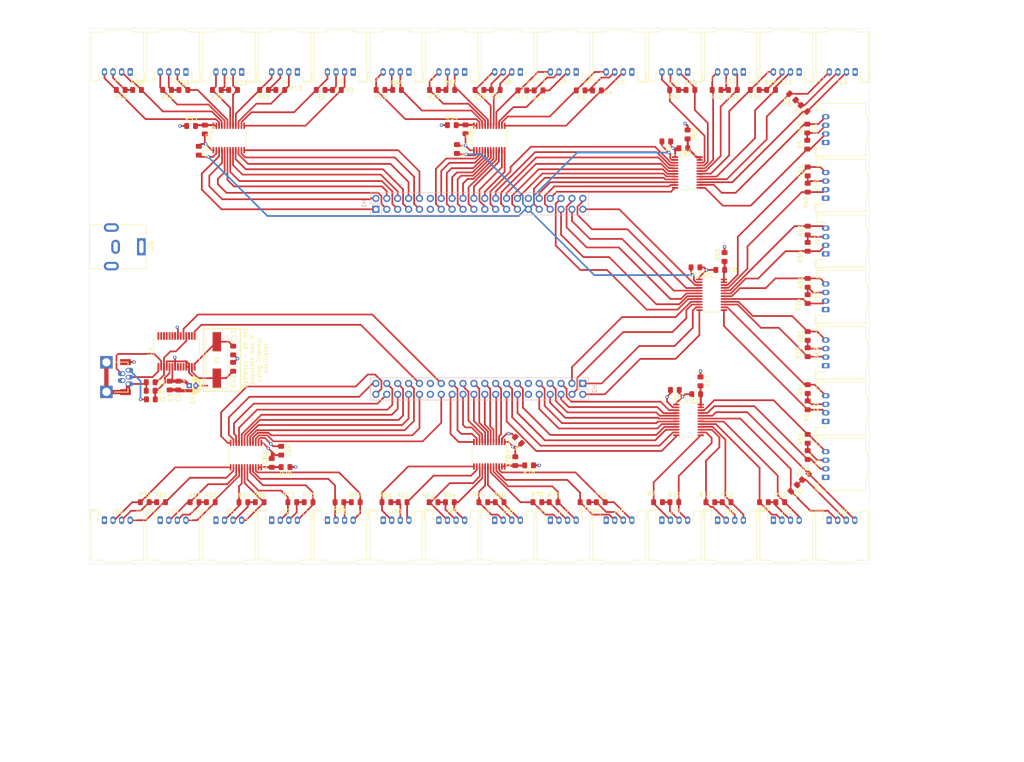
<source format=kicad_pcb>
(kicad_pcb (version 20171130) (host pcbnew "(5.1.6)-1")
  (layers (0 F.Cu signal) (1 In1.Cu signal hide) (2 In2.Cu signal hide) (31 B.Cu signal) (34 B.Paste user) (35 F.Paste user) (36 B.SilkS user) (37 F.SilkS user) (38 B.Mask user) (39 F.Mask user) (44 Edge.Cuts user))
  (net 0 "")
  (net 1 GND)
  (net 2 "Net-(J1-Pad2)")
  (net 3 "Net-(J1-Pad4)")
  (net 4 /3V3)
  (net 5 "Net-(J2-Pad4)")
  (net 6 "Net-(J2-Pad2)")
  (net 7 "Net-(J3-Pad4)")
  (net 8 "Net-(J3-Pad2)")
  (net 9 "Net-(U1-Pad23)")
  (net 10 "Net-(U1-Pad22)")
  (net 11 "Net-(C1-Pad1)")
  (net 12 "Net-(U1-Pad14)")
  (net 13 "Net-(U1-Pad13)")
  (net 14 "Net-(U1-Pad12)")
  (net 15 "Net-(U1-Pad11)")
  (net 16 "Net-(U1-Pad10)")
  (net 17 "Net-(U1-Pad9)")
  (net 18 "Net-(U1-Pad6)")
  (net 19 /RX)
  (net 20 "Net-(U1-Pad3)")
  (net 21 "Net-(U1-Pad2)")
  (net 22 /TX)
  (net 23 "Net-(J4-Pad4)")
  (net 24 "Net-(J4-Pad2)")
  (net 25 "Net-(J5-Pad4)")
  (net 26 "Net-(J5-Pad2)")
  (net 27 "Net-(J6-Pad4)")
  (net 28 "Net-(J6-Pad2)")
  (net 29 "Net-(R1-Pad2)")
  (net 30 "Net-(C5-Pad1)")
  (net 31 "Net-(C6-Pad1)")
  (net 32 "Net-(C7-Pad1)")
  (net 33 "Net-(C8-Pad1)")
  (net 34 "Net-(C9-Pad1)")
  (net 35 "Net-(C10-Pad1)")
  (net 36 "Net-(C11-Pad1)")
  (net 37 "Net-(J0-Pad2)")
  (net 38 "Net-(J0-Pad4)")
  (net 39 "Net-(J0-Pad1)")
  (net 40 "Net-(J0-Pad3)")
  (net 41 "Net-(J11-Pad2)")
  (net 42 "Net-(J16-Pad2)")
  (net 43 "Net-(J21-Pad2)")
  (net 44 "Net-(J11-Pad4)")
  (net 45 "Net-(J16-Pad4)")
  (net 46 "Net-(J21-Pad4)")
  (net 47 "Net-(J7-Pad2)")
  (net 48 "Net-(J12-Pad2)")
  (net 49 "Net-(J17-Pad2)")
  (net 50 "Net-(J22-Pad2)")
  (net 51 "Net-(J7-Pad4)")
  (net 52 "Net-(J12-Pad4)")
  (net 53 "Net-(J17-Pad4)")
  (net 54 "Net-(J22-Pad4)")
  (net 55 "Net-(J8-Pad2)")
  (net 56 "Net-(J13-Pad2)")
  (net 57 "Net-(J18-Pad2)")
  (net 58 "Net-(J23-Pad2)")
  (net 59 "Net-(J8-Pad4)")
  (net 60 "Net-(J13-Pad4)")
  (net 61 "Net-(J18-Pad4)")
  (net 62 "Net-(J23-Pad4)")
  (net 63 "Net-(J9-Pad2)")
  (net 64 "Net-(J14-Pad2)")
  (net 65 "Net-(J19-Pad2)")
  (net 66 "Net-(J24-Pad2)")
  (net 67 "Net-(J9-Pad4)")
  (net 68 "Net-(J14-Pad4)")
  (net 69 "Net-(J19-Pad4)")
  (net 70 "Net-(J24-Pad4)")
  (net 71 "Net-(J10-Pad2)")
  (net 72 "Net-(J15-Pad2)")
  (net 73 "Net-(J20-Pad2)")
  (net 74 "Net-(J25-Pad2)")
  (net 75 "Net-(J10-Pad4)")
  (net 76 "Net-(J15-Pad4)")
  (net 77 "Net-(J20-Pad4)")
  (net 78 "Net-(J25-Pad4)")
  (net 79 "Net-(J26-Pad2)")
  (net 80 "Net-(J31-Pad2)")
  (net 81 "Net-(J26-Pad4)")
  (net 82 "Net-(J31-Pad4)")
  (net 83 "Net-(J27-Pad2)")
  (net 84 "Net-(J32-Pad2)")
  (net 85 "Net-(J27-Pad4)")
  (net 86 "Net-(J32-Pad4)")
  (net 87 "Net-(J28-Pad2)")
  (net 88 "Net-(J33-Pad2)")
  (net 89 "Net-(J28-Pad4)")
  (net 90 "Net-(J33-Pad4)")
  (net 91 "Net-(J29-Pad2)")
  (net 92 "Net-(J34-Pad2)")
  (net 93 "Net-(J29-Pad4)")
  (net 94 "Net-(J34-Pad4)")
  (net 95 "Net-(J30-Pad2)")
  (net 96 "Net-(J35-Pad2)")
  (net 97 "Net-(J30-Pad4)")
  (net 98 "Net-(J35-Pad4)")
  (net 99 /5V)
  (net 100 /1a)
  (net 101 /1b)
  (net 102 /2b)
  (net 103 /2a)
  (net 104 /3b)
  (net 105 /3a)
  (net 106 /4b)
  (net 107 /4a)
  (net 108 /5b)
  (net 109 /5a)
  (net 110 /15a)
  (net 111 /15b)
  (net 112 /14a)
  (net 113 /14b)
  (net 114 /13a)
  (net 115 /13b)
  (net 116 /12a)
  (net 117 /12b)
  (net 118 /11a)
  (net 119 /11b)
  (net 120 /10a)
  (net 121 /10b)
  (net 122 /9a)
  (net 123 /9b)
  (net 124 /8a)
  (net 125 /8b)
  (net 126 /7a)
  (net 127 /7b)
  (net 128 /6a)
  (net 129 /6b)
  (net 130 /20a)
  (net 131 /20b)
  (net 132 /19a)
  (net 133 /19b)
  (net 134 /18a)
  (net 135 /18b)
  (net 136 /17a)
  (net 137 /17b)
  (net 138 /16a)
  (net 139 /16b)
  (net 140 /25a)
  (net 141 /25b)
  (net 142 /24a)
  (net 143 /24b)
  (net 144 /23a)
  (net 145 /23b)
  (net 146 /22a)
  (net 147 /22b)
  (net 148 /21a)
  (net 149 /21b)
  (net 150 /30a)
  (net 151 /30b)
  (net 152 /29a)
  (net 153 /29b)
  (net 154 /28a)
  (net 155 /28b)
  (net 156 /27a)
  (net 157 /27b)
  (net 158 /26a)
  (net 159 /26b)
  (net 160 /35a)
  (net 161 /35b)
  (net 162 /34a)
  (net 163 /34b)
  (net 164 /33a)
  (net 165 /33b)
  (net 166 /32a)
  (net 167 /32b)
  (net 168 /31a)
  (net 169 /31b)
  (net 170 "Net-(C13-Pad1)")
  (net 171 "Net-(C12-Pad1)")
  (module Capacitor_SMD:C_0805_2012Metric_Pad1.15x1.40mm_HandSolder (layer F.Cu) (at 120 137.175001 270)
    (fp_text reference C20 (at 0 -1.65 90) (layer F.SilkS))
    (fp_text value 100n)
    (pad 2 smd roundrect (at 1.025 0 270) (size 1.15 1.4) (layers F.Cu F.Paste F.Mask) (roundrect_rratio 0.217391) (net 1 GND))
    (pad 1 smd roundrect (at -1.025 0 270) (size 1.15 1.4) (layers F.Cu F.Paste F.Mask) (roundrect_rratio 0.217391) (net 4 /3V3))
  )
  (module Capacitor_SMD:C_0805_2012Metric_Pad1.15x1.40mm_HandSolder (layer F.Cu) (at 175.324784 134.724784 135)
    (fp_text reference C19 (at 0 -1.65 135) (layer F.SilkS))
    (fp_text value 100n)
    (pad 2 smd roundrect (at 1.025 0 135) (size 1.15 1.4) (layers F.Cu F.Paste F.Mask) (roundrect_rratio 0.217391) (net 4 /3V3))
    (pad 1 smd roundrect (at -1.025 0 135) (size 1.15 1.4) (layers F.Cu F.Paste F.Mask) (roundrect_rratio 0.217391) (net 1 GND))
  )
  (module Capacitor_SMD:C_0805_2012Metric_Pad1.15x1.40mm_HandSolder (layer F.Cu) (at 211.824999 123 180)
    (fp_text reference C18 (at 0 -1.65) (layer F.SilkS))
    (fp_text value 100n)
    (pad 2 smd roundrect (at 1.025 0 180) (size 1.15 1.4) (layers F.Cu F.Paste F.Mask) (roundrect_rratio 0.217391) (net 4 /3V3))
    (pad 1 smd roundrect (at -1.025 0 180) (size 1.15 1.4) (layers F.Cu F.Paste F.Mask) (roundrect_rratio 0.217391) (net 1 GND))
  )
  (module Capacitor_SMD:C_0805_2012Metric_Pad1.15x1.40mm_HandSolder (layer F.Cu) (at 216.624999 94.4 180)
    (fp_text reference C17 (at 0 -1.65) (layer F.SilkS))
    (fp_text value 100n)
    (pad 2 smd roundrect (at 1.025 0 180) (size 1.15 1.4) (layers F.Cu F.Paste F.Mask) (roundrect_rratio 0.217391) (net 4 /3V3))
    (pad 1 smd roundrect (at -1.025 0 180) (size 1.15 1.4) (layers F.Cu F.Paste F.Mask) (roundrect_rratio 0.217391) (net 1 GND))
  )
  (module Capacitor_SMD:C_0805_2012Metric_Pad1.15x1.40mm_HandSolder (layer F.Cu) (at 209.824999 65 180)
    (fp_text reference C16 (at 0 -1.65) (layer F.SilkS))
    (fp_text value 100n)
    (pad 2 smd roundrect (at 1.025 0 180) (size 1.15 1.4) (layers F.Cu F.Paste F.Mask) (roundrect_rratio 0.217391) (net 4 /3V3))
    (pad 1 smd roundrect (at -1.025 0 180) (size 1.15 1.4) (layers F.Cu F.Paste F.Mask) (roundrect_rratio 0.217391) (net 1 GND))
  )
  (module Capacitor_SMD:C_0805_2012Metric_Pad1.15x1.40mm_HandSolder (layer F.Cu) (at 161 66.775001 270)
    (fp_text reference C15 (at 0 -1.65 90) (layer F.SilkS))
    (fp_text value 100n)
    (pad 2 smd roundrect (at 1.025 0 270) (size 1.15 1.4) (layers F.Cu F.Paste F.Mask) (roundrect_rratio 0.217391) (net 4 /3V3))
    (pad 1 smd roundrect (at -1.025 0 270) (size 1.15 1.4) (layers F.Cu F.Paste F.Mask) (roundrect_rratio 0.217391) (net 1 GND))
  )
  (module Capacitor_SMD:C_0805_2012Metric_Pad1.15x1.40mm_HandSolder (layer F.Cu) (at 100.8 67.175 270)
    (fp_text reference C14 (at 0 -1.65 90) (layer F.SilkS))
    (fp_text value 100n)
    (pad 2 smd roundrect (at 1.025 0 270) (size 1.15 1.4) (layers F.Cu F.Paste F.Mask) (roundrect_rratio 0.217391) (net 4 /3V3))
    (pad 1 smd roundrect (at -1.025 0 270) (size 1.15 1.4) (layers F.Cu F.Paste F.Mask) (roundrect_rratio 0.217391) (net 1 GND))
  )
  (module Connector_BarrelJack:BarrelJack_CUI_PJ-063AH_Horizontal (layer F.Cu) (at 87.4 89.6 270)
    (fp_text reference J36 (at 0 -2.3 90) (layer F.SilkS))
    (fp_text value Barrel_Jack_MountingPin)
    (pad "" np_thru_hole circle (at 0 9 270) (size 1.6 1.6) (drill 1.6) (layers *.Cu *.Mask))
    (pad MP thru_hole oval (at 4.5 7 270) (size 2 3.5) (drill oval 1 2.5) (layers *.Cu *.Mask) (net 1 GND))
    (pad MP thru_hole oval (at -4.5 7 270) (size 2 3.5) (drill oval 1 2.5) (layers *.Cu *.Mask) (net 1 GND))
    (pad 2 thru_hole oval (at 0 6 270) (size 3.3 2) (drill oval 2.3 1) (layers *.Cu *.Mask) (net 1 GND))
    (pad 1 thru_hole rect (at 0 0 270) (size 4 2) (drill oval 3 1) (layers *.Cu *.Mask) (net 99 /5V))
  )
  (module Capacitor_SMD:C_0805_2012Metric_Pad1.15x1.40mm_HandSolder (layer F.Cu) (at 108.8 113.8 270)
    (fp_text reference C13 (at -3.4 -0.2 90) (layer F.SilkS))
    (fp_text value dnp)
    (pad 2 smd roundrect (at 1.025 0 270) (size 1.15 1.4) (layers F.Cu F.Paste F.Mask) (roundrect_rratio 0.217391) (net 1 GND))
    (pad 1 smd roundrect (at -1.025 0 270) (size 1.15 1.4) (layers F.Cu F.Paste F.Mask) (roundrect_rratio 0.217391) (net 170 "Net-(C13-Pad1)"))
  )
  (module Capacitor_SMD:C_0805_2012Metric_Pad1.15x1.40mm_HandSolder (layer F.Cu) (at 108.8 117.6 90)
    (fp_text reference C12 (at -3.4 0 90) (layer F.SilkS))
    (fp_text value dnp)
    (pad 2 smd roundrect (at 1.025 0 90) (size 1.15 1.4) (layers F.Cu F.Paste F.Mask) (roundrect_rratio 0.217391) (net 1 GND))
    (pad 1 smd roundrect (at -1.025 0 90) (size 1.15 1.4) (layers F.Cu F.Paste F.Mask) (roundrect_rratio 0.217391) (net 171 "Net-(C12-Pad1)"))
  )
  (module Crystal:Crystal_SMD_HC49-SD (layer F.Cu) (at 105 116 90)
    (fp_text reference Y1 (at 0 0 90) (layer F.SilkS))
    (fp_text value "DNP_(12MHz)")
    (pad 2 smd rect (at 4.25 0 90) (size 4.5 2) (layers F.Cu F.Paste F.Mask) (net 170 "Net-(C13-Pad1)"))
    (pad 1 smd rect (at -4.25 0 90) (size 4.5 2) (layers F.Cu F.Paste F.Mask) (net 171 "Net-(C12-Pad1)"))
  )
  (module Capacitor_THT:CP_Radial_D4.0mm_P1.50mm (layer F.Cu) (at 98.6 122)
    (fp_text reference C4 (at 0.75 3.4 90) (layer F.SilkS))
    (fp_text value 4.7u)
    (pad 2 thru_hole circle (at 1.5 0) (size 1.2 1.2) (drill 0.6) (layers *.Cu *.Mask) (net 1 GND))
    (pad 1 thru_hole rect (at 0 0) (size 1.2 1.2) (drill 0.6) (layers *.Cu *.Mask) (net 99 /5V))
  )
  (module FK_fpga_shield_custom_footprints:Molex_MicroClasp_55935-0410_1x04_P2.00mm_Horizontal_3DMODEL (layer F.Cu) (at 136.8 48.8 180)
    (fp_text reference J5 (at 3 -2.2) (layer F.SilkS))
    (fp_text value molex-51382-0400-microclasp)
    (pad 4 thru_hole oval (at 6 0 180) (size 1.2 1.8) (drill 0.8) (layers *.Cu *.Mask) (net 25 "Net-(J5-Pad4)"))
    (pad 3 thru_hole oval (at 4 0 180) (size 1.2 1.8) (drill 0.8) (layers *.Cu *.Mask) (net 99 /5V))
    (pad 2 thru_hole oval (at 2 0 180) (size 1.2 1.8) (drill 0.8) (layers *.Cu *.Mask) (net 26 "Net-(J5-Pad2)"))
    (pad 1 thru_hole roundrect (at 0 0 180) (size 1.2 1.8) (drill 0.8) (layers *.Cu *.Mask) (roundrect_rratio 0.208333) (net 1 GND))
  )
  (module Resistor_SMD:R_0805_2012Metric_Pad1.15x1.40mm_HandSolder (layer F.Cu) (at 89.575001 123.2 180)
    (fp_text reference R2 (at -2.624999 -2) (layer F.SilkS))
    (fp_text value 10k)
    (pad 2 smd roundrect (at 1.025 0 180) (size 1.15 1.4) (layers F.Cu F.Paste F.Mask) (roundrect_rratio 0.217391) (net 1 GND))
    (pad 1 smd roundrect (at -1.025 0 180) (size 1.15 1.4) (layers F.Cu F.Paste F.Mask) (roundrect_rratio 0.217391) (net 29 "Net-(R1-Pad2)"))
  )
  (module Resistor_SMD:R_0805_2012Metric_Pad1.15x1.40mm_HandSolder (layer F.Cu) (at 89.624999 125.2)
    (fp_text reference R1 (at 2.575001 -1.8) (layer F.SilkS))
    (fp_text value 4k7)
    (pad 2 smd roundrect (at 1.025 0) (size 1.15 1.4) (layers F.Cu F.Paste F.Mask) (roundrect_rratio 0.217391) (net 29 "Net-(R1-Pad2)"))
    (pad 1 smd roundrect (at -1.025 0) (size 1.15 1.4) (layers F.Cu F.Paste F.Mask) (roundrect_rratio 0.217391) (net 39 "Net-(J0-Pad1)"))
  )
  (module Connector_PinSocket_2.54mm:PinSocket_2x20_P2.54mm_Vertical (layer B.Cu) (at 190.360208 121.480472 90)
    (fp_text reference H2 (at -1.27 2.77 -90) (layer B.SilkS) (effects (justify mirror)))
    (fp_text value Conn_02x20_Odd_Even)
    (pad 40 thru_hole oval (at -2.54 -48.26 90) (size 1.7 1.7) (drill 1) (layers *.Cu *.Mask) (net 160 /35a))
    (pad 39 thru_hole oval (at 0 -48.26 90) (size 1.7 1.7) (drill 1) (layers *.Cu *.Mask) (net 161 /35b))
    (pad 38 thru_hole oval (at -2.54 -45.72 90) (size 1.7 1.7) (drill 1) (layers *.Cu *.Mask) (net 162 /34a))
    (pad 37 thru_hole oval (at 0 -45.72 90) (size 1.7 1.7) (drill 1) (layers *.Cu *.Mask) (net 163 /34b))
    (pad 36 thru_hole oval (at -2.54 -43.18 90) (size 1.7 1.7) (drill 1) (layers *.Cu *.Mask) (net 164 /33a))
    (pad 35 thru_hole oval (at 0 -43.18 90) (size 1.7 1.7) (drill 1) (layers *.Cu *.Mask) (net 165 /33b))
    (pad 34 thru_hole oval (at -2.54 -40.64 90) (size 1.7 1.7) (drill 1) (layers *.Cu *.Mask) (net 166 /32a))
    (pad 33 thru_hole oval (at 0 -40.64 90) (size 1.7 1.7) (drill 1) (layers *.Cu *.Mask) (net 167 /32b))
    (pad 32 thru_hole oval (at -2.54 -38.1 90) (size 1.7 1.7) (drill 1) (layers *.Cu *.Mask) (net 168 /31a))
    (pad 31 thru_hole oval (at 0 -38.1 90) (size 1.7 1.7) (drill 1) (layers *.Cu *.Mask) (net 22 /TX))
    (pad 30 thru_hole oval (at -2.54 -35.56 90) (size 1.7 1.7) (drill 1) (layers *.Cu *.Mask) (net 1 GND))
    (pad 29 thru_hole oval (at 0 -35.56 90) (size 1.7 1.7) (drill 1) (layers *.Cu *.Mask) (net 4 /3V3))
    (pad 28 thru_hole oval (at -2.54 -33.02 90) (size 1.7 1.7) (drill 1) (layers *.Cu *.Mask) (net 169 /31b))
    (pad 27 thru_hole oval (at 0 -33.02 90) (size 1.7 1.7) (drill 1) (layers *.Cu *.Mask) (net 19 /RX))
    (pad 26 thru_hole oval (at -2.54 -30.48 90) (size 1.7 1.7) (drill 1) (layers *.Cu *.Mask) (net 150 /30a))
    (pad 25 thru_hole oval (at 0 -30.48 90) (size 1.7 1.7) (drill 1) (layers *.Cu *.Mask) (net 151 /30b))
    (pad 24 thru_hole oval (at -2.54 -27.94 90) (size 1.7 1.7) (drill 1) (layers *.Cu *.Mask) (net 152 /29a))
    (pad 23 thru_hole oval (at 0 -27.94 90) (size 1.7 1.7) (drill 1) (layers *.Cu *.Mask) (net 153 /29b))
    (pad 22 thru_hole oval (at -2.54 -25.4 90) (size 1.7 1.7) (drill 1) (layers *.Cu *.Mask) (net 154 /28a))
    (pad 21 thru_hole oval (at 0 -25.4 90) (size 1.7 1.7) (drill 1) (layers *.Cu *.Mask) (net 155 /28b))
    (pad 20 thru_hole oval (at -2.54 -22.86 90) (size 1.7 1.7) (drill 1) (layers *.Cu *.Mask) (net 156 /27a))
    (pad 19 thru_hole oval (at 0 -22.86 90) (size 1.7 1.7) (drill 1) (layers *.Cu *.Mask) (net 157 /27b))
    (pad 18 thru_hole oval (at -2.54 -20.32 90) (size 1.7 1.7) (drill 1) (layers *.Cu *.Mask) (net 158 /26a))
    (pad 17 thru_hole oval (at 0 -20.32 90) (size 1.7 1.7) (drill 1) (layers *.Cu *.Mask) (net 159 /26b))
    (pad 16 thru_hole oval (at -2.54 -17.78 90) (size 1.7 1.7) (drill 1) (layers *.Cu *.Mask) (net 140 /25a))
    (pad 15 thru_hole oval (at 0 -17.78 90) (size 1.7 1.7) (drill 1) (layers *.Cu *.Mask) (net 141 /25b))
    (pad 14 thru_hole oval (at -2.54 -15.24 90) (size 1.7 1.7) (drill 1) (layers *.Cu *.Mask) (net 142 /24a))
    (pad 13 thru_hole oval (at 0 -15.24 90) (size 1.7 1.7) (drill 1) (layers *.Cu *.Mask) (net 143 /24b))
    (pad 12 thru_hole oval (at -2.54 -12.7 90) (size 1.7 1.7) (drill 1) (layers *.Cu *.Mask) (net 1 GND))
    (pad 11 thru_hole oval (at 0 -12.7 90) (size 1.7 1.7) (drill 1) (layers *.Cu *.Mask) (net 99 /5V))
    (pad 10 thru_hole oval (at -2.54 -10.16 90) (size 1.7 1.7) (drill 1) (layers *.Cu *.Mask) (net 144 /23a))
    (pad 9 thru_hole oval (at 0 -10.16 90) (size 1.7 1.7) (drill 1) (layers *.Cu *.Mask) (net 145 /23b))
    (pad 8 thru_hole oval (at -2.54 -7.62 90) (size 1.7 1.7) (drill 1) (layers *.Cu *.Mask) (net 146 /22a))
    (pad 7 thru_hole oval (at 0 -7.62 90) (size 1.7 1.7) (drill 1) (layers *.Cu *.Mask) (net 147 /22b))
    (pad 6 thru_hole oval (at -2.54 -5.08 90) (size 1.7 1.7) (drill 1) (layers *.Cu *.Mask) (net 148 /21a))
    (pad 5 thru_hole oval (at 0 -5.08 90) (size 1.7 1.7) (drill 1) (layers *.Cu *.Mask) (net 149 /21b))
    (pad 4 thru_hole oval (at -2.54 -2.54 90) (size 1.7 1.7) (drill 1) (layers *.Cu *.Mask) (net 132 /19a))
    (pad 3 thru_hole oval (at 0 -2.54 90) (size 1.7 1.7) (drill 1) (layers *.Cu *.Mask) (net 133 /19b))
    (pad 2 thru_hole oval (at -2.54 0 90) (size 1.7 1.7) (drill 1) (layers *.Cu *.Mask) (net 130 /20a))
    (pad 1 thru_hole rect (at 0 0 90) (size 1.7 1.7) (drill 1) (layers *.Cu *.Mask) (net 131 /20b))
  )
  (module Connector_PinSocket_2.54mm:PinSocket_2x20_P2.54mm_Vertical (layer B.Cu) (at 142.1 80.84 270)
    (fp_text reference H1 (at -1.27 2.77 270) (layer B.SilkS) (effects (justify mirror)))
    (fp_text value Conn_02x20_Odd_Even)
    (pad 40 thru_hole oval (at -2.54 -48.26 270) (size 1.7 1.7) (drill 1) (layers *.Cu *.Mask) (net 138 /16a))
    (pad 39 thru_hole oval (at 0 -48.26 270) (size 1.7 1.7) (drill 1) (layers *.Cu *.Mask) (net 139 /16b))
    (pad 38 thru_hole oval (at -2.54 -45.72 270) (size 1.7 1.7) (drill 1) (layers *.Cu *.Mask) (net 136 /17a))
    (pad 37 thru_hole oval (at 0 -45.72 270) (size 1.7 1.7) (drill 1) (layers *.Cu *.Mask) (net 137 /17b))
    (pad 36 thru_hole oval (at -2.54 -43.18 270) (size 1.7 1.7) (drill 1) (layers *.Cu *.Mask) (net 134 /18a))
    (pad 35 thru_hole oval (at 0 -43.18 270) (size 1.7 1.7) (drill 1) (layers *.Cu *.Mask) (net 135 /18b))
    (pad 34 thru_hole oval (at -2.54 -40.64 270) (size 1.7 1.7) (drill 1) (layers *.Cu *.Mask) (net 110 /15a))
    (pad 33 thru_hole oval (at 0 -40.64 270) (size 1.7 1.7) (drill 1) (layers *.Cu *.Mask) (net 111 /15b))
    (pad 32 thru_hole oval (at -2.54 -38.1 270) (size 1.7 1.7) (drill 1) (layers *.Cu *.Mask) (net 112 /14a))
    (pad 31 thru_hole oval (at 0 -38.1 270) (size 1.7 1.7) (drill 1) (layers *.Cu *.Mask) (net 113 /14b))
    (pad 30 thru_hole oval (at -2.54 -35.56 270) (size 1.7 1.7) (drill 1) (layers *.Cu *.Mask) (net 1 GND))
    (pad 29 thru_hole oval (at 0 -35.56 270) (size 1.7 1.7) (drill 1) (layers *.Cu *.Mask) (net 4 /3V3))
    (pad 28 thru_hole oval (at -2.54 -33.02 270) (size 1.7 1.7) (drill 1) (layers *.Cu *.Mask) (net 114 /13a))
    (pad 27 thru_hole oval (at 0 -33.02 270) (size 1.7 1.7) (drill 1) (layers *.Cu *.Mask) (net 115 /13b))
    (pad 26 thru_hole oval (at -2.54 -30.48 270) (size 1.7 1.7) (drill 1) (layers *.Cu *.Mask) (net 116 /12a))
    (pad 25 thru_hole oval (at 0 -30.48 270) (size 1.7 1.7) (drill 1) (layers *.Cu *.Mask) (net 117 /12b))
    (pad 24 thru_hole oval (at -2.54 -27.94 270) (size 1.7 1.7) (drill 1) (layers *.Cu *.Mask) (net 118 /11a))
    (pad 23 thru_hole oval (at 0 -27.94 270) (size 1.7 1.7) (drill 1) (layers *.Cu *.Mask) (net 119 /11b))
    (pad 22 thru_hole oval (at -2.54 -25.4 270) (size 1.7 1.7) (drill 1) (layers *.Cu *.Mask) (net 120 /10a))
    (pad 21 thru_hole oval (at 0 -25.4 270) (size 1.7 1.7) (drill 1) (layers *.Cu *.Mask) (net 121 /10b))
    (pad 20 thru_hole oval (at -2.54 -22.86 270) (size 1.7 1.7) (drill 1) (layers *.Cu *.Mask) (net 122 /9a))
    (pad 19 thru_hole oval (at 0 -22.86 270) (size 1.7 1.7) (drill 1) (layers *.Cu *.Mask) (net 123 /9b))
    (pad 18 thru_hole oval (at -2.54 -20.32 270) (size 1.7 1.7) (drill 1) (layers *.Cu *.Mask) (net 124 /8a))
    (pad 17 thru_hole oval (at 0 -20.32 270) (size 1.7 1.7) (drill 1) (layers *.Cu *.Mask) (net 125 /8b))
    (pad 16 thru_hole oval (at -2.54 -17.78 270) (size 1.7 1.7) (drill 1) (layers *.Cu *.Mask) (net 126 /7a))
    (pad 15 thru_hole oval (at 0 -17.78 270) (size 1.7 1.7) (drill 1) (layers *.Cu *.Mask) (net 127 /7b))
    (pad 14 thru_hole oval (at -2.54 -15.24 270) (size 1.7 1.7) (drill 1) (layers *.Cu *.Mask) (net 128 /6a))
    (pad 13 thru_hole oval (at 0 -15.24 270) (size 1.7 1.7) (drill 1) (layers *.Cu *.Mask) (net 129 /6b))
    (pad 12 thru_hole oval (at -2.54 -12.7 270) (size 1.7 1.7) (drill 1) (layers *.Cu *.Mask) (net 1 GND))
    (pad 11 thru_hole oval (at 0 -12.7 270) (size 1.7 1.7) (drill 1) (layers *.Cu *.Mask) (net 99 /5V))
    (pad 10 thru_hole oval (at -2.54 -10.16 270) (size 1.7 1.7) (drill 1) (layers *.Cu *.Mask) (net 109 /5a))
    (pad 9 thru_hole oval (at 0 -10.16 270) (size 1.7 1.7) (drill 1) (layers *.Cu *.Mask) (net 108 /5b))
    (pad 8 thru_hole oval (at -2.54 -7.62 270) (size 1.7 1.7) (drill 1) (layers *.Cu *.Mask) (net 107 /4a))
    (pad 7 thru_hole oval (at 0 -7.62 270) (size 1.7 1.7) (drill 1) (layers *.Cu *.Mask) (net 106 /4b))
    (pad 6 thru_hole oval (at -2.54 -5.08 270) (size 1.7 1.7) (drill 1) (layers *.Cu *.Mask) (net 105 /3a))
    (pad 5 thru_hole oval (at 0 -5.08 270) (size 1.7 1.7) (drill 1) (layers *.Cu *.Mask) (net 104 /3b))
    (pad 4 thru_hole oval (at -2.54 -2.54 270) (size 1.7 1.7) (drill 1) (layers *.Cu *.Mask) (net 103 /2a))
    (pad 3 thru_hole oval (at 0 -2.54 270) (size 1.7 1.7) (drill 1) (layers *.Cu *.Mask) (net 102 /2b))
    (pad 2 thru_hole oval (at -2.54 0 270) (size 1.7 1.7) (drill 1) (layers *.Cu *.Mask) (net 100 /1a))
    (pad 1 thru_hole rect (at 0 0 270) (size 1.7 1.7) (drill 1) (layers *.Cu *.Mask) (net 101 /1b))
  )
  (module Capacitor_SMD:C_0805_2012Metric_Pad1.15x1.40mm_HandSolder (layer F.Cu) (at 94 121.975001 270)
    (fp_text reference C3 (at 2.824999 -0.2 90) (layer F.SilkS))
    (fp_text value 100n)
    (pad 2 smd roundrect (at 1.025 0 270) (size 1.15 1.4) (layers F.Cu F.Paste F.Mask) (roundrect_rratio 0.217391) (net 1 GND))
    (pad 1 smd roundrect (at -1.025 0 270) (size 1.15 1.4) (layers F.Cu F.Paste F.Mask) (roundrect_rratio 0.217391) (net 99 /5V))
  )
  (module Capacitor_SMD:C_0805_2012Metric_Pad1.15x1.40mm_HandSolder (layer F.Cu) (at 96 121.975001 270)
    (fp_text reference C2 (at 2.824999 0 90) (layer F.SilkS))
    (fp_text value 100n)
    (pad 2 smd roundrect (at 1.025 0 270) (size 1.15 1.4) (layers F.Cu F.Paste F.Mask) (roundrect_rratio 0.217391) (net 1 GND))
    (pad 1 smd roundrect (at -1.025 0 270) (size 1.15 1.4) (layers F.Cu F.Paste F.Mask) (roundrect_rratio 0.217391) (net 99 /5V))
  )
  (module Capacitor_SMD:C_0805_2012Metric_Pad1.15x1.40mm_HandSolder (layer F.Cu) (at 89.575001 121.2 180)
    (fp_text reference C1 (at -2.624999 0) (layer F.SilkS))
    (fp_text value 100n)
    (pad 2 smd roundrect (at 1.025 0 180) (size 1.15 1.4) (layers F.Cu F.Paste F.Mask) (roundrect_rratio 0.217391) (net 1 GND))
    (pad 1 smd roundrect (at -1.025 0 180) (size 1.15 1.4) (layers F.Cu F.Paste F.Mask) (roundrect_rratio 0.217391) (net 11 "Net-(C1-Pad1)"))
  )
  (module Package_SO:TSSOP-24_4.4x7.8mm_P0.65mm (layer F.Cu) (at 111.8 138.2 270)
    (fp_text reference U8 (at 0 -4.85 90) (layer F.SilkS))
    (fp_text value nvt2010pw)
    (pad 24 smd roundrect (at 2.8625 -3.575 270) (size 1.475 0.4) (layers F.Cu F.Paste F.Mask) (net 36 "Net-(C11-Pad1)"))
    (pad 23 smd roundrect (at 2.8625 -2.925 270) (size 1.475 0.4) (layers F.Cu F.Paste F.Mask) (net 36 "Net-(C11-Pad1)"))
    (pad 22 smd roundrect (at 2.8625 -2.275 270) (size 1.475 0.4) (layers F.Cu F.Paste F.Mask) (net 82 "Net-(J31-Pad4)"))
    (pad 21 smd roundrect (at 2.8625 -1.625 270) (size 1.475 0.4) (layers F.Cu F.Paste F.Mask) (net 80 "Net-(J31-Pad2)"))
    (pad 20 smd roundrect (at 2.8625 -0.975 270) (size 1.475 0.4) (layers F.Cu F.Paste F.Mask) (net 86 "Net-(J32-Pad4)"))
    (pad 19 smd roundrect (at 2.8625 -0.325 270) (size 1.475 0.4) (layers F.Cu F.Paste F.Mask) (net 84 "Net-(J32-Pad2)"))
    (pad 18 smd roundrect (at 2.8625 0.325 270) (size 1.475 0.4) (layers F.Cu F.Paste F.Mask) (net 90 "Net-(J33-Pad4)"))
    (pad 17 smd roundrect (at 2.8625 0.975 270) (size 1.475 0.4) (layers F.Cu F.Paste F.Mask) (net 88 "Net-(J33-Pad2)"))
    (pad 16 smd roundrect (at 2.8625 1.625 270) (size 1.475 0.4) (layers F.Cu F.Paste F.Mask) (net 94 "Net-(J34-Pad4)"))
    (pad 15 smd roundrect (at 2.8625 2.275 270) (size 1.475 0.4) (layers F.Cu F.Paste F.Mask) (net 92 "Net-(J34-Pad2)"))
    (pad 14 smd roundrect (at 2.8625 2.925 270) (size 1.475 0.4) (layers F.Cu F.Paste F.Mask) (net 98 "Net-(J35-Pad4)"))
    (pad 13 smd roundrect (at 2.8625 3.575 270) (size 1.475 0.4) (layers F.Cu F.Paste F.Mask) (net 96 "Net-(J35-Pad2)"))
    (pad 12 smd roundrect (at -2.8625 3.575 270) (size 1.475 0.4) (layers F.Cu F.Paste F.Mask) (net 160 /35a))
    (pad 11 smd roundrect (at -2.8625 2.925 270) (size 1.475 0.4) (layers F.Cu F.Paste F.Mask) (net 161 /35b))
    (pad 10 smd roundrect (at -2.8625 2.275 270) (size 1.475 0.4) (layers F.Cu F.Paste F.Mask) (net 162 /34a))
    (pad 9 smd roundrect (at -2.8625 1.625 270) (size 1.475 0.4) (layers F.Cu F.Paste F.Mask) (net 163 /34b))
    (pad 8 smd roundrect (at -2.8625 0.975 270) (size 1.475 0.4) (layers F.Cu F.Paste F.Mask) (net 164 /33a))
    (pad 7 smd roundrect (at -2.8625 0.325 270) (size 1.475 0.4) (layers F.Cu F.Paste F.Mask) (net 165 /33b))
    (pad 6 smd roundrect (at -2.8625 -0.325 270) (size 1.475 0.4) (layers F.Cu F.Paste F.Mask) (net 166 /32a))
    (pad 5 smd roundrect (at -2.8625 -0.975 270) (size 1.475 0.4) (layers F.Cu F.Paste F.Mask) (net 167 /32b))
    (pad 4 smd roundrect (at -2.8625 -1.625 270) (size 1.475 0.4) (layers F.Cu F.Paste F.Mask) (net 168 /31a))
    (pad 3 smd roundrect (at -2.8625 -2.275 270) (size 1.475 0.4) (layers F.Cu F.Paste F.Mask) (net 169 /31b))
    (pad 2 smd roundrect (at -2.8625 -2.925 270) (size 1.475 0.4) (layers F.Cu F.Paste F.Mask) (net 4 /3V3))
    (pad 1 smd roundrect (at -2.8625 -3.575 270) (size 1.475 0.4) (layers F.Cu F.Paste F.Mask) (net 1 GND))
  )
  (module Package_SO:TSSOP-24_4.4x7.8mm_P0.65mm (layer F.Cu) (at 168.55 138 270)
    (fp_text reference U7 (at 0 -4.85 90) (layer F.SilkS))
    (fp_text value nvt2010pw)
    (pad 24 smd roundrect (at 2.8625 -3.575 270) (size 1.475 0.4) (layers F.Cu F.Paste F.Mask) (net 35 "Net-(C10-Pad1)"))
    (pad 23 smd roundrect (at 2.8625 -2.925 270) (size 1.475 0.4) (layers F.Cu F.Paste F.Mask) (net 35 "Net-(C10-Pad1)"))
    (pad 22 smd roundrect (at 2.8625 -2.275 270) (size 1.475 0.4) (layers F.Cu F.Paste F.Mask) (net 81 "Net-(J26-Pad4)"))
    (pad 21 smd roundrect (at 2.8625 -1.625 270) (size 1.475 0.4) (layers F.Cu F.Paste F.Mask) (net 79 "Net-(J26-Pad2)"))
    (pad 20 smd roundrect (at 2.8625 -0.975 270) (size 1.475 0.4) (layers F.Cu F.Paste F.Mask) (net 85 "Net-(J27-Pad4)"))
    (pad 19 smd roundrect (at 2.8625 -0.325 270) (size 1.475 0.4) (layers F.Cu F.Paste F.Mask) (net 83 "Net-(J27-Pad2)"))
    (pad 18 smd roundrect (at 2.8625 0.325 270) (size 1.475 0.4) (layers F.Cu F.Paste F.Mask) (net 89 "Net-(J28-Pad4)"))
    (pad 17 smd roundrect (at 2.8625 0.975 270) (size 1.475 0.4) (layers F.Cu F.Paste F.Mask) (net 87 "Net-(J28-Pad2)"))
    (pad 16 smd roundrect (at 2.8625 1.625 270) (size 1.475 0.4) (layers F.Cu F.Paste F.Mask) (net 93 "Net-(J29-Pad4)"))
    (pad 15 smd roundrect (at 2.8625 2.275 270) (size 1.475 0.4) (layers F.Cu F.Paste F.Mask) (net 91 "Net-(J29-Pad2)"))
    (pad 14 smd roundrect (at 2.8625 2.925 270) (size 1.475 0.4) (layers F.Cu F.Paste F.Mask) (net 97 "Net-(J30-Pad4)"))
    (pad 13 smd roundrect (at 2.8625 3.575 270) (size 1.475 0.4) (layers F.Cu F.Paste F.Mask) (net 95 "Net-(J30-Pad2)"))
    (pad 12 smd roundrect (at -2.8625 3.575 270) (size 1.475 0.4) (layers F.Cu F.Paste F.Mask) (net 150 /30a))
    (pad 11 smd roundrect (at -2.8625 2.925 270) (size 1.475 0.4) (layers F.Cu F.Paste F.Mask) (net 151 /30b))
    (pad 10 smd roundrect (at -2.8625 2.275 270) (size 1.475 0.4) (layers F.Cu F.Paste F.Mask) (net 152 /29a))
    (pad 9 smd roundrect (at -2.8625 1.625 270) (size 1.475 0.4) (layers F.Cu F.Paste F.Mask) (net 153 /29b))
    (pad 8 smd roundrect (at -2.8625 0.975 270) (size 1.475 0.4) (layers F.Cu F.Paste F.Mask) (net 154 /28a))
    (pad 7 smd roundrect (at -2.8625 0.325 270) (size 1.475 0.4) (layers F.Cu F.Paste F.Mask) (net 155 /28b))
    (pad 6 smd roundrect (at -2.8625 -0.325 270) (size 1.475 0.4) (layers F.Cu F.Paste F.Mask) (net 156 /27a))
    (pad 5 smd roundrect (at -2.8625 -0.975 270) (size 1.475 0.4) (layers F.Cu F.Paste F.Mask) (net 157 /27b))
    (pad 4 smd roundrect (at -2.8625 -1.625 270) (size 1.475 0.4) (layers F.Cu F.Paste F.Mask) (net 158 /26a))
    (pad 3 smd roundrect (at -2.8625 -2.275 270) (size 1.475 0.4) (layers F.Cu F.Paste F.Mask) (net 159 /26b))
    (pad 2 smd roundrect (at -2.8625 -2.925 270) (size 1.475 0.4) (layers F.Cu F.Paste F.Mask) (net 4 /3V3))
    (pad 1 smd roundrect (at -2.8625 -3.575 270) (size 1.475 0.4) (layers F.Cu F.Paste F.Mask) (net 1 GND))
  )
  (module Package_SO:TSSOP-24_4.4x7.8mm_P0.65mm (layer F.Cu) (at 215 130)
    (fp_text reference U6 (at 0 -4.85) (layer F.SilkS))
    (fp_text value nvt2010pw)
    (pad 24 smd roundrect (at 2.8625 -3.575) (size 1.475 0.4) (layers F.Cu F.Paste F.Mask) (net 34 "Net-(C9-Pad1)"))
    (pad 23 smd roundrect (at 2.8625 -2.925) (size 1.475 0.4) (layers F.Cu F.Paste F.Mask) (net 34 "Net-(C9-Pad1)"))
    (pad 22 smd roundrect (at 2.8625 -2.275) (size 1.475 0.4) (layers F.Cu F.Paste F.Mask) (net 46 "Net-(J21-Pad4)"))
    (pad 21 smd roundrect (at 2.8625 -1.625) (size 1.475 0.4) (layers F.Cu F.Paste F.Mask) (net 43 "Net-(J21-Pad2)"))
    (pad 20 smd roundrect (at 2.8625 -0.975) (size 1.475 0.4) (layers F.Cu F.Paste F.Mask) (net 54 "Net-(J22-Pad4)"))
    (pad 19 smd roundrect (at 2.8625 -0.325) (size 1.475 0.4) (layers F.Cu F.Paste F.Mask) (net 50 "Net-(J22-Pad2)"))
    (pad 18 smd roundrect (at 2.8625 0.325) (size 1.475 0.4) (layers F.Cu F.Paste F.Mask) (net 62 "Net-(J23-Pad4)"))
    (pad 17 smd roundrect (at 2.8625 0.975) (size 1.475 0.4) (layers F.Cu F.Paste F.Mask) (net 58 "Net-(J23-Pad2)"))
    (pad 16 smd roundrect (at 2.8625 1.625) (size 1.475 0.4) (layers F.Cu F.Paste F.Mask) (net 70 "Net-(J24-Pad4)"))
    (pad 15 smd roundrect (at 2.8625 2.275) (size 1.475 0.4) (layers F.Cu F.Paste F.Mask) (net 66 "Net-(J24-Pad2)"))
    (pad 14 smd roundrect (at 2.8625 2.925) (size 1.475 0.4) (layers F.Cu F.Paste F.Mask) (net 78 "Net-(J25-Pad4)"))
    (pad 13 smd roundrect (at 2.8625 3.575) (size 1.475 0.4) (layers F.Cu F.Paste F.Mask) (net 74 "Net-(J25-Pad2)"))
    (pad 12 smd roundrect (at -2.8625 3.575) (size 1.475 0.4) (layers F.Cu F.Paste F.Mask) (net 140 /25a))
    (pad 11 smd roundrect (at -2.8625 2.925) (size 1.475 0.4) (layers F.Cu F.Paste F.Mask) (net 141 /25b))
    (pad 10 smd roundrect (at -2.8625 2.275) (size 1.475 0.4) (layers F.Cu F.Paste F.Mask) (net 142 /24a))
    (pad 9 smd roundrect (at -2.8625 1.625) (size 1.475 0.4) (layers F.Cu F.Paste F.Mask) (net 143 /24b))
    (pad 8 smd roundrect (at -2.8625 0.975) (size 1.475 0.4) (layers F.Cu F.Paste F.Mask) (net 144 /23a))
    (pad 7 smd roundrect (at -2.8625 0.325) (size 1.475 0.4) (layers F.Cu F.Paste F.Mask) (net 145 /23b))
    (pad 6 smd roundrect (at -2.8625 -0.325) (size 1.475 0.4) (layers F.Cu F.Paste F.Mask) (net 146 /22a))
    (pad 5 smd roundrect (at -2.8625 -0.975) (size 1.475 0.4) (layers F.Cu F.Paste F.Mask) (net 147 /22b))
    (pad 4 smd roundrect (at -2.8625 -1.625) (size 1.475 0.4) (layers F.Cu F.Paste F.Mask) (net 148 /21a))
    (pad 3 smd roundrect (at -2.8625 -2.275) (size 1.475 0.4) (layers F.Cu F.Paste F.Mask) (net 149 /21b))
    (pad 2 smd roundrect (at -2.8625 -2.925) (size 1.475 0.4) (layers F.Cu F.Paste F.Mask) (net 4 /3V3))
    (pad 1 smd roundrect (at -2.8625 -3.575) (size 1.475 0.4) (layers F.Cu F.Paste F.Mask) (net 1 GND))
  )
  (module Package_SO:TSSOP-24_4.4x7.8mm_P0.65mm (layer F.Cu) (at 220.4 100.8)
    (fp_text reference U5 (at -1 -4.85) (layer F.SilkS))
    (fp_text value nvt2010pw)
    (pad 24 smd roundrect (at 2.8625 -3.575) (size 1.475 0.4) (layers F.Cu F.Paste F.Mask) (net 33 "Net-(C8-Pad1)"))
    (pad 23 smd roundrect (at 2.8625 -2.925) (size 1.475 0.4) (layers F.Cu F.Paste F.Mask) (net 33 "Net-(C8-Pad1)"))
    (pad 22 smd roundrect (at 2.8625 -2.275) (size 1.475 0.4) (layers F.Cu F.Paste F.Mask) (net 45 "Net-(J16-Pad4)"))
    (pad 21 smd roundrect (at 2.8625 -1.625) (size 1.475 0.4) (layers F.Cu F.Paste F.Mask) (net 42 "Net-(J16-Pad2)"))
    (pad 20 smd roundrect (at 2.8625 -0.975) (size 1.475 0.4) (layers F.Cu F.Paste F.Mask) (net 53 "Net-(J17-Pad4)"))
    (pad 19 smd roundrect (at 2.8625 -0.325) (size 1.475 0.4) (layers F.Cu F.Paste F.Mask) (net 49 "Net-(J17-Pad2)"))
    (pad 18 smd roundrect (at 2.8625 0.325) (size 1.475 0.4) (layers F.Cu F.Paste F.Mask) (net 61 "Net-(J18-Pad4)"))
    (pad 17 smd roundrect (at 2.8625 0.975) (size 1.475 0.4) (layers F.Cu F.Paste F.Mask) (net 57 "Net-(J18-Pad2)"))
    (pad 16 smd roundrect (at 2.8625 1.625) (size 1.475 0.4) (layers F.Cu F.Paste F.Mask) (net 69 "Net-(J19-Pad4)"))
    (pad 15 smd roundrect (at 2.8625 2.275) (size 1.475 0.4) (layers F.Cu F.Paste F.Mask) (net 65 "Net-(J19-Pad2)"))
    (pad 14 smd roundrect (at 2.8625 2.925) (size 1.475 0.4) (layers F.Cu F.Paste F.Mask) (net 77 "Net-(J20-Pad4)"))
    (pad 13 smd roundrect (at 2.8625 3.575) (size 1.475 0.4) (layers F.Cu F.Paste F.Mask) (net 73 "Net-(J20-Pad2)"))
    (pad 12 smd roundrect (at -2.8625 3.575) (size 1.475 0.4) (layers F.Cu F.Paste F.Mask) (net 130 /20a))
    (pad 11 smd roundrect (at -2.8625 2.925) (size 1.475 0.4) (layers F.Cu F.Paste F.Mask) (net 131 /20b))
    (pad 10 smd roundrect (at -2.8625 2.275) (size 1.475 0.4) (layers F.Cu F.Paste F.Mask) (net 132 /19a))
    (pad 9 smd roundrect (at -2.8625 1.625) (size 1.475 0.4) (layers F.Cu F.Paste F.Mask) (net 133 /19b))
    (pad 8 smd roundrect (at -2.8625 0.975) (size 1.475 0.4) (layers F.Cu F.Paste F.Mask) (net 134 /18a))
    (pad 7 smd roundrect (at -2.8625 0.325) (size 1.475 0.4) (layers F.Cu F.Paste F.Mask) (net 135 /18b))
    (pad 6 smd roundrect (at -2.8625 -0.325) (size 1.475 0.4) (layers F.Cu F.Paste F.Mask) (net 136 /17a))
    (pad 5 smd roundrect (at -2.8625 -0.975) (size 1.475 0.4) (layers F.Cu F.Paste F.Mask) (net 137 /17b))
    (pad 4 smd roundrect (at -2.8625 -1.625) (size 1.475 0.4) (layers F.Cu F.Paste F.Mask) (net 138 /16a))
    (pad 3 smd roundrect (at -2.8625 -2.275) (size 1.475 0.4) (layers F.Cu F.Paste F.Mask) (net 139 /16b))
    (pad 2 smd roundrect (at -2.8625 -2.925) (size 1.475 0.4) (layers F.Cu F.Paste F.Mask) (net 4 /3V3))
    (pad 1 smd roundrect (at -2.8625 -3.575) (size 1.475 0.4) (layers F.Cu F.Paste F.Mask) (net 1 GND))
  )
  (module Package_SO:TSSOP-24_4.4x7.8mm_P0.65mm (layer F.Cu) (at 214.75 72.25)
    (fp_text reference U4 (at 0 -4.85) (layer F.SilkS))
    (fp_text value nvt2010pw)
    (pad 24 smd roundrect (at 2.8625 -3.575) (size 1.475 0.4) (layers F.Cu F.Paste F.Mask) (net 32 "Net-(C7-Pad1)"))
    (pad 23 smd roundrect (at 2.8625 -2.925) (size 1.475 0.4) (layers F.Cu F.Paste F.Mask) (net 32 "Net-(C7-Pad1)"))
    (pad 22 smd roundrect (at 2.8625 -2.275) (size 1.475 0.4) (layers F.Cu F.Paste F.Mask) (net 44 "Net-(J11-Pad4)"))
    (pad 21 smd roundrect (at 2.8625 -1.625) (size 1.475 0.4) (layers F.Cu F.Paste F.Mask) (net 41 "Net-(J11-Pad2)"))
    (pad 20 smd roundrect (at 2.8625 -0.975) (size 1.475 0.4) (layers F.Cu F.Paste F.Mask) (net 52 "Net-(J12-Pad4)"))
    (pad 19 smd roundrect (at 2.8625 -0.325) (size 1.475 0.4) (layers F.Cu F.Paste F.Mask) (net 48 "Net-(J12-Pad2)"))
    (pad 18 smd roundrect (at 2.8625 0.325) (size 1.475 0.4) (layers F.Cu F.Paste F.Mask) (net 60 "Net-(J13-Pad4)"))
    (pad 17 smd roundrect (at 2.8625 0.975) (size 1.475 0.4) (layers F.Cu F.Paste F.Mask) (net 56 "Net-(J13-Pad2)"))
    (pad 16 smd roundrect (at 2.8625 1.625) (size 1.475 0.4) (layers F.Cu F.Paste F.Mask) (net 68 "Net-(J14-Pad4)"))
    (pad 15 smd roundrect (at 2.8625 2.275) (size 1.475 0.4) (layers F.Cu F.Paste F.Mask) (net 64 "Net-(J14-Pad2)"))
    (pad 14 smd roundrect (at 2.8625 2.925) (size 1.475 0.4) (layers F.Cu F.Paste F.Mask) (net 76 "Net-(J15-Pad4)"))
    (pad 13 smd roundrect (at 2.8625 3.575) (size 1.475 0.4) (layers F.Cu F.Paste F.Mask) (net 72 "Net-(J15-Pad2)"))
    (pad 12 smd roundrect (at -2.8625 3.575) (size 1.475 0.4) (layers F.Cu F.Paste F.Mask) (net 110 /15a))
    (pad 11 smd roundrect (at -2.8625 2.925) (size 1.475 0.4) (layers F.Cu F.Paste F.Mask) (net 111 /15b))
    (pad 10 smd roundrect (at -2.8625 2.275) (size 1.475 0.4) (layers F.Cu F.Paste F.Mask) (net 112 /14a))
    (pad 9 smd roundrect (at -2.8625 1.625) (size 1.475 0.4) (layers F.Cu F.Paste F.Mask) (net 113 /14b))
    (pad 8 smd roundrect (at -2.8625 0.975) (size 1.475 0.4) (layers F.Cu F.Paste F.Mask) (net 114 /13a))
    (pad 7 smd roundrect (at -2.8625 0.325) (size 1.475 0.4) (layers F.Cu F.Paste F.Mask) (net 115 /13b))
    (pad 6 smd roundrect (at -2.8625 -0.325) (size 1.475 0.4) (layers F.Cu F.Paste F.Mask) (net 116 /12a))
    (pad 5 smd roundrect (at -2.8625 -0.975) (size 1.475 0.4) (layers F.Cu F.Paste F.Mask) (net 117 /12b))
    (pad 4 smd roundrect (at -2.8625 -1.625) (size 1.475 0.4) (layers F.Cu F.Paste F.Mask) (net 118 /11a))
    (pad 3 smd roundrect (at -2.8625 -2.275) (size 1.475 0.4) (layers F.Cu F.Paste F.Mask) (net 119 /11b))
    (pad 2 smd roundrect (at -2.8625 -2.925) (size 1.475 0.4) (layers F.Cu F.Paste F.Mask) (net 4 /3V3))
    (pad 1 smd roundrect (at -2.8625 -3.575) (size 1.475 0.4) (layers F.Cu F.Paste F.Mask) (net 1 GND))
  )
  (module Package_SO:TSSOP-24_4.4x7.8mm_P0.65mm (layer F.Cu) (at 168.55 64.2 90)
    (fp_text reference U3 (at 0 -4.85 90) (layer F.SilkS))
    (fp_text value nvt2010pw)
    (pad 24 smd roundrect (at 2.8625 -3.575 90) (size 1.475 0.4) (layers F.Cu F.Paste F.Mask) (net 31 "Net-(C6-Pad1)"))
    (pad 23 smd roundrect (at 2.8625 -2.925 90) (size 1.475 0.4) (layers F.Cu F.Paste F.Mask) (net 31 "Net-(C6-Pad1)"))
    (pad 22 smd roundrect (at 2.8625 -2.275 90) (size 1.475 0.4) (layers F.Cu F.Paste F.Mask) (net 27 "Net-(J6-Pad4)"))
    (pad 21 smd roundrect (at 2.8625 -1.625 90) (size 1.475 0.4) (layers F.Cu F.Paste F.Mask) (net 28 "Net-(J6-Pad2)"))
    (pad 20 smd roundrect (at 2.8625 -0.975 90) (size 1.475 0.4) (layers F.Cu F.Paste F.Mask) (net 51 "Net-(J7-Pad4)"))
    (pad 19 smd roundrect (at 2.8625 -0.325 90) (size 1.475 0.4) (layers F.Cu F.Paste F.Mask) (net 47 "Net-(J7-Pad2)"))
    (pad 18 smd roundrect (at 2.8625 0.325 90) (size 1.475 0.4) (layers F.Cu F.Paste F.Mask) (net 59 "Net-(J8-Pad4)"))
    (pad 17 smd roundrect (at 2.8625 0.975 90) (size 1.475 0.4) (layers F.Cu F.Paste F.Mask) (net 55 "Net-(J8-Pad2)"))
    (pad 16 smd roundrect (at 2.8625 1.625 90) (size 1.475 0.4) (layers F.Cu F.Paste F.Mask) (net 67 "Net-(J9-Pad4)"))
    (pad 15 smd roundrect (at 2.8625 2.275 90) (size 1.475 0.4) (layers F.Cu F.Paste F.Mask) (net 63 "Net-(J9-Pad2)"))
    (pad 14 smd roundrect (at 2.8625 2.925 90) (size 1.475 0.4) (layers F.Cu F.Paste F.Mask) (net 75 "Net-(J10-Pad4)"))
    (pad 13 smd roundrect (at 2.8625 3.575 90) (size 1.475 0.4) (layers F.Cu F.Paste F.Mask) (net 71 "Net-(J10-Pad2)"))
    (pad 12 smd roundrect (at -2.8625 3.575 90) (size 1.475 0.4) (layers F.Cu F.Paste F.Mask) (net 120 /10a))
    (pad 11 smd roundrect (at -2.8625 2.925 90) (size 1.475 0.4) (layers F.Cu F.Paste F.Mask) (net 121 /10b))
    (pad 10 smd roundrect (at -2.8625 2.275 90) (size 1.475 0.4) (layers F.Cu F.Paste F.Mask) (net 122 /9a))
    (pad 9 smd roundrect (at -2.8625 1.625 90) (size 1.475 0.4) (layers F.Cu F.Paste F.Mask) (net 123 /9b))
    (pad 8 smd roundrect (at -2.8625 0.975 90) (size 1.475 0.4) (layers F.Cu F.Paste F.Mask) (net 124 /8a))
    (pad 7 smd roundrect (at -2.8625 0.325 90) (size 1.475 0.4) (layers F.Cu F.Paste F.Mask) (net 125 /8b))
    (pad 6 smd roundrect (at -2.8625 -0.325 90) (size 1.475 0.4) (layers F.Cu F.Paste F.Mask) (net 126 /7a))
    (pad 5 smd roundrect (at -2.8625 -0.975 90) (size 1.475 0.4) (layers F.Cu F.Paste F.Mask) (net 127 /7b))
    (pad 4 smd roundrect (at -2.8625 -1.625 90) (size 1.475 0.4) (layers F.Cu F.Paste F.Mask) (net 128 /6a))
    (pad 3 smd roundrect (at -2.8625 -2.275 90) (size 1.475 0.4) (layers F.Cu F.Paste F.Mask) (net 129 /6b))
    (pad 2 smd roundrect (at -2.8625 -2.925 90) (size 1.475 0.4) (layers F.Cu F.Paste F.Mask) (net 4 /3V3))
    (pad 1 smd roundrect (at -2.8625 -3.575 90) (size 1.475 0.4) (layers F.Cu F.Paste F.Mask) (net 1 GND))
  )
  (module Package_SO:TSSOP-24_4.4x7.8mm_P0.65mm (layer F.Cu) (at 107.8 64.2 90)
    (fp_text reference U2 (at 0 -4.85 90) (layer F.SilkS))
    (fp_text value nvt2010pw)
    (pad 24 smd roundrect (at 2.8625 -3.575 90) (size 1.475 0.4) (layers F.Cu F.Paste F.Mask) (net 30 "Net-(C5-Pad1)"))
    (pad 23 smd roundrect (at 2.8625 -2.925 90) (size 1.475 0.4) (layers F.Cu F.Paste F.Mask) (net 30 "Net-(C5-Pad1)"))
    (pad 22 smd roundrect (at 2.8625 -2.275 90) (size 1.475 0.4) (layers F.Cu F.Paste F.Mask) (net 3 "Net-(J1-Pad4)"))
    (pad 21 smd roundrect (at 2.8625 -1.625 90) (size 1.475 0.4) (layers F.Cu F.Paste F.Mask) (net 2 "Net-(J1-Pad2)"))
    (pad 20 smd roundrect (at 2.8625 -0.975 90) (size 1.475 0.4) (layers F.Cu F.Paste F.Mask) (net 5 "Net-(J2-Pad4)"))
    (pad 19 smd roundrect (at 2.8625 -0.325 90) (size 1.475 0.4) (layers F.Cu F.Paste F.Mask) (net 6 "Net-(J2-Pad2)"))
    (pad 18 smd roundrect (at 2.8625 0.325 90) (size 1.475 0.4) (layers F.Cu F.Paste F.Mask) (net 7 "Net-(J3-Pad4)"))
    (pad 17 smd roundrect (at 2.8625 0.975 90) (size 1.475 0.4) (layers F.Cu F.Paste F.Mask) (net 8 "Net-(J3-Pad2)"))
    (pad 16 smd roundrect (at 2.8625 1.625 90) (size 1.475 0.4) (layers F.Cu F.Paste F.Mask) (net 23 "Net-(J4-Pad4)"))
    (pad 15 smd roundrect (at 2.8625 2.275 90) (size 1.475 0.4) (layers F.Cu F.Paste F.Mask) (net 24 "Net-(J4-Pad2)"))
    (pad 14 smd roundrect (at 2.8625 2.925 90) (size 1.475 0.4) (layers F.Cu F.Paste F.Mask) (net 25 "Net-(J5-Pad4)"))
    (pad 13 smd roundrect (at 2.8625 3.575 90) (size 1.475 0.4) (layers F.Cu F.Paste F.Mask) (net 26 "Net-(J5-Pad2)"))
    (pad 12 smd roundrect (at -2.8625 3.575 90) (size 1.475 0.4) (layers F.Cu F.Paste F.Mask) (net 109 /5a))
    (pad 11 smd roundrect (at -2.8625 2.925 90) (size 1.475 0.4) (layers F.Cu F.Paste F.Mask) (net 108 /5b))
    (pad 10 smd roundrect (at -2.8625 2.275 90) (size 1.475 0.4) (layers F.Cu F.Paste F.Mask) (net 107 /4a))
    (pad 9 smd roundrect (at -2.8625 1.625 90) (size 1.475 0.4) (layers F.Cu F.Paste F.Mask) (net 106 /4b))
    (pad 8 smd roundrect (at -2.8625 0.975 90) (size 1.475 0.4) (layers F.Cu F.Paste F.Mask) (net 105 /3a))
    (pad 7 smd roundrect (at -2.8625 0.325 90) (size 1.475 0.4) (layers F.Cu F.Paste F.Mask) (net 104 /3b))
    (pad 6 smd roundrect (at -2.8625 -0.325 90) (size 1.475 0.4) (layers F.Cu F.Paste F.Mask) (net 103 /2a))
    (pad 5 smd roundrect (at -2.8625 -0.975 90) (size 1.475 0.4) (layers F.Cu F.Paste F.Mask) (net 102 /2b))
    (pad 4 smd roundrect (at -2.8625 -1.625 90) (size 1.475 0.4) (layers F.Cu F.Paste F.Mask) (net 100 /1a))
    (pad 3 smd roundrect (at -2.8625 -2.275 90) (size 1.475 0.4) (layers F.Cu F.Paste F.Mask) (net 101 /1b))
    (pad 2 smd roundrect (at -2.8625 -2.925 90) (size 1.475 0.4) (layers F.Cu F.Paste F.Mask) (net 4 /3V3))
    (pad 1 smd roundrect (at -2.8625 -3.575 90) (size 1.475 0.4) (layers F.Cu F.Paste F.Mask) (net 1 GND))
  )
  (module Package_SO:SSOP-28_5.3x10.2mm_P0.65mm (layer F.Cu) (at 95.6 114 270)
    (fp_text reference U1 (at 0 6.2 90) (layer F.SilkS))
    (fp_text value FT232RL)
    (pad 28 smd rect (at 3.6 -4.225 270) (size 1.75 0.45) (layers F.Cu F.Paste F.Mask) (net 170 "Net-(C13-Pad1)"))
    (pad 27 smd rect (at 3.6 -3.575 270) (size 1.75 0.45) (layers F.Cu F.Paste F.Mask) (net 171 "Net-(C12-Pad1)"))
    (pad 26 smd rect (at 3.6 -2.925 270) (size 1.75 0.45) (layers F.Cu F.Paste F.Mask) (net 1 GND))
    (pad 25 smd rect (at 3.6 -2.275 270) (size 1.75 0.45) (layers F.Cu F.Paste F.Mask) (net 1 GND))
    (pad 24 smd rect (at 3.6 -1.625 270) (size 1.75 0.45) (layers F.Cu F.Paste F.Mask))
    (pad 23 smd rect (at 3.6 -0.975 270) (size 1.75 0.45) (layers F.Cu F.Paste F.Mask) (net 9 "Net-(U1-Pad23)"))
    (pad 22 smd rect (at 3.6 -0.325 270) (size 1.75 0.45) (layers F.Cu F.Paste F.Mask) (net 10 "Net-(U1-Pad22)"))
    (pad 21 smd rect (at 3.6 0.325 270) (size 1.75 0.45) (layers F.Cu F.Paste F.Mask) (net 1 GND))
    (pad 20 smd rect (at 3.6 0.975 270) (size 1.75 0.45) (layers F.Cu F.Paste F.Mask) (net 99 /5V))
    (pad 19 smd rect (at 3.6 1.625 270) (size 1.75 0.45) (layers F.Cu F.Paste F.Mask) (net 29 "Net-(R1-Pad2)"))
    (pad 18 smd rect (at 3.6 2.275 270) (size 1.75 0.45) (layers F.Cu F.Paste F.Mask) (net 1 GND))
    (pad 17 smd rect (at 3.6 2.925 270) (size 1.75 0.45) (layers F.Cu F.Paste F.Mask) (net 11 "Net-(C1-Pad1)"))
    (pad 16 smd rect (at 3.6 3.575 270) (size 1.75 0.45) (layers F.Cu F.Paste F.Mask) (net 37 "Net-(J0-Pad2)"))
    (pad 15 smd rect (at 3.6 4.225 270) (size 1.75 0.45) (layers F.Cu F.Paste F.Mask) (net 40 "Net-(J0-Pad3)"))
    (pad 14 smd rect (at -3.6 4.225 270) (size 1.75 0.45) (layers F.Cu F.Paste F.Mask) (net 12 "Net-(U1-Pad14)"))
    (pad 13 smd rect (at -3.6 3.575 270) (size 1.75 0.45) (layers F.Cu F.Paste F.Mask) (net 13 "Net-(U1-Pad13)"))
    (pad 12 smd rect (at -3.6 2.925 270) (size 1.75 0.45) (layers F.Cu F.Paste F.Mask) (net 14 "Net-(U1-Pad12)"))
    (pad 11 smd rect (at -3.6 2.275 270) (size 1.75 0.45) (layers F.Cu F.Paste F.Mask) (net 15 "Net-(U1-Pad11)"))
    (pad 10 smd rect (at -3.6 1.625 270) (size 1.75 0.45) (layers F.Cu F.Paste F.Mask) (net 16 "Net-(U1-Pad10)"))
    (pad 9 smd rect (at -3.6 0.975 270) (size 1.75 0.45) (layers F.Cu F.Paste F.Mask) (net 17 "Net-(U1-Pad9)"))
    (pad 8 smd rect (at -3.6 0.325 270) (size 1.75 0.45) (layers F.Cu F.Paste F.Mask))
    (pad 7 smd rect (at -3.6 -0.325 270) (size 1.75 0.45) (layers F.Cu F.Paste F.Mask) (net 1 GND))
    (pad 6 smd rect (at -3.6 -0.975 270) (size 1.75 0.45) (layers F.Cu F.Paste F.Mask) (net 18 "Net-(U1-Pad6)"))
    (pad 5 smd rect (at -3.6 -1.625 270) (size 1.75 0.45) (layers F.Cu F.Paste F.Mask) (net 19 /RX))
    (pad 4 smd rect (at -3.6 -2.275 270) (size 1.75 0.45) (layers F.Cu F.Paste F.Mask) (net 11 "Net-(C1-Pad1)"))
    (pad 3 smd rect (at -3.6 -2.925 270) (size 1.75 0.45) (layers F.Cu F.Paste F.Mask) (net 20 "Net-(U1-Pad3)"))
    (pad 2 smd rect (at -3.6 -3.575 270) (size 1.75 0.45) (layers F.Cu F.Paste F.Mask) (net 21 "Net-(U1-Pad2)"))
    (pad 1 smd rect (at -3.6 -4.225 270) (size 1.75 0.45) (layers F.Cu F.Paste F.Mask) (net 22 /TX))
  )
  (module Resistor_SMD:R_0805_2012Metric_Pad1.15x1.40mm_HandSolder (layer F.Cu) (at 121.024999 141 180)
    (fp_text reference R79 (at 0 -1.65) (layer F.SilkS))
    (fp_text value 200k)
    (pad 2 smd roundrect (at 1.025 0 180) (size 1.15 1.4) (layers F.Cu F.Paste F.Mask) (roundrect_rratio 0.217391) (net 36 "Net-(C11-Pad1)"))
    (pad 1 smd roundrect (at -1.025 0 180) (size 1.15 1.4) (layers F.Cu F.Paste F.Mask) (roundrect_rratio 0.217391) (net 99 /5V))
  )
  (module Resistor_SMD:R_0805_2012Metric_Pad1.15x1.40mm_HandSolder (layer F.Cu) (at 177.824999 140.6 180)
    (fp_text reference R78 (at 0 -1.65) (layer F.SilkS))
    (fp_text value 200k)
    (pad 2 smd roundrect (at 1.025 0 180) (size 1.15 1.4) (layers F.Cu F.Paste F.Mask) (roundrect_rratio 0.217391) (net 35 "Net-(C10-Pad1)"))
    (pad 1 smd roundrect (at -1.025 0 180) (size 1.15 1.4) (layers F.Cu F.Paste F.Mask) (roundrect_rratio 0.217391) (net 99 /5V))
  )
  (module Resistor_SMD:R_0805_2012Metric_Pad1.15x1.40mm_HandSolder (layer F.Cu) (at 137.4 149.2)
    (fp_text reference R77 (at 0 -1.65) (layer F.SilkS))
    (fp_text value 5k6)
    (pad 2 smd roundrect (at 1.025 0) (size 1.15 1.4) (layers F.Cu F.Paste F.Mask) (roundrect_rratio 0.217391) (net 82 "Net-(J31-Pad4)"))
    (pad 1 smd roundrect (at -1.025 0) (size 1.15 1.4) (layers F.Cu F.Paste F.Mask) (roundrect_rratio 0.217391) (net 99 /5V))
  )
  (module Resistor_SMD:R_0805_2012Metric_Pad1.15x1.40mm_HandSolder (layer F.Cu) (at 194.55 149.2)
    (fp_text reference R76 (at 0 -1.65) (layer F.SilkS))
    (fp_text value 5k6)
    (pad 2 smd roundrect (at 1.025 0) (size 1.15 1.4) (layers F.Cu F.Paste F.Mask) (roundrect_rratio 0.217391) (net 81 "Net-(J26-Pad4)"))
    (pad 1 smd roundrect (at -1.025 0) (size 1.15 1.4) (layers F.Cu F.Paste F.Mask) (roundrect_rratio 0.217391) (net 99 /5V))
  )
  (module Resistor_SMD:R_0805_2012Metric_Pad1.15x1.40mm_HandSolder (layer F.Cu) (at 133.6 149.2 180)
    (fp_text reference R75 (at 0 -1.65) (layer F.SilkS))
    (fp_text value 5k6)
    (pad 2 smd roundrect (at 1.025 0 180) (size 1.15 1.4) (layers F.Cu F.Paste F.Mask) (roundrect_rratio 0.217391) (net 80 "Net-(J31-Pad2)"))
    (pad 1 smd roundrect (at -1.025 0 180) (size 1.15 1.4) (layers F.Cu F.Paste F.Mask) (roundrect_rratio 0.217391) (net 99 /5V))
  )
  (module Resistor_SMD:R_0805_2012Metric_Pad1.15x1.40mm_HandSolder (layer F.Cu) (at 190.75 149.2 180)
    (fp_text reference R74 (at 0 -1.65) (layer F.SilkS))
    (fp_text value 5k6)
    (pad 2 smd roundrect (at 1.025 0 180) (size 1.15 1.4) (layers F.Cu F.Paste F.Mask) (roundrect_rratio 0.217391) (net 79 "Net-(J26-Pad2)"))
    (pad 1 smd roundrect (at -1.025 0 180) (size 1.15 1.4) (layers F.Cu F.Paste F.Mask) (roundrect_rratio 0.217391) (net 99 /5V))
  )
  (module Resistor_SMD:R_0805_2012Metric_Pad1.15x1.40mm_HandSolder (layer F.Cu) (at 126.4 149.2)
    (fp_text reference R73 (at 0 -1.65) (layer F.SilkS))
    (fp_text value 5k6)
    (pad 2 smd roundrect (at 1.025 0) (size 1.15 1.4) (layers F.Cu F.Paste F.Mask) (roundrect_rratio 0.217391) (net 86 "Net-(J32-Pad4)"))
    (pad 1 smd roundrect (at -1.025 0) (size 1.15 1.4) (layers F.Cu F.Paste F.Mask) (roundrect_rratio 0.217391) (net 99 /5V))
  )
  (module Resistor_SMD:R_0805_2012Metric_Pad1.15x1.40mm_HandSolder (layer F.Cu) (at 183.55 149.2)
    (fp_text reference R72 (at 0 -1.65) (layer F.SilkS))
    (fp_text value 5k6)
    (pad 2 smd roundrect (at 1.025 0) (size 1.15 1.4) (layers F.Cu F.Paste F.Mask) (roundrect_rratio 0.217391) (net 85 "Net-(J27-Pad4)"))
    (pad 1 smd roundrect (at -1.025 0) (size 1.15 1.4) (layers F.Cu F.Paste F.Mask) (roundrect_rratio 0.217391) (net 99 /5V))
  )
  (module Resistor_SMD:R_0805_2012Metric_Pad1.15x1.40mm_HandSolder (layer F.Cu) (at 122.6 149.2 180)
    (fp_text reference R71 (at 0.8 1.8) (layer F.SilkS))
    (fp_text value 5k6)
    (pad 2 smd roundrect (at 1.025 0 180) (size 1.15 1.4) (layers F.Cu F.Paste F.Mask) (roundrect_rratio 0.217391) (net 84 "Net-(J32-Pad2)"))
    (pad 1 smd roundrect (at -1.025 0 180) (size 1.15 1.4) (layers F.Cu F.Paste F.Mask) (roundrect_rratio 0.217391) (net 99 /5V))
  )
  (module Resistor_SMD:R_0805_2012Metric_Pad1.15x1.40mm_HandSolder (layer F.Cu) (at 179.75 149.2 180)
    (fp_text reference R70 (at 0 1.8) (layer F.SilkS))
    (fp_text value 5k6)
    (pad 2 smd roundrect (at 1.025 0 180) (size 1.15 1.4) (layers F.Cu F.Paste F.Mask) (roundrect_rratio 0.217391) (net 83 "Net-(J27-Pad2)"))
    (pad 1 smd roundrect (at -1.025 0 180) (size 1.15 1.4) (layers F.Cu F.Paste F.Mask) (roundrect_rratio 0.217391) (net 99 /5V))
  )
  (module Resistor_SMD:R_0805_2012Metric_Pad1.15x1.40mm_HandSolder (layer F.Cu) (at 115 149.2)
    (fp_text reference R69 (at 0 -1.65) (layer F.SilkS))
    (fp_text value 5k6)
    (pad 2 smd roundrect (at 1.025 0) (size 1.15 1.4) (layers F.Cu F.Paste F.Mask) (roundrect_rratio 0.217391) (net 90 "Net-(J33-Pad4)"))
    (pad 1 smd roundrect (at -1.025 0) (size 1.15 1.4) (layers F.Cu F.Paste F.Mask) (roundrect_rratio 0.217391) (net 99 /5V))
  )
  (module Resistor_SMD:R_0805_2012Metric_Pad1.15x1.40mm_HandSolder (layer F.Cu) (at 170.95 149.2)
    (fp_text reference R68 (at 0 -1.65) (layer F.SilkS))
    (fp_text value 5k6)
    (pad 2 smd roundrect (at 1.025 0) (size 1.15 1.4) (layers F.Cu F.Paste F.Mask) (roundrect_rratio 0.217391) (net 89 "Net-(J28-Pad4)"))
    (pad 1 smd roundrect (at -1.025 0) (size 1.15 1.4) (layers F.Cu F.Paste F.Mask) (roundrect_rratio 0.217391) (net 99 /5V))
  )
  (module Resistor_SMD:R_0805_2012Metric_Pad1.15x1.40mm_HandSolder (layer F.Cu) (at 111.2 149.2 180)
    (fp_text reference R67 (at -0.2 1.6) (layer F.SilkS))
    (fp_text value 5k6)
    (pad 2 smd roundrect (at 1.025 0 180) (size 1.15 1.4) (layers F.Cu F.Paste F.Mask) (roundrect_rratio 0.217391) (net 88 "Net-(J33-Pad2)"))
    (pad 1 smd roundrect (at -1.025 0 180) (size 1.15 1.4) (layers F.Cu F.Paste F.Mask) (roundrect_rratio 0.217391) (net 99 /5V))
  )
  (module Resistor_SMD:R_0805_2012Metric_Pad1.15x1.40mm_HandSolder (layer F.Cu) (at 167.15 149.2 180)
    (fp_text reference R66 (at 1.2 1.8) (layer F.SilkS))
    (fp_text value 5k6)
    (pad 2 smd roundrect (at 1.025 0 180) (size 1.15 1.4) (layers F.Cu F.Paste F.Mask) (roundrect_rratio 0.217391) (net 87 "Net-(J28-Pad2)"))
    (pad 1 smd roundrect (at -1.025 0 180) (size 1.15 1.4) (layers F.Cu F.Paste F.Mask) (roundrect_rratio 0.217391) (net 99 /5V))
  )
  (module Resistor_SMD:R_0805_2012Metric_Pad1.15x1.40mm_HandSolder (layer F.Cu) (at 103.6 149.2)
    (fp_text reference R65 (at 0 -1.65) (layer F.SilkS))
    (fp_text value 5k6)
    (pad 2 smd roundrect (at 1.025 0) (size 1.15 1.4) (layers F.Cu F.Paste F.Mask) (roundrect_rratio 0.217391) (net 94 "Net-(J34-Pad4)"))
    (pad 1 smd roundrect (at -1.025 0) (size 1.15 1.4) (layers F.Cu F.Paste F.Mask) (roundrect_rratio 0.217391) (net 99 /5V))
  )
  (module Resistor_SMD:R_0805_2012Metric_Pad1.15x1.40mm_HandSolder (layer F.Cu) (at 159.35 149.2)
    (fp_text reference R64 (at 0 -1.65) (layer F.SilkS))
    (fp_text value 5k6)
    (pad 2 smd roundrect (at 1.025 0) (size 1.15 1.4) (layers F.Cu F.Paste F.Mask) (roundrect_rratio 0.217391) (net 93 "Net-(J29-Pad4)"))
    (pad 1 smd roundrect (at -1.025 0) (size 1.15 1.4) (layers F.Cu F.Paste F.Mask) (roundrect_rratio 0.217391) (net 99 /5V))
  )
  (module Resistor_SMD:R_0805_2012Metric_Pad1.15x1.40mm_HandSolder (layer F.Cu) (at 99.8 149.2 180)
    (fp_text reference R63 (at 0 1.6) (layer F.SilkS))
    (fp_text value 5k6)
    (pad 2 smd roundrect (at 1.025 0 180) (size 1.15 1.4) (layers F.Cu F.Paste F.Mask) (roundrect_rratio 0.217391) (net 92 "Net-(J34-Pad2)"))
    (pad 1 smd roundrect (at -1.025 0 180) (size 1.15 1.4) (layers F.Cu F.Paste F.Mask) (roundrect_rratio 0.217391) (net 99 /5V))
  )
  (module Resistor_SMD:R_0805_2012Metric_Pad1.15x1.40mm_HandSolder (layer F.Cu) (at 155.55 149.2 180)
    (fp_text reference R62 (at 1.2 1.6) (layer F.SilkS))
    (fp_text value 5k6)
    (pad 2 smd roundrect (at 1.025 0 180) (size 1.15 1.4) (layers F.Cu F.Paste F.Mask) (roundrect_rratio 0.217391) (net 91 "Net-(J29-Pad2)"))
    (pad 1 smd roundrect (at -1.025 0 180) (size 1.15 1.4) (layers F.Cu F.Paste F.Mask) (roundrect_rratio 0.217391) (net 99 /5V))
  )
  (module Resistor_SMD:R_0805_2012Metric_Pad1.15x1.40mm_HandSolder (layer F.Cu) (at 92 149.2)
    (fp_text reference R61 (at 0 -1.65) (layer F.SilkS))
    (fp_text value 5k6)
    (pad 2 smd roundrect (at 1.025 0) (size 1.15 1.4) (layers F.Cu F.Paste F.Mask) (roundrect_rratio 0.217391) (net 98 "Net-(J35-Pad4)"))
    (pad 1 smd roundrect (at -1.025 0) (size 1.15 1.4) (layers F.Cu F.Paste F.Mask) (roundrect_rratio 0.217391) (net 99 /5V))
  )
  (module Resistor_SMD:R_0805_2012Metric_Pad1.15x1.40mm_HandSolder (layer F.Cu) (at 148.35 149.2)
    (fp_text reference R60 (at 0 -1.65) (layer F.SilkS))
    (fp_text value 5k6)
    (pad 2 smd roundrect (at 1.025 0) (size 1.15 1.4) (layers F.Cu F.Paste F.Mask) (roundrect_rratio 0.217391) (net 97 "Net-(J30-Pad4)"))
    (pad 1 smd roundrect (at -1.025 0) (size 1.15 1.4) (layers F.Cu F.Paste F.Mask) (roundrect_rratio 0.217391) (net 99 /5V))
  )
  (module Resistor_SMD:R_0805_2012Metric_Pad1.15x1.40mm_HandSolder (layer F.Cu) (at 88.2 149.2 180)
    (fp_text reference R59 (at 0 1.8) (layer F.SilkS))
    (fp_text value 5k6)
    (pad 2 smd roundrect (at 1.025 0 180) (size 1.15 1.4) (layers F.Cu F.Paste F.Mask) (roundrect_rratio 0.217391) (net 96 "Net-(J35-Pad2)"))
    (pad 1 smd roundrect (at -1.025 0 180) (size 1.15 1.4) (layers F.Cu F.Paste F.Mask) (roundrect_rratio 0.217391) (net 99 /5V))
  )
  (module Resistor_SMD:R_0805_2012Metric_Pad1.15x1.40mm_HandSolder (layer F.Cu) (at 144.55 149.2 180)
    (fp_text reference R58 (at 0.2 1.6) (layer F.SilkS))
    (fp_text value 5k6)
    (pad 2 smd roundrect (at 1.025 0 180) (size 1.15 1.4) (layers F.Cu F.Paste F.Mask) (roundrect_rratio 0.217391) (net 95 "Net-(J30-Pad2)"))
    (pad 1 smd roundrect (at -1.025 0 180) (size 1.15 1.4) (layers F.Cu F.Paste F.Mask) (roundrect_rratio 0.217391) (net 99 /5V))
  )
  (module Resistor_SMD:R_0805_2012Metric_Pad1.15x1.40mm_HandSolder (layer F.Cu) (at 217.8 121 270)
    (fp_text reference R57 (at 0 -1.65 90) (layer F.SilkS))
    (fp_text value 200k)
    (pad 2 smd roundrect (at 1.025 0 270) (size 1.15 1.4) (layers F.Cu F.Paste F.Mask) (roundrect_rratio 0.217391) (net 34 "Net-(C9-Pad1)"))
    (pad 1 smd roundrect (at -1.025 0 270) (size 1.15 1.4) (layers F.Cu F.Paste F.Mask) (roundrect_rratio 0.217391) (net 99 /5V))
  )
  (module Resistor_SMD:R_0805_2012Metric_Pad1.15x1.40mm_HandSolder (layer F.Cu) (at 223.4 91.975 270)
    (fp_text reference R56 (at -0.575 1.6 90) (layer F.SilkS))
    (fp_text value 200k)
    (pad 2 smd roundrect (at 1.025 0 270) (size 1.15 1.4) (layers F.Cu F.Paste F.Mask) (roundrect_rratio 0.217391) (net 33 "Net-(C8-Pad1)"))
    (pad 1 smd roundrect (at -1.025 0 270) (size 1.15 1.4) (layers F.Cu F.Paste F.Mask) (roundrect_rratio 0.217391) (net 99 /5V))
  )
  (module Resistor_SMD:R_0805_2012Metric_Pad1.15x1.40mm_HandSolder (layer F.Cu) (at 214.8 63.375001 270)
    (fp_text reference R55 (at 0 -1.65 90) (layer F.SilkS))
    (fp_text value 200k)
    (pad 2 smd roundrect (at 1.025 0 270) (size 1.15 1.4) (layers F.Cu F.Paste F.Mask) (roundrect_rratio 0.217391) (net 32 "Net-(C7-Pad1)"))
    (pad 1 smd roundrect (at -1.025 0 270) (size 1.15 1.4) (layers F.Cu F.Paste F.Mask) (roundrect_rratio 0.217391) (net 99 /5V))
  )
  (module Resistor_SMD:R_0805_2012Metric_Pad1.15x1.40mm_HandSolder (layer F.Cu) (at 159.8 61.2)
    (fp_text reference R54 (at 0 -1.65) (layer F.SilkS))
    (fp_text value 200k)
    (pad 2 smd roundrect (at 1.025 0) (size 1.15 1.4) (layers F.Cu F.Paste F.Mask) (roundrect_rratio 0.217391) (net 31 "Net-(C6-Pad1)"))
    (pad 1 smd roundrect (at -1.025 0) (size 1.15 1.4) (layers F.Cu F.Paste F.Mask) (roundrect_rratio 0.217391) (net 99 /5V))
  )
  (module Resistor_SMD:R_0805_2012Metric_Pad1.15x1.40mm_HandSolder (layer F.Cu) (at 99 61.4)
    (fp_text reference R53 (at 0 -1.65) (layer F.SilkS))
    (fp_text value 200k)
    (pad 2 smd roundrect (at 1.025 0) (size 1.15 1.4) (layers F.Cu F.Paste F.Mask) (roundrect_rratio 0.217391) (net 30 "Net-(C5-Pad1)"))
    (pad 1 smd roundrect (at -1.025 0) (size 1.15 1.4) (layers F.Cu F.Paste F.Mask) (roundrect_rratio 0.217391) (net 99 /5V))
  )
  (module Resistor_SMD:R_0805_2012Metric_Pad1.15x1.40mm_HandSolder (layer F.Cu) (at 242.8 134.4 90)
    (fp_text reference R52 (at 0 -1.65 90) (layer F.SilkS))
    (fp_text value 5k6)
    (pad 2 smd roundrect (at 1.025 0 90) (size 1.15 1.4) (layers F.Cu F.Paste F.Mask) (roundrect_rratio 0.217391) (net 46 "Net-(J21-Pad4)"))
    (pad 1 smd roundrect (at -1.025 0 90) (size 1.15 1.4) (layers F.Cu F.Paste F.Mask) (roundrect_rratio 0.217391) (net 99 /5V))
  )
  (module Resistor_SMD:R_0805_2012Metric_Pad1.15x1.40mm_HandSolder (layer F.Cu) (at 242.8 72 90)
    (fp_text reference R51 (at 0 -1.65 90) (layer F.SilkS))
    (fp_text value 5k6)
    (pad 2 smd roundrect (at 1.025 0 90) (size 1.15 1.4) (layers F.Cu F.Paste F.Mask) (roundrect_rratio 0.217391) (net 45 "Net-(J16-Pad4)"))
    (pad 1 smd roundrect (at -1.025 0 90) (size 1.15 1.4) (layers F.Cu F.Paste F.Mask) (roundrect_rratio 0.217391) (net 99 /5V))
  )
  (module Resistor_SMD:R_0805_2012Metric_Pad1.15x1.40mm_HandSolder (layer F.Cu) (at 211.65 53 180)
    (fp_text reference R50 (at 0 -1.65) (layer F.SilkS))
    (fp_text value 5k6)
    (pad 2 smd roundrect (at 1.025 0 180) (size 1.15 1.4) (layers F.Cu F.Paste F.Mask) (roundrect_rratio 0.217391) (net 44 "Net-(J11-Pad4)"))
    (pad 1 smd roundrect (at -1.025 0 180) (size 1.15 1.4) (layers F.Cu F.Paste F.Mask) (roundrect_rratio 0.217391) (net 99 /5V))
  )
  (module Resistor_SMD:R_0805_2012Metric_Pad1.15x1.40mm_HandSolder (layer F.Cu) (at 143.174999 53 180)
    (fp_text reference R49 (at 0 -1.65) (layer F.SilkS))
    (fp_text value 5k6)
    (pad 2 smd roundrect (at 1.025 0 180) (size 1.15 1.4) (layers F.Cu F.Paste F.Mask) (roundrect_rratio 0.217391) (net 27 "Net-(J6-Pad4)"))
    (pad 1 smd roundrect (at -1.025 0 180) (size 1.15 1.4) (layers F.Cu F.Paste F.Mask) (roundrect_rratio 0.217391) (net 99 /5V))
  )
  (module Resistor_SMD:R_0805_2012Metric_Pad1.15x1.40mm_HandSolder (layer F.Cu) (at 82.6 53 180)
    (fp_text reference R48 (at 0 -1.65) (layer F.SilkS))
    (fp_text value 5k6)
    (pad 2 smd roundrect (at 1.025 0 180) (size 1.15 1.4) (layers F.Cu F.Paste F.Mask) (roundrect_rratio 0.217391) (net 3 "Net-(J1-Pad4)"))
    (pad 1 smd roundrect (at -1.025 0 180) (size 1.15 1.4) (layers F.Cu F.Paste F.Mask) (roundrect_rratio 0.217391) (net 99 /5V))
  )
  (module Resistor_SMD:R_0805_2012Metric_Pad1.15x1.40mm_HandSolder (layer F.Cu) (at 242.8 138.2 270)
    (fp_text reference R47 (at 3.4 0 90) (layer F.SilkS))
    (fp_text value 5k6)
    (pad 2 smd roundrect (at 1.025 0 270) (size 1.15 1.4) (layers F.Cu F.Paste F.Mask) (roundrect_rratio 0.217391) (net 43 "Net-(J21-Pad2)"))
    (pad 1 smd roundrect (at -1.025 0 270) (size 1.15 1.4) (layers F.Cu F.Paste F.Mask) (roundrect_rratio 0.217391) (net 99 /5V))
  )
  (module Resistor_SMD:R_0805_2012Metric_Pad1.15x1.40mm_HandSolder (layer F.Cu) (at 242.8 75.8 270)
    (fp_text reference R46 (at 3.4 0.4 90) (layer F.SilkS))
    (fp_text value 5k6)
    (pad 2 smd roundrect (at 1.025 0 270) (size 1.15 1.4) (layers F.Cu F.Paste F.Mask) (roundrect_rratio 0.217391) (net 42 "Net-(J16-Pad2)"))
    (pad 1 smd roundrect (at -1.025 0 270) (size 1.15 1.4) (layers F.Cu F.Paste F.Mask) (roundrect_rratio 0.217391) (net 99 /5V))
  )
  (module Resistor_SMD:R_0805_2012Metric_Pad1.15x1.40mm_HandSolder (layer F.Cu) (at 215.45 53)
    (fp_text reference R45 (at 0 -1.65) (layer F.SilkS))
    (fp_text value 5k6)
    (pad 2 smd roundrect (at 1.025 0) (size 1.15 1.4) (layers F.Cu F.Paste F.Mask) (roundrect_rratio 0.217391) (net 41 "Net-(J11-Pad2)"))
    (pad 1 smd roundrect (at -1.025 0) (size 1.15 1.4) (layers F.Cu F.Paste F.Mask) (roundrect_rratio 0.217391) (net 99 /5V))
  )
  (module Resistor_SMD:R_0805_2012Metric_Pad1.15x1.40mm_HandSolder (layer F.Cu) (at 147.025 53)
    (fp_text reference R44 (at 0 -1.65) (layer F.SilkS))
    (fp_text value 5k6)
    (pad 2 smd roundrect (at 1.025 0) (size 1.15 1.4) (layers F.Cu F.Paste F.Mask) (roundrect_rratio 0.217391) (net 28 "Net-(J6-Pad2)"))
    (pad 1 smd roundrect (at -1.025 0) (size 1.15 1.4) (layers F.Cu F.Paste F.Mask) (roundrect_rratio 0.217391) (net 99 /5V))
  )
  (module Resistor_SMD:R_0805_2012Metric_Pad1.15x1.40mm_HandSolder (layer F.Cu) (at 86.4 53)
    (fp_text reference R43 (at 0 -1.65) (layer F.SilkS))
    (fp_text value 5k6)
    (pad 2 smd roundrect (at 1.025 0) (size 1.15 1.4) (layers F.Cu F.Paste F.Mask) (roundrect_rratio 0.217391) (net 2 "Net-(J1-Pad2)"))
    (pad 1 smd roundrect (at -1.025 0) (size 1.15 1.4) (layers F.Cu F.Paste F.Mask) (roundrect_rratio 0.217391) (net 99 /5V))
  )
  (module Resistor_SMD:R_0805_2012Metric_Pad1.15x1.40mm_HandSolder (layer F.Cu) (at 242.27028 143.21967 45)
    (fp_text reference R42 (at 0 -1.65 45) (layer F.SilkS))
    (fp_text value 5k6)
    (pad 2 smd roundrect (at 1.025 0 45) (size 1.15 1.4) (layers F.Cu F.Paste F.Mask) (roundrect_rratio 0.217391) (net 54 "Net-(J22-Pad4)"))
    (pad 1 smd roundrect (at -1.025 0 45) (size 1.15 1.4) (layers F.Cu F.Paste F.Mask) (roundrect_rratio 0.217391) (net 99 /5V))
  )
  (module Resistor_SMD:R_0805_2012Metric_Pad1.15x1.40mm_HandSolder (layer F.Cu) (at 242.8 85.8 90)
    (fp_text reference R41 (at 0 -1.65 90) (layer F.SilkS))
    (fp_text value 5k6)
    (pad 2 smd roundrect (at 1.025 0 90) (size 1.15 1.4) (layers F.Cu F.Paste F.Mask) (roundrect_rratio 0.217391) (net 53 "Net-(J17-Pad4)"))
    (pad 1 smd roundrect (at -1.025 0 90) (size 1.15 1.4) (layers F.Cu F.Paste F.Mask) (roundrect_rratio 0.217391) (net 99 /5V))
  )
  (module Resistor_SMD:R_0805_2012Metric_Pad1.15x1.40mm_HandSolder (layer F.Cu) (at 221.55 53 180)
    (fp_text reference R40 (at 0 -1.65) (layer F.SilkS))
    (fp_text value 5k6)
    (pad 2 smd roundrect (at 1.025 0 180) (size 1.15 1.4) (layers F.Cu F.Paste F.Mask) (roundrect_rratio 0.217391) (net 52 "Net-(J12-Pad4)"))
    (pad 1 smd roundrect (at -1.025 0 180) (size 1.15 1.4) (layers F.Cu F.Paste F.Mask) (roundrect_rratio 0.217391) (net 99 /5V))
  )
  (module Resistor_SMD:R_0805_2012Metric_Pad1.15x1.40mm_HandSolder (layer F.Cu) (at 155.65 53 180)
    (fp_text reference R39 (at 0 -1.65) (layer F.SilkS))
    (fp_text value 5k6)
    (pad 2 smd roundrect (at 1.025 0 180) (size 1.15 1.4) (layers F.Cu F.Paste F.Mask) (roundrect_rratio 0.217391) (net 51 "Net-(J7-Pad4)"))
    (pad 1 smd roundrect (at -1.025 0 180) (size 1.15 1.4) (layers F.Cu F.Paste F.Mask) (roundrect_rratio 0.217391) (net 99 /5V))
  )
  (module Resistor_SMD:R_0805_2012Metric_Pad1.15x1.40mm_HandSolder (layer F.Cu) (at 93.4 53 180)
    (fp_text reference R38 (at 0 -1.65) (layer F.SilkS))
    (fp_text value 5k6)
    (pad 2 smd roundrect (at 1.025 0 180) (size 1.15 1.4) (layers F.Cu F.Paste F.Mask) (roundrect_rratio 0.217391) (net 5 "Net-(J2-Pad4)"))
    (pad 1 smd roundrect (at -1.025 0 180) (size 1.15 1.4) (layers F.Cu F.Paste F.Mask) (roundrect_rratio 0.217391) (net 99 /5V))
  )
  (module Resistor_SMD:R_0805_2012Metric_Pad1.15x1.40mm_HandSolder (layer F.Cu) (at 239.583274 145.906676 225)
    (fp_text reference R37 (at 0 -1.65 45) (layer F.SilkS))
    (fp_text value 5k6)
    (pad 2 smd roundrect (at 1.025 0 225) (size 1.15 1.4) (layers F.Cu F.Paste F.Mask) (roundrect_rratio 0.217391) (net 50 "Net-(J22-Pad2)"))
    (pad 1 smd roundrect (at -1.025 0 225) (size 1.15 1.4) (layers F.Cu F.Paste F.Mask) (roundrect_rratio 0.217391) (net 99 /5V))
  )
  (module Resistor_SMD:R_0805_2012Metric_Pad1.15x1.40mm_HandSolder (layer F.Cu) (at 242.8 89.6 270)
    (fp_text reference R36 (at 2.4 1.8 90) (layer F.SilkS))
    (fp_text value 5k6)
    (pad 2 smd roundrect (at 1.025 0 270) (size 1.15 1.4) (layers F.Cu F.Paste F.Mask) (roundrect_rratio 0.217391) (net 49 "Net-(J17-Pad2)"))
    (pad 1 smd roundrect (at -1.025 0 270) (size 1.15 1.4) (layers F.Cu F.Paste F.Mask) (roundrect_rratio 0.217391) (net 99 /5V))
  )
  (module Resistor_SMD:R_0805_2012Metric_Pad1.15x1.40mm_HandSolder (layer F.Cu) (at 225.35 53)
    (fp_text reference R35 (at 0 1.8) (layer F.SilkS))
    (fp_text value 5k6)
    (pad 2 smd roundrect (at 1.025 0) (size 1.15 1.4) (layers F.Cu F.Paste F.Mask) (roundrect_rratio 0.217391) (net 48 "Net-(J12-Pad2)"))
    (pad 1 smd roundrect (at -1.025 0) (size 1.15 1.4) (layers F.Cu F.Paste F.Mask) (roundrect_rratio 0.217391) (net 99 /5V))
  )
  (module Resistor_SMD:R_0805_2012Metric_Pad1.15x1.40mm_HandSolder (layer F.Cu) (at 159.45 53)
    (fp_text reference R34 (at 0 -1.65) (layer F.SilkS))
    (fp_text value 5k6)
    (pad 2 smd roundrect (at 1.025 0) (size 1.15 1.4) (layers F.Cu F.Paste F.Mask) (roundrect_rratio 0.217391) (net 47 "Net-(J7-Pad2)"))
    (pad 1 smd roundrect (at -1.025 0) (size 1.15 1.4) (layers F.Cu F.Paste F.Mask) (roundrect_rratio 0.217391) (net 99 /5V))
  )
  (module Resistor_SMD:R_0805_2012Metric_Pad1.15x1.40mm_HandSolder (layer F.Cu) (at 97.2 53)
    (fp_text reference R33 (at 0 -1.65) (layer F.SilkS))
    (fp_text value 5k6)
    (pad 2 smd roundrect (at 1.025 0) (size 1.15 1.4) (layers F.Cu F.Paste F.Mask) (roundrect_rratio 0.217391) (net 6 "Net-(J2-Pad2)"))
    (pad 1 smd roundrect (at -1.025 0) (size 1.15 1.4) (layers F.Cu F.Paste F.Mask) (roundrect_rratio 0.217391) (net 99 /5V))
  )
  (module Resistor_SMD:R_0805_2012Metric_Pad1.15x1.40mm_HandSolder (layer F.Cu) (at 236.4 149.2)
    (fp_text reference R32 (at 0 -1.65) (layer F.SilkS))
    (fp_text value 5k6)
    (pad 2 smd roundrect (at 1.025 0) (size 1.15 1.4) (layers F.Cu F.Paste F.Mask) (roundrect_rratio 0.217391) (net 62 "Net-(J23-Pad4)"))
    (pad 1 smd roundrect (at -1.025 0) (size 1.15 1.4) (layers F.Cu F.Paste F.Mask) (roundrect_rratio 0.217391) (net 99 /5V))
  )
  (module Resistor_SMD:R_0805_2012Metric_Pad1.15x1.40mm_HandSolder (layer F.Cu) (at 242.8 98 90)
    (fp_text reference R31 (at 0 -1.65 90) (layer F.SilkS))
    (fp_text value 5k6)
    (pad 2 smd roundrect (at 1.025 0 90) (size 1.15 1.4) (layers F.Cu F.Paste F.Mask) (roundrect_rratio 0.217391) (net 61 "Net-(J18-Pad4)"))
    (pad 1 smd roundrect (at -1.025 0 90) (size 1.15 1.4) (layers F.Cu F.Paste F.Mask) (roundrect_rratio 0.217391) (net 99 /5V))
  )
  (module Resistor_SMD:R_0805_2012Metric_Pad1.15x1.40mm_HandSolder (layer F.Cu) (at 230.45 53 180)
    (fp_text reference R30 (at 0 -1.65) (layer F.SilkS))
    (fp_text value 5k6)
    (pad 2 smd roundrect (at 1.025 0 180) (size 1.15 1.4) (layers F.Cu F.Paste F.Mask) (roundrect_rratio 0.217391) (net 60 "Net-(J13-Pad4)"))
    (pad 1 smd roundrect (at -1.025 0 180) (size 1.15 1.4) (layers F.Cu F.Paste F.Mask) (roundrect_rratio 0.217391) (net 99 /5V))
  )
  (module Resistor_SMD:R_0805_2012Metric_Pad1.15x1.40mm_HandSolder (layer F.Cu) (at 166.25 53 180)
    (fp_text reference R29 (at 0 -1.65) (layer F.SilkS))
    (fp_text value 5k6)
    (pad 2 smd roundrect (at 1.025 0 180) (size 1.15 1.4) (layers F.Cu F.Paste F.Mask) (roundrect_rratio 0.217391) (net 59 "Net-(J8-Pad4)"))
    (pad 1 smd roundrect (at -1.025 0 180) (size 1.15 1.4) (layers F.Cu F.Paste F.Mask) (roundrect_rratio 0.217391) (net 99 /5V))
  )
  (module Resistor_SMD:R_0805_2012Metric_Pad1.15x1.40mm_HandSolder (layer F.Cu) (at 105 53 180)
    (fp_text reference R28 (at 0 -1.65) (layer F.SilkS))
    (fp_text value 5k6)
    (pad 2 smd roundrect (at 1.025 0 180) (size 1.15 1.4) (layers F.Cu F.Paste F.Mask) (roundrect_rratio 0.217391) (net 7 "Net-(J3-Pad4)"))
    (pad 1 smd roundrect (at -1.025 0 180) (size 1.15 1.4) (layers F.Cu F.Paste F.Mask) (roundrect_rratio 0.217391) (net 99 /5V))
  )
  (module Resistor_SMD:R_0805_2012Metric_Pad1.15x1.40mm_HandSolder (layer F.Cu) (at 232.6 149.2 180)
    (fp_text reference R27 (at 0 -1.65) (layer F.SilkS))
    (fp_text value 5k6)
    (pad 2 smd roundrect (at 1.025 0 180) (size 1.15 1.4) (layers F.Cu F.Paste F.Mask) (roundrect_rratio 0.217391) (net 58 "Net-(J23-Pad2)"))
    (pad 1 smd roundrect (at -1.025 0 180) (size 1.15 1.4) (layers F.Cu F.Paste F.Mask) (roundrect_rratio 0.217391) (net 99 /5V))
  )
  (module Resistor_SMD:R_0805_2012Metric_Pad1.15x1.40mm_HandSolder (layer F.Cu) (at 242.8 101.8 270)
    (fp_text reference R26 (at 1.4 2.2 90) (layer F.SilkS))
    (fp_text value 5k6)
    (pad 2 smd roundrect (at 1.025 0 270) (size 1.15 1.4) (layers F.Cu F.Paste F.Mask) (roundrect_rratio 0.217391) (net 57 "Net-(J18-Pad2)"))
    (pad 1 smd roundrect (at -1.025 0 270) (size 1.15 1.4) (layers F.Cu F.Paste F.Mask) (roundrect_rratio 0.217391) (net 99 /5V))
  )
  (module Resistor_SMD:R_0805_2012Metric_Pad1.15x1.40mm_HandSolder (layer F.Cu) (at 234.25 53)
    (fp_text reference R25 (at 0 -1.65) (layer F.SilkS))
    (fp_text value 5k6)
    (pad 2 smd roundrect (at 1.025 0) (size 1.15 1.4) (layers F.Cu F.Paste F.Mask) (roundrect_rratio 0.217391) (net 56 "Net-(J13-Pad2)"))
    (pad 1 smd roundrect (at -1.025 0) (size 1.15 1.4) (layers F.Cu F.Paste F.Mask) (roundrect_rratio 0.217391) (net 99 /5V))
  )
  (module Resistor_SMD:R_0805_2012Metric_Pad1.15x1.40mm_HandSolder (layer F.Cu) (at 170.05 53)
    (fp_text reference R24 (at 0.1 1.6) (layer F.SilkS))
    (fp_text value 5k6)
    (pad 2 smd roundrect (at 1.025 0) (size 1.15 1.4) (layers F.Cu F.Paste F.Mask) (roundrect_rratio 0.217391) (net 55 "Net-(J8-Pad2)"))
    (pad 1 smd roundrect (at -1.025 0) (size 1.15 1.4) (layers F.Cu F.Paste F.Mask) (roundrect_rratio 0.217391) (net 99 /5V))
  )
  (module Resistor_SMD:R_0805_2012Metric_Pad1.15x1.40mm_HandSolder (layer F.Cu) (at 108.8 53)
    (fp_text reference R23 (at 1.8 -1.6) (layer F.SilkS))
    (fp_text value 5k6)
    (pad 2 smd roundrect (at 1.025 0) (size 1.15 1.4) (layers F.Cu F.Paste F.Mask) (roundrect_rratio 0.217391) (net 8 "Net-(J3-Pad2)"))
    (pad 1 smd roundrect (at -1.025 0) (size 1.15 1.4) (layers F.Cu F.Paste F.Mask) (roundrect_rratio 0.217391) (net 99 /5V))
  )
  (module Resistor_SMD:R_0805_2012Metric_Pad1.15x1.40mm_HandSolder (layer F.Cu) (at 223.9 149.2)
    (fp_text reference R22 (at 0 -1.65) (layer F.SilkS))
    (fp_text value 5k6)
    (pad 2 smd roundrect (at 1.025 0) (size 1.15 1.4) (layers F.Cu F.Paste F.Mask) (roundrect_rratio 0.217391) (net 70 "Net-(J24-Pad4)"))
    (pad 1 smd roundrect (at -1.025 0) (size 1.15 1.4) (layers F.Cu F.Paste F.Mask) (roundrect_rratio 0.217391) (net 99 /5V))
  )
  (module Resistor_SMD:R_0805_2012Metric_Pad1.15x1.40mm_HandSolder (layer F.Cu) (at 242.8 110.4 90)
    (fp_text reference R21 (at 0 -1.65 90) (layer F.SilkS))
    (fp_text value 5k6)
    (pad 2 smd roundrect (at 1.025 0 90) (size 1.15 1.4) (layers F.Cu F.Paste F.Mask) (roundrect_rratio 0.217391) (net 69 "Net-(J19-Pad4)"))
    (pad 1 smd roundrect (at -1.025 0 90) (size 1.15 1.4) (layers F.Cu F.Paste F.Mask) (roundrect_rratio 0.217391) (net 99 /5V))
  )
  (module Resistor_SMD:R_0805_2012Metric_Pad1.15x1.40mm_HandSolder (layer F.Cu) (at 239.267588 54.616117 135)
    (fp_text reference R20 (at 0 -1.65 135) (layer F.SilkS))
    (fp_text value 5k6)
    (pad 2 smd roundrect (at 1.025 0 135) (size 1.15 1.4) (layers F.Cu F.Paste F.Mask) (roundrect_rratio 0.217391) (net 68 "Net-(J14-Pad4)"))
    (pad 1 smd roundrect (at -1.025 0 135) (size 1.15 1.4) (layers F.Cu F.Paste F.Mask) (roundrect_rratio 0.217391) (net 99 /5V))
  )
  (module Resistor_SMD:R_0805_2012Metric_Pad1.15x1.40mm_HandSolder (layer F.Cu) (at 176.25 53.1 180)
    (fp_text reference R19 (at 0 -1.65) (layer F.SilkS))
    (fp_text value 5k6)
    (pad 2 smd roundrect (at 1.025 0 180) (size 1.15 1.4) (layers F.Cu F.Paste F.Mask) (roundrect_rratio 0.217391) (net 67 "Net-(J9-Pad4)"))
    (pad 1 smd roundrect (at -1.025 0 180) (size 1.15 1.4) (layers F.Cu F.Paste F.Mask) (roundrect_rratio 0.217391) (net 99 /5V))
  )
  (module Resistor_SMD:R_0805_2012Metric_Pad1.15x1.40mm_HandSolder (layer F.Cu) (at 116 53 180)
    (fp_text reference R18 (at 0 -1.65) (layer F.SilkS))
    (fp_text value 5k6)
    (pad 2 smd roundrect (at 1.025 0 180) (size 1.15 1.4) (layers F.Cu F.Paste F.Mask) (roundrect_rratio 0.217391) (net 23 "Net-(J4-Pad4)"))
    (pad 1 smd roundrect (at -1.025 0 180) (size 1.15 1.4) (layers F.Cu F.Paste F.Mask) (roundrect_rratio 0.217391) (net 99 /5V))
  )
  (module Resistor_SMD:R_0805_2012Metric_Pad1.15x1.40mm_HandSolder (layer F.Cu) (at 220.1 149.2 180)
    (fp_text reference R17 (at 1.2 1.8) (layer F.SilkS))
    (fp_text value 5k6)
    (pad 2 smd roundrect (at 1.025 0 180) (size 1.15 1.4) (layers F.Cu F.Paste F.Mask) (roundrect_rratio 0.217391) (net 66 "Net-(J24-Pad2)"))
    (pad 1 smd roundrect (at -1.025 0 180) (size 1.15 1.4) (layers F.Cu F.Paste F.Mask) (roundrect_rratio 0.217391) (net 99 /5V))
  )
  (module Resistor_SMD:R_0805_2012Metric_Pad1.15x1.40mm_HandSolder (layer F.Cu) (at 242.8 114.2 270)
    (fp_text reference R16 (at 0.2 2.2 90) (layer F.SilkS))
    (fp_text value 5k6)
    (pad 2 smd roundrect (at 1.025 0 270) (size 1.15 1.4) (layers F.Cu F.Paste F.Mask) (roundrect_rratio 0.217391) (net 65 "Net-(J19-Pad2)"))
    (pad 1 smd roundrect (at -1.025 0 270) (size 1.15 1.4) (layers F.Cu F.Paste F.Mask) (roundrect_rratio 0.217391) (net 99 /5V))
  )
  (module Resistor_SMD:R_0805_2012Metric_Pad1.15x1.40mm_HandSolder (layer F.Cu) (at 241.954594 57.303122 315)
    (fp_text reference R15 (at -0.05 1.7 135) (layer F.SilkS))
    (fp_text value 5k6)
    (pad 2 smd roundrect (at 1.025 0 315) (size 1.15 1.4) (layers F.Cu F.Paste F.Mask) (roundrect_rratio 0.217391) (net 64 "Net-(J14-Pad2)"))
    (pad 1 smd roundrect (at -1.025 0 315) (size 1.15 1.4) (layers F.Cu F.Paste F.Mask) (roundrect_rratio 0.217391) (net 99 /5V))
  )
  (module Resistor_SMD:R_0805_2012Metric_Pad1.15x1.40mm_HandSolder (layer F.Cu) (at 180.05 53.1)
    (fp_text reference R14 (at 0 1.9) (layer F.SilkS))
    (fp_text value 5k6)
    (pad 2 smd roundrect (at 1.025 0) (size 1.15 1.4) (layers F.Cu F.Paste F.Mask) (roundrect_rratio 0.217391) (net 63 "Net-(J9-Pad2)"))
    (pad 1 smd roundrect (at -1.025 0) (size 1.15 1.4) (layers F.Cu F.Paste F.Mask) (roundrect_rratio 0.217391) (net 99 /5V))
  )
  (module Resistor_SMD:R_0805_2012Metric_Pad1.15x1.40mm_HandSolder (layer F.Cu) (at 119.8 53)
    (fp_text reference R13 (at 3.6 -0.4) (layer F.SilkS))
    (fp_text value 5k6)
    (pad 2 smd roundrect (at 1.025 0) (size 1.15 1.4) (layers F.Cu F.Paste F.Mask) (roundrect_rratio 0.217391) (net 24 "Net-(J4-Pad2)"))
    (pad 1 smd roundrect (at -1.025 0) (size 1.15 1.4) (layers F.Cu F.Paste F.Mask) (roundrect_rratio 0.217391) (net 99 /5V))
  )
  (module Resistor_SMD:R_0805_2012Metric_Pad1.15x1.40mm_HandSolder (layer F.Cu) (at 211.7 149.2)
    (fp_text reference R12 (at 0 -1.65) (layer F.SilkS))
    (fp_text value 5k6)
    (pad 2 smd roundrect (at 1.025 0) (size 1.15 1.4) (layers F.Cu F.Paste F.Mask) (roundrect_rratio 0.217391) (net 78 "Net-(J25-Pad4)"))
    (pad 1 smd roundrect (at -1.025 0) (size 1.15 1.4) (layers F.Cu F.Paste F.Mask) (roundrect_rratio 0.217391) (net 99 /5V))
  )
  (module Resistor_SMD:R_0805_2012Metric_Pad1.15x1.40mm_HandSolder (layer F.Cu) (at 242.8 122.8 90)
    (fp_text reference R11 (at 0 -1.65 90) (layer F.SilkS))
    (fp_text value 5k6)
    (pad 2 smd roundrect (at 1.025 0 90) (size 1.15 1.4) (layers F.Cu F.Paste F.Mask) (roundrect_rratio 0.217391) (net 77 "Net-(J20-Pad4)"))
    (pad 1 smd roundrect (at -1.025 0 90) (size 1.15 1.4) (layers F.Cu F.Paste F.Mask) (roundrect_rratio 0.217391) (net 99 /5V))
  )
  (module Resistor_SMD:R_0805_2012Metric_Pad1.15x1.40mm_HandSolder (layer F.Cu) (at 242.7 62 90)
    (fp_text reference R10 (at 0 -1.65 90) (layer F.SilkS))
    (fp_text value 5k6)
    (pad 2 smd roundrect (at 1.025 0 90) (size 1.15 1.4) (layers F.Cu F.Paste F.Mask) (roundrect_rratio 0.217391) (net 76 "Net-(J15-Pad4)"))
    (pad 1 smd roundrect (at -1.025 0 90) (size 1.15 1.4) (layers F.Cu F.Paste F.Mask) (roundrect_rratio 0.217391) (net 99 /5V))
  )
  (module Resistor_SMD:R_0805_2012Metric_Pad1.15x1.40mm_HandSolder (layer F.Cu) (at 189.85 53.1 180)
    (fp_text reference R9 (at 0 -1.65) (layer F.SilkS))
    (fp_text value 5k6)
    (pad 2 smd roundrect (at 1.025 0 180) (size 1.15 1.4) (layers F.Cu F.Paste F.Mask) (roundrect_rratio 0.217391) (net 75 "Net-(J10-Pad4)"))
    (pad 1 smd roundrect (at -1.025 0 180) (size 1.15 1.4) (layers F.Cu F.Paste F.Mask) (roundrect_rratio 0.217391) (net 99 /5V))
  )
  (module Resistor_SMD:R_0805_2012Metric_Pad1.15x1.40mm_HandSolder (layer F.Cu) (at 129.225 53 180)
    (fp_text reference R8 (at 0 -1.65) (layer F.SilkS))
    (fp_text value 5k6)
    (pad 2 smd roundrect (at 1.025 0 180) (size 1.15 1.4) (layers F.Cu F.Paste F.Mask) (roundrect_rratio 0.217391) (net 25 "Net-(J5-Pad4)"))
    (pad 1 smd roundrect (at -1.025 0 180) (size 1.15 1.4) (layers F.Cu F.Paste F.Mask) (roundrect_rratio 0.217391) (net 99 /5V))
  )
  (module Resistor_SMD:R_0805_2012Metric_Pad1.15x1.40mm_HandSolder (layer F.Cu) (at 207.9 149.2 180)
    (fp_text reference R7 (at 1.6 2) (layer F.SilkS))
    (fp_text value 5k6)
    (pad 2 smd roundrect (at 1.025 0 180) (size 1.15 1.4) (layers F.Cu F.Paste F.Mask) (roundrect_rratio 0.217391) (net 74 "Net-(J25-Pad2)"))
    (pad 1 smd roundrect (at -1.025 0 180) (size 1.15 1.4) (layers F.Cu F.Paste F.Mask) (roundrect_rratio 0.217391) (net 99 /5V))
  )
  (module Resistor_SMD:R_0805_2012Metric_Pad1.15x1.40mm_HandSolder (layer F.Cu) (at 242.800001 126.6 270)
    (fp_text reference R6 (at 2.8 0.200001 90) (layer F.SilkS))
    (fp_text value 5k6)
    (pad 2 smd roundrect (at 1.025 0 270) (size 1.15 1.4) (layers F.Cu F.Paste F.Mask) (roundrect_rratio 0.217391) (net 73 "Net-(J20-Pad2)"))
    (pad 1 smd roundrect (at -1.025 0 270) (size 1.15 1.4) (layers F.Cu F.Paste F.Mask) (roundrect_rratio 0.217391) (net 99 /5V))
  )
  (module Resistor_SMD:R_0805_2012Metric_Pad1.15x1.40mm_HandSolder (layer F.Cu) (at 242.7 65.775001 270)
    (fp_text reference R5 (at -0.025001 1.7 90) (layer F.SilkS))
    (fp_text value 5k6)
    (pad 2 smd roundrect (at 1.025 0 270) (size 1.15 1.4) (layers F.Cu F.Paste F.Mask) (roundrect_rratio 0.217391) (net 72 "Net-(J15-Pad2)"))
    (pad 1 smd roundrect (at -1.025 0 270) (size 1.15 1.4) (layers F.Cu F.Paste F.Mask) (roundrect_rratio 0.217391) (net 99 /5V))
  )
  (module Resistor_SMD:R_0805_2012Metric_Pad1.15x1.40mm_HandSolder (layer F.Cu) (at 193.65 53.1)
    (fp_text reference R4 (at 2.7 0.5) (layer F.SilkS))
    (fp_text value 5k6)
    (pad 2 smd roundrect (at 1.025 0) (size 1.15 1.4) (layers F.Cu F.Paste F.Mask) (roundrect_rratio 0.217391) (net 71 "Net-(J10-Pad2)"))
    (pad 1 smd roundrect (at -1.025 0) (size 1.15 1.4) (layers F.Cu F.Paste F.Mask) (roundrect_rratio 0.217391) (net 99 /5V))
  )
  (module Resistor_SMD:R_0805_2012Metric_Pad1.15x1.40mm_HandSolder (layer F.Cu) (at 133 53)
    (fp_text reference R3 (at 3 0) (layer F.SilkS))
    (fp_text value 5k6)
    (pad 2 smd roundrect (at 1.025 0) (size 1.15 1.4) (layers F.Cu F.Paste F.Mask) (roundrect_rratio 0.217391) (net 26 "Net-(J5-Pad2)"))
    (pad 1 smd roundrect (at -1.025 0) (size 1.15 1.4) (layers F.Cu F.Paste F.Mask) (roundrect_rratio 0.217391) (net 99 /5V))
  )
  (module FK_fpga_shield_custom_footprints:Molex_MicroClasp_55935-0410_1x04_P2.00mm_Horizontal_3DMODEL (layer F.Cu) (at 130.8 153.4)
    (fp_text reference J31 (at 3 -2) (layer F.SilkS))
    (fp_text value molex-51382-0400-microclasp)
    (pad 4 thru_hole oval (at 6 0) (size 1.2 1.8) (drill 0.8) (layers *.Cu *.Mask) (net 82 "Net-(J31-Pad4)"))
    (pad 3 thru_hole oval (at 4 0) (size 1.2 1.8) (drill 0.8) (layers *.Cu *.Mask) (net 99 /5V))
    (pad 2 thru_hole oval (at 2 0) (size 1.2 1.8) (drill 0.8) (layers *.Cu *.Mask) (net 80 "Net-(J31-Pad2)"))
    (pad 1 thru_hole roundrect (at 0 0) (size 1.2 1.8) (drill 0.8) (layers *.Cu *.Mask) (roundrect_rratio 0.208333) (net 1 GND))
  )
  (module FK_fpga_shield_custom_footprints:Molex_MicroClasp_55935-0410_1x04_P2.00mm_Horizontal_3DMODEL (layer F.Cu) (at 117.8 153.4)
    (fp_text reference J32 (at 3 -2) (layer F.SilkS))
    (fp_text value molex-51382-0400-microclasp)
    (pad 4 thru_hole oval (at 6 0) (size 1.2 1.8) (drill 0.8) (layers *.Cu *.Mask) (net 86 "Net-(J32-Pad4)"))
    (pad 3 thru_hole oval (at 4 0) (size 1.2 1.8) (drill 0.8) (layers *.Cu *.Mask) (net 99 /5V))
    (pad 2 thru_hole oval (at 2 0) (size 1.2 1.8) (drill 0.8) (layers *.Cu *.Mask) (net 84 "Net-(J32-Pad2)"))
    (pad 1 thru_hole roundrect (at 0 0) (size 1.2 1.8) (drill 0.8) (layers *.Cu *.Mask) (roundrect_rratio 0.208333) (net 1 GND))
  )
  (module FK_fpga_shield_custom_footprints:Molex_MicroClasp_55935-0410_1x04_P2.00mm_Horizontal_3DMODEL (layer F.Cu) (at 104.8 153.4)
    (fp_text reference J33 (at 3 -2) (layer F.SilkS))
    (fp_text value molex-51382-0400-microclasp)
    (pad 4 thru_hole oval (at 6 0) (size 1.2 1.8) (drill 0.8) (layers *.Cu *.Mask) (net 90 "Net-(J33-Pad4)"))
    (pad 3 thru_hole oval (at 4 0) (size 1.2 1.8) (drill 0.8) (layers *.Cu *.Mask) (net 99 /5V))
    (pad 2 thru_hole oval (at 2 0) (size 1.2 1.8) (drill 0.8) (layers *.Cu *.Mask) (net 88 "Net-(J33-Pad2)"))
    (pad 1 thru_hole roundrect (at 0 0) (size 1.2 1.8) (drill 0.8) (layers *.Cu *.Mask) (roundrect_rratio 0.208333) (net 1 GND))
  )
  (module FK_fpga_shield_custom_footprints:Molex_MicroClasp_55935-0410_1x04_P2.00mm_Horizontal_3DMODEL (layer F.Cu) (at 91.8 153.4)
    (fp_text reference J34 (at 3 -2) (layer F.SilkS))
    (fp_text value molex-51382-0400-microclasp)
    (pad 4 thru_hole oval (at 6 0) (size 1.2 1.8) (drill 0.8) (layers *.Cu *.Mask) (net 94 "Net-(J34-Pad4)"))
    (pad 3 thru_hole oval (at 4 0) (size 1.2 1.8) (drill 0.8) (layers *.Cu *.Mask) (net 99 /5V))
    (pad 2 thru_hole oval (at 2 0) (size 1.2 1.8) (drill 0.8) (layers *.Cu *.Mask) (net 92 "Net-(J34-Pad2)"))
    (pad 1 thru_hole roundrect (at 0 0) (size 1.2 1.8) (drill 0.8) (layers *.Cu *.Mask) (roundrect_rratio 0.208333) (net 1 GND))
  )
  (module FK_fpga_shield_custom_footprints:Molex_MicroClasp_55935-0410_1x04_P2.00mm_Horizontal_3DMODEL (layer F.Cu) (at 78.8 153.4)
    (fp_text reference J35 (at 3 -2) (layer F.SilkS))
    (fp_text value molex-51382-0400-microclasp)
    (pad 4 thru_hole oval (at 6 0) (size 1.2 1.8) (drill 0.8) (layers *.Cu *.Mask) (net 98 "Net-(J35-Pad4)"))
    (pad 3 thru_hole oval (at 4 0) (size 1.2 1.8) (drill 0.8) (layers *.Cu *.Mask) (net 99 /5V))
    (pad 2 thru_hole oval (at 2 0) (size 1.2 1.8) (drill 0.8) (layers *.Cu *.Mask) (net 96 "Net-(J35-Pad2)"))
    (pad 1 thru_hole roundrect (at 0 0) (size 1.2 1.8) (drill 0.8) (layers *.Cu *.Mask) (roundrect_rratio 0.208333) (net 1 GND))
  )
  (module FK_fpga_shield_custom_footprints:Molex_MicroClasp_55935-0410_1x04_P2.00mm_Horizontal_3DMODEL (layer F.Cu) (at 195.8 153.4)
    (fp_text reference J26 (at 3 -2.2) (layer F.SilkS))
    (fp_text value molex-51382-0400-microclasp)
    (pad 4 thru_hole oval (at 6 0) (size 1.2 1.8) (drill 0.8) (layers *.Cu *.Mask) (net 81 "Net-(J26-Pad4)"))
    (pad 3 thru_hole oval (at 4 0) (size 1.2 1.8) (drill 0.8) (layers *.Cu *.Mask) (net 99 /5V))
    (pad 2 thru_hole oval (at 2 0) (size 1.2 1.8) (drill 0.8) (layers *.Cu *.Mask) (net 79 "Net-(J26-Pad2)"))
    (pad 1 thru_hole roundrect (at 0 0) (size 1.2 1.8) (drill 0.8) (layers *.Cu *.Mask) (roundrect_rratio 0.208333) (net 1 GND))
  )
  (module FK_fpga_shield_custom_footprints:Molex_MicroClasp_55935-0410_1x04_P2.00mm_Horizontal_3DMODEL (layer F.Cu) (at 182.8 153.4)
    (fp_text reference J27 (at 3 -2) (layer F.SilkS))
    (fp_text value molex-51382-0400-microclasp)
    (pad 4 thru_hole oval (at 6 0) (size 1.2 1.8) (drill 0.8) (layers *.Cu *.Mask) (net 85 "Net-(J27-Pad4)"))
    (pad 3 thru_hole oval (at 4 0) (size 1.2 1.8) (drill 0.8) (layers *.Cu *.Mask) (net 99 /5V))
    (pad 2 thru_hole oval (at 2 0) (size 1.2 1.8) (drill 0.8) (layers *.Cu *.Mask) (net 83 "Net-(J27-Pad2)"))
    (pad 1 thru_hole roundrect (at 0 0) (size 1.2 1.8) (drill 0.8) (layers *.Cu *.Mask) (roundrect_rratio 0.208333) (net 1 GND))
  )
  (module FK_fpga_shield_custom_footprints:Molex_MicroClasp_55935-0410_1x04_P2.00mm_Horizontal_3DMODEL (layer F.Cu) (at 169.8 153.4)
    (fp_text reference J28 (at 3 -2.2) (layer F.SilkS))
    (fp_text value molex-51382-0400-microclasp)
    (pad 4 thru_hole oval (at 6 0) (size 1.2 1.8) (drill 0.8) (layers *.Cu *.Mask) (net 89 "Net-(J28-Pad4)"))
    (pad 3 thru_hole oval (at 4 0) (size 1.2 1.8) (drill 0.8) (layers *.Cu *.Mask) (net 99 /5V))
    (pad 2 thru_hole oval (at 2 0) (size 1.2 1.8) (drill 0.8) (layers *.Cu *.Mask) (net 87 "Net-(J28-Pad2)"))
    (pad 1 thru_hole roundrect (at 0 0) (size 1.2 1.8) (drill 0.8) (layers *.Cu *.Mask) (roundrect_rratio 0.208333) (net 1 GND))
  )
  (module FK_fpga_shield_custom_footprints:Molex_MicroClasp_55935-0410_1x04_P2.00mm_Horizontal_3DMODEL (layer F.Cu) (at 156.8 153.4)
    (fp_text reference J29 (at 3 -2.2) (layer F.SilkS))
    (fp_text value molex-51382-0400-microclasp)
    (pad 4 thru_hole oval (at 6 0) (size 1.2 1.8) (drill 0.8) (layers *.Cu *.Mask) (net 93 "Net-(J29-Pad4)"))
    (pad 3 thru_hole oval (at 4 0) (size 1.2 1.8) (drill 0.8) (layers *.Cu *.Mask) (net 99 /5V))
    (pad 2 thru_hole oval (at 2 0) (size 1.2 1.8) (drill 0.8) (layers *.Cu *.Mask) (net 91 "Net-(J29-Pad2)"))
    (pad 1 thru_hole roundrect (at 0 0) (size 1.2 1.8) (drill 0.8) (layers *.Cu *.Mask) (roundrect_rratio 0.208333) (net 1 GND))
  )
  (module FK_fpga_shield_custom_footprints:Molex_MicroClasp_55935-0410_1x04_P2.00mm_Horizontal_3DMODEL (layer F.Cu) (at 143.8 153.4)
    (fp_text reference J30 (at 3 -2) (layer F.SilkS))
    (fp_text value molex-51382-0400-microclasp)
    (pad 4 thru_hole oval (at 6 0) (size 1.2 1.8) (drill 0.8) (layers *.Cu *.Mask) (net 97 "Net-(J30-Pad4)"))
    (pad 3 thru_hole oval (at 4 0) (size 1.2 1.8) (drill 0.8) (layers *.Cu *.Mask) (net 99 /5V))
    (pad 2 thru_hole oval (at 2 0) (size 1.2 1.8) (drill 0.8) (layers *.Cu *.Mask) (net 95 "Net-(J30-Pad2)"))
    (pad 1 thru_hole roundrect (at 0 0) (size 1.2 1.8) (drill 0.8) (layers *.Cu *.Mask) (roundrect_rratio 0.208333) (net 1 GND))
  )
  (module FK_fpga_shield_custom_footprints:Molex_MicroClasp_55935-0410_1x04_P2.00mm_Horizontal_3DMODEL (layer F.Cu) (at 247 143.4 90)
    (fp_text reference J21 (at 3 -2 90) (layer F.SilkS))
    (fp_text value molex-51382-0400-microclasp)
    (pad 4 thru_hole oval (at 6 0 90) (size 1.2 1.8) (drill 0.8) (layers *.Cu *.Mask) (net 46 "Net-(J21-Pad4)"))
    (pad 3 thru_hole oval (at 4 0 90) (size 1.2 1.8) (drill 0.8) (layers *.Cu *.Mask) (net 99 /5V))
    (pad 2 thru_hole oval (at 2 0 90) (size 1.2 1.8) (drill 0.8) (layers *.Cu *.Mask) (net 43 "Net-(J21-Pad2)"))
    (pad 1 thru_hole roundrect (at 0 0 90) (size 1.2 1.8) (drill 0.8) (layers *.Cu *.Mask) (roundrect_rratio 0.208333) (net 1 GND))
  )
  (module FK_fpga_shield_custom_footprints:Molex_MicroClasp_55935-0410_1x04_P2.00mm_Horizontal_3DMODEL (layer F.Cu) (at 247.8 153.4)
    (fp_text reference J22 (at 3 -2) (layer F.SilkS))
    (fp_text value molex-51382-0400-microclasp)
    (pad 4 thru_hole oval (at 6 0) (size 1.2 1.8) (drill 0.8) (layers *.Cu *.Mask) (net 54 "Net-(J22-Pad4)"))
    (pad 3 thru_hole oval (at 4 0) (size 1.2 1.8) (drill 0.8) (layers *.Cu *.Mask) (net 99 /5V))
    (pad 2 thru_hole oval (at 2 0) (size 1.2 1.8) (drill 0.8) (layers *.Cu *.Mask) (net 50 "Net-(J22-Pad2)"))
    (pad 1 thru_hole roundrect (at 0 0) (size 1.2 1.8) (drill 0.8) (layers *.Cu *.Mask) (roundrect_rratio 0.208333) (net 1 GND))
  )
  (module FK_fpga_shield_custom_footprints:Molex_MicroClasp_55935-0410_1x04_P2.00mm_Horizontal_3DMODEL (layer F.Cu) (at 234.8 153.4)
    (fp_text reference J23 (at 3 -2) (layer F.SilkS))
    (fp_text value molex-51382-0400-microclasp)
    (pad 4 thru_hole oval (at 6 0) (size 1.2 1.8) (drill 0.8) (layers *.Cu *.Mask) (net 62 "Net-(J23-Pad4)"))
    (pad 3 thru_hole oval (at 4 0) (size 1.2 1.8) (drill 0.8) (layers *.Cu *.Mask) (net 99 /5V))
    (pad 2 thru_hole oval (at 2 0) (size 1.2 1.8) (drill 0.8) (layers *.Cu *.Mask) (net 58 "Net-(J23-Pad2)"))
    (pad 1 thru_hole roundrect (at 0 0) (size 1.2 1.8) (drill 0.8) (layers *.Cu *.Mask) (roundrect_rratio 0.208333) (net 1 GND))
  )
  (module FK_fpga_shield_custom_footprints:Molex_MicroClasp_55935-0410_1x04_P2.00mm_Horizontal_3DMODEL (layer F.Cu) (at 221.8 153.4)
    (fp_text reference J24 (at 2.8 -2) (layer F.SilkS))
    (fp_text value molex-51382-0400-microclasp)
    (pad 4 thru_hole oval (at 6 0) (size 1.2 1.8) (drill 0.8) (layers *.Cu *.Mask) (net 70 "Net-(J24-Pad4)"))
    (pad 3 thru_hole oval (at 4 0) (size 1.2 1.8) (drill 0.8) (layers *.Cu *.Mask) (net 99 /5V))
    (pad 2 thru_hole oval (at 2 0) (size 1.2 1.8) (drill 0.8) (layers *.Cu *.Mask) (net 66 "Net-(J24-Pad2)"))
    (pad 1 thru_hole roundrect (at 0 0) (size 1.2 1.8) (drill 0.8) (layers *.Cu *.Mask) (roundrect_rratio 0.208333) (net 1 GND))
  )
  (module FK_fpga_shield_custom_footprints:Molex_MicroClasp_55935-0410_1x04_P2.00mm_Horizontal_3DMODEL (layer F.Cu) (at 208.8 153.4)
    (fp_text reference J25 (at 3 -2) (layer F.SilkS))
    (fp_text value molex-51382-0400-microclasp)
    (pad 4 thru_hole oval (at 6 0) (size 1.2 1.8) (drill 0.8) (layers *.Cu *.Mask) (net 78 "Net-(J25-Pad4)"))
    (pad 3 thru_hole oval (at 4 0) (size 1.2 1.8) (drill 0.8) (layers *.Cu *.Mask) (net 99 /5V))
    (pad 2 thru_hole oval (at 2 0) (size 1.2 1.8) (drill 0.8) (layers *.Cu *.Mask) (net 74 "Net-(J25-Pad2)"))
    (pad 1 thru_hole roundrect (at 0 0) (size 1.2 1.8) (drill 0.8) (layers *.Cu *.Mask) (roundrect_rratio 0.208333) (net 1 GND))
  )
  (module FK_fpga_shield_custom_footprints:Molex_MicroClasp_55935-0410_1x04_P2.00mm_Horizontal_3DMODEL (layer F.Cu) (at 247 78.25 90)
    (fp_text reference J16 (at 3 -2.2 90) (layer F.SilkS))
    (fp_text value molex-51382-0400-microclasp)
    (pad 4 thru_hole oval (at 6 0 90) (size 1.2 1.8) (drill 0.8) (layers *.Cu *.Mask) (net 45 "Net-(J16-Pad4)"))
    (pad 3 thru_hole oval (at 4 0 90) (size 1.2 1.8) (drill 0.8) (layers *.Cu *.Mask) (net 99 /5V))
    (pad 2 thru_hole oval (at 2 0 90) (size 1.2 1.8) (drill 0.8) (layers *.Cu *.Mask) (net 42 "Net-(J16-Pad2)"))
    (pad 1 thru_hole roundrect (at 0 0 90) (size 1.2 1.8) (drill 0.8) (layers *.Cu *.Mask) (roundrect_rratio 0.208333) (net 1 GND))
  )
  (module FK_fpga_shield_custom_footprints:Molex_MicroClasp_55935-0410_1x04_P2.00mm_Horizontal_3DMODEL (layer F.Cu) (at 247 91.25 90)
    (fp_text reference J17 (at 3.25 -2 90) (layer F.SilkS))
    (fp_text value molex-51382-0400-microclasp)
    (pad 4 thru_hole oval (at 6 0 90) (size 1.2 1.8) (drill 0.8) (layers *.Cu *.Mask) (net 53 "Net-(J17-Pad4)"))
    (pad 3 thru_hole oval (at 4 0 90) (size 1.2 1.8) (drill 0.8) (layers *.Cu *.Mask) (net 99 /5V))
    (pad 2 thru_hole oval (at 2 0 90) (size 1.2 1.8) (drill 0.8) (layers *.Cu *.Mask) (net 49 "Net-(J17-Pad2)"))
    (pad 1 thru_hole roundrect (at 0 0 90) (size 1.2 1.8) (drill 0.8) (layers *.Cu *.Mask) (roundrect_rratio 0.208333) (net 1 GND))
  )
  (module FK_fpga_shield_custom_footprints:Molex_MicroClasp_55935-0410_1x04_P2.00mm_Horizontal_3DMODEL (layer F.Cu) (at 247 104.25 90)
    (fp_text reference J18 (at 3.05 -2.2 90) (layer F.SilkS))
    (fp_text value molex-51382-0400-microclasp)
    (pad 4 thru_hole oval (at 6 0 90) (size 1.2 1.8) (drill 0.8) (layers *.Cu *.Mask) (net 61 "Net-(J18-Pad4)"))
    (pad 3 thru_hole oval (at 4 0 90) (size 1.2 1.8) (drill 0.8) (layers *.Cu *.Mask) (net 99 /5V))
    (pad 2 thru_hole oval (at 2 0 90) (size 1.2 1.8) (drill 0.8) (layers *.Cu *.Mask) (net 57 "Net-(J18-Pad2)"))
    (pad 1 thru_hole roundrect (at 0 0 90) (size 1.2 1.8) (drill 0.8) (layers *.Cu *.Mask) (roundrect_rratio 0.208333) (net 1 GND))
  )
  (module FK_fpga_shield_custom_footprints:Molex_MicroClasp_55935-0410_1x04_P2.00mm_Horizontal_3DMODEL (layer F.Cu) (at 247 117.35 90)
    (fp_text reference J19 (at 3 -2.2 90) (layer F.SilkS))
    (fp_text value molex-51382-0400-microclasp)
    (pad 4 thru_hole oval (at 6 0 90) (size 1.2 1.8) (drill 0.8) (layers *.Cu *.Mask) (net 69 "Net-(J19-Pad4)"))
    (pad 3 thru_hole oval (at 4 0 90) (size 1.2 1.8) (drill 0.8) (layers *.Cu *.Mask) (net 99 /5V))
    (pad 2 thru_hole oval (at 2 0 90) (size 1.2 1.8) (drill 0.8) (layers *.Cu *.Mask) (net 65 "Net-(J19-Pad2)"))
    (pad 1 thru_hole roundrect (at 0 0 90) (size 1.2 1.8) (drill 0.8) (layers *.Cu *.Mask) (roundrect_rratio 0.208333) (net 1 GND))
  )
  (module FK_fpga_shield_custom_footprints:Molex_MicroClasp_55935-0410_1x04_P2.00mm_Horizontal_3DMODEL (layer F.Cu) (at 247 130.35 90)
    (fp_text reference J20 (at 3 -2.2 90) (layer F.SilkS))
    (fp_text value molex-51382-0400-microclasp)
    (pad 4 thru_hole oval (at 6 0 90) (size 1.2 1.8) (drill 0.8) (layers *.Cu *.Mask) (net 77 "Net-(J20-Pad4)"))
    (pad 3 thru_hole oval (at 4 0 90) (size 1.2 1.8) (drill 0.8) (layers *.Cu *.Mask) (net 99 /5V))
    (pad 2 thru_hole oval (at 2 0 90) (size 1.2 1.8) (drill 0.8) (layers *.Cu *.Mask) (net 73 "Net-(J20-Pad2)"))
    (pad 1 thru_hole roundrect (at 0 0 90) (size 1.2 1.8) (drill 0.8) (layers *.Cu *.Mask) (roundrect_rratio 0.208333) (net 1 GND))
  )
  (module FK_fpga_shield_custom_footprints:Molex_MicroClasp_55935-0410_1x04_P2.00mm_Horizontal_3DMODEL (layer F.Cu) (at 214.8 48.8 180)
    (fp_text reference J11 (at 3 -2.2) (layer F.SilkS))
    (fp_text value molex-51382-0400-microclasp)
    (pad 4 thru_hole oval (at 6 0 180) (size 1.2 1.8) (drill 0.8) (layers *.Cu *.Mask) (net 44 "Net-(J11-Pad4)"))
    (pad 3 thru_hole oval (at 4 0 180) (size 1.2 1.8) (drill 0.8) (layers *.Cu *.Mask) (net 99 /5V))
    (pad 2 thru_hole oval (at 2 0 180) (size 1.2 1.8) (drill 0.8) (layers *.Cu *.Mask) (net 41 "Net-(J11-Pad2)"))
    (pad 1 thru_hole roundrect (at 0 0 180) (size 1.2 1.8) (drill 0.8) (layers *.Cu *.Mask) (roundrect_rratio 0.208333) (net 1 GND))
  )
  (module FK_fpga_shield_custom_footprints:Molex_MicroClasp_55935-0410_1x04_P2.00mm_Horizontal_3DMODEL (layer F.Cu) (at 227.8 48.8 180)
    (fp_text reference J12 (at 3 -2.2) (layer F.SilkS))
    (fp_text value molex-51382-0400-microclasp)
    (pad 4 thru_hole oval (at 6 0 180) (size 1.2 1.8) (drill 0.8) (layers *.Cu *.Mask) (net 52 "Net-(J12-Pad4)"))
    (pad 3 thru_hole oval (at 4 0 180) (size 1.2 1.8) (drill 0.8) (layers *.Cu *.Mask) (net 99 /5V))
    (pad 2 thru_hole oval (at 2 0 180) (size 1.2 1.8) (drill 0.8) (layers *.Cu *.Mask) (net 48 "Net-(J12-Pad2)"))
    (pad 1 thru_hole roundrect (at 0 0 180) (size 1.2 1.8) (drill 0.8) (layers *.Cu *.Mask) (roundrect_rratio 0.208333) (net 1 GND))
  )
  (module FK_fpga_shield_custom_footprints:Molex_MicroClasp_55935-0410_1x04_P2.00mm_Horizontal_3DMODEL (layer F.Cu) (at 240.8 48.8 180)
    (fp_text reference J13 (at 3 -2.4) (layer F.SilkS))
    (fp_text value molex-51382-0400-microclasp)
    (pad 4 thru_hole oval (at 6 0 180) (size 1.2 1.8) (drill 0.8) (layers *.Cu *.Mask) (net 60 "Net-(J13-Pad4)"))
    (pad 3 thru_hole oval (at 4 0 180) (size 1.2 1.8) (drill 0.8) (layers *.Cu *.Mask) (net 99 /5V))
    (pad 2 thru_hole oval (at 2 0 180) (size 1.2 1.8) (drill 0.8) (layers *.Cu *.Mask) (net 56 "Net-(J13-Pad2)"))
    (pad 1 thru_hole roundrect (at 0 0 180) (size 1.2 1.8) (drill 0.8) (layers *.Cu *.Mask) (roundrect_rratio 0.208333) (net 1 GND))
  )
  (module FK_fpga_shield_custom_footprints:Molex_MicroClasp_55935-0410_1x04_P2.00mm_Horizontal_3DMODEL (layer F.Cu) (at 253.85 48.8 180)
    (fp_text reference J14 (at 3.05 -2.4) (layer F.SilkS))
    (fp_text value molex-51382-0400-microclasp)
    (pad 4 thru_hole oval (at 6 0 180) (size 1.2 1.8) (drill 0.8) (layers *.Cu *.Mask) (net 68 "Net-(J14-Pad4)"))
    (pad 3 thru_hole oval (at 4 0 180) (size 1.2 1.8) (drill 0.8) (layers *.Cu *.Mask) (net 99 /5V))
    (pad 2 thru_hole oval (at 2 0 180) (size 1.2 1.8) (drill 0.8) (layers *.Cu *.Mask) (net 64 "Net-(J14-Pad2)"))
    (pad 1 thru_hole roundrect (at 0 0 180) (size 1.2 1.8) (drill 0.8) (layers *.Cu *.Mask) (roundrect_rratio 0.208333) (net 1 GND))
  )
  (module FK_fpga_shield_custom_footprints:Molex_MicroClasp_55935-0410_1x04_P2.00mm_Horizontal_3DMODEL (layer F.Cu) (at 247 65.25 90)
    (fp_text reference J15 (at 3.05 -2.4 90) (layer F.SilkS))
    (fp_text value molex-51382-0400-microclasp)
    (pad 4 thru_hole oval (at 6 0 90) (size 1.2 1.8) (drill 0.8) (layers *.Cu *.Mask) (net 76 "Net-(J15-Pad4)"))
    (pad 3 thru_hole oval (at 4 0 90) (size 1.2 1.8) (drill 0.8) (layers *.Cu *.Mask) (net 99 /5V))
    (pad 2 thru_hole oval (at 2 0 90) (size 1.2 1.8) (drill 0.8) (layers *.Cu *.Mask) (net 72 "Net-(J15-Pad2)"))
    (pad 1 thru_hole roundrect (at 0 0 90) (size 1.2 1.8) (drill 0.8) (layers *.Cu *.Mask) (roundrect_rratio 0.208333) (net 1 GND))
  )
  (module FK_fpga_shield_custom_footprints:Molex_MicroClasp_55935-0410_1x04_P2.00mm_Horizontal_3DMODEL (layer F.Cu) (at 149.8 48.8 180)
    (fp_text reference J6 (at 3 -2.4) (layer F.SilkS))
    (fp_text value molex-51382-0400-microclasp)
    (pad 4 thru_hole oval (at 6 0 180) (size 1.2 1.8) (drill 0.8) (layers *.Cu *.Mask) (net 27 "Net-(J6-Pad4)"))
    (pad 3 thru_hole oval (at 4 0 180) (size 1.2 1.8) (drill 0.8) (layers *.Cu *.Mask) (net 99 /5V))
    (pad 2 thru_hole oval (at 2 0 180) (size 1.2 1.8) (drill 0.8) (layers *.Cu *.Mask) (net 28 "Net-(J6-Pad2)"))
    (pad 1 thru_hole roundrect (at 0 0 180) (size 1.2 1.8) (drill 0.8) (layers *.Cu *.Mask) (roundrect_rratio 0.208333) (net 1 GND))
  )
  (module FK_fpga_shield_custom_footprints:Molex_MicroClasp_55935-0410_1x04_P2.00mm_Horizontal_3DMODEL (layer F.Cu) (at 162.8 48.8 180)
    (fp_text reference J7 (at 3 -2.4) (layer F.SilkS))
    (fp_text value molex-51382-0400-microclasp)
    (pad 4 thru_hole oval (at 6 0 180) (size 1.2 1.8) (drill 0.8) (layers *.Cu *.Mask) (net 51 "Net-(J7-Pad4)"))
    (pad 3 thru_hole oval (at 4 0 180) (size 1.2 1.8) (drill 0.8) (layers *.Cu *.Mask) (net 99 /5V))
    (pad 2 thru_hole oval (at 2 0 180) (size 1.2 1.8) (drill 0.8) (layers *.Cu *.Mask) (net 47 "Net-(J7-Pad2)"))
    (pad 1 thru_hole roundrect (at 0 0 180) (size 1.2 1.8) (drill 0.8) (layers *.Cu *.Mask) (roundrect_rratio 0.208333) (net 1 GND))
  )
  (module FK_fpga_shield_custom_footprints:Molex_MicroClasp_55935-0410_1x04_P2.00mm_Horizontal_3DMODEL (layer F.Cu) (at 175.8 48.8 180)
    (fp_text reference J8 (at 3 -2.4) (layer F.SilkS))
    (fp_text value molex-51382-0400-microclasp)
    (pad 4 thru_hole oval (at 6 0 180) (size 1.2 1.8) (drill 0.8) (layers *.Cu *.Mask) (net 59 "Net-(J8-Pad4)"))
    (pad 3 thru_hole oval (at 4 0 180) (size 1.2 1.8) (drill 0.8) (layers *.Cu *.Mask) (net 99 /5V))
    (pad 2 thru_hole oval (at 2 0 180) (size 1.2 1.8) (drill 0.8) (layers *.Cu *.Mask) (net 55 "Net-(J8-Pad2)"))
    (pad 1 thru_hole roundrect (at 0 0 180) (size 1.2 1.8) (drill 0.8) (layers *.Cu *.Mask) (roundrect_rratio 0.208333) (net 1 GND))
  )
  (module FK_fpga_shield_custom_footprints:Molex_MicroClasp_55935-0410_1x04_P2.00mm_Horizontal_3DMODEL (layer F.Cu) (at 188.8 48.8 180)
    (fp_text reference J9 (at 3 -2.2) (layer F.SilkS))
    (fp_text value molex-51382-0400-microclasp)
    (pad 4 thru_hole oval (at 6 0 180) (size 1.2 1.8) (drill 0.8) (layers *.Cu *.Mask) (net 67 "Net-(J9-Pad4)"))
    (pad 3 thru_hole oval (at 4 0 180) (size 1.2 1.8) (drill 0.8) (layers *.Cu *.Mask) (net 99 /5V))
    (pad 2 thru_hole oval (at 2 0 180) (size 1.2 1.8) (drill 0.8) (layers *.Cu *.Mask) (net 63 "Net-(J9-Pad2)"))
    (pad 1 thru_hole roundrect (at 0 0 180) (size 1.2 1.8) (drill 0.8) (layers *.Cu *.Mask) (roundrect_rratio 0.208333) (net 1 GND))
  )
  (module FK_fpga_shield_custom_footprints:Molex_MicroClasp_55935-0410_1x04_P2.00mm_Horizontal_3DMODEL (layer F.Cu) (at 201.8 48.8 180)
    (fp_text reference J10 (at 3 -2.4) (layer F.SilkS))
    (fp_text value molex-51382-0400-microclasp)
    (pad 4 thru_hole oval (at 6 0 180) (size 1.2 1.8) (drill 0.8) (layers *.Cu *.Mask) (net 75 "Net-(J10-Pad4)"))
    (pad 3 thru_hole oval (at 4 0 180) (size 1.2 1.8) (drill 0.8) (layers *.Cu *.Mask) (net 99 /5V))
    (pad 2 thru_hole oval (at 2 0 180) (size 1.2 1.8) (drill 0.8) (layers *.Cu *.Mask) (net 71 "Net-(J10-Pad2)"))
    (pad 1 thru_hole roundrect (at 0 0 180) (size 1.2 1.8) (drill 0.8) (layers *.Cu *.Mask) (roundrect_rratio 0.208333) (net 1 GND))
  )
  (module FK_fpga_shield_custom_footprints:Molex_MicroClasp_55935-0410_1x04_P2.00mm_Horizontal_3DMODEL (layer F.Cu) (at 84.8 48.8 180)
    (fp_text reference J1 (at 3 -1.8) (layer F.SilkS))
    (fp_text value molex-51382-0400-microclasp)
    (pad 4 thru_hole oval (at 6 0 180) (size 1.2 1.8) (drill 0.8) (layers *.Cu *.Mask) (net 3 "Net-(J1-Pad4)"))
    (pad 3 thru_hole oval (at 4 0 180) (size 1.2 1.8) (drill 0.8) (layers *.Cu *.Mask) (net 99 /5V))
    (pad 2 thru_hole oval (at 2 0 180) (size 1.2 1.8) (drill 0.8) (layers *.Cu *.Mask) (net 2 "Net-(J1-Pad2)"))
    (pad 1 thru_hole roundrect (at 0 0 180) (size 1.2 1.8) (drill 0.8) (layers *.Cu *.Mask) (roundrect_rratio 0.208333) (net 1 GND))
  )
  (module FK_fpga_shield_custom_footprints:Molex_MicroClasp_55935-0410_1x04_P2.00mm_Horizontal_3DMODEL (layer F.Cu) (at 97.8 48.8 180)
    (fp_text reference J2 (at 3 -2) (layer F.SilkS))
    (fp_text value molex-51382-0400-microclasp)
    (pad 4 thru_hole oval (at 6 0 180) (size 1.2 1.8) (drill 0.8) (layers *.Cu *.Mask) (net 5 "Net-(J2-Pad4)"))
    (pad 3 thru_hole oval (at 4 0 180) (size 1.2 1.8) (drill 0.8) (layers *.Cu *.Mask) (net 99 /5V))
    (pad 2 thru_hole oval (at 2 0 180) (size 1.2 1.8) (drill 0.8) (layers *.Cu *.Mask) (net 6 "Net-(J2-Pad2)"))
    (pad 1 thru_hole roundrect (at 0 0 180) (size 1.2 1.8) (drill 0.8) (layers *.Cu *.Mask) (roundrect_rratio 0.208333) (net 1 GND))
  )
  (module FK_fpga_shield_custom_footprints:Molex_MicroClasp_55935-0410_1x04_P2.00mm_Horizontal_3DMODEL (layer F.Cu) (at 110.8 48.8 180)
    (fp_text reference J3 (at 3 -2) (layer F.SilkS))
    (fp_text value molex-51382-0400-microclasp)
    (pad 4 thru_hole oval (at 6 0 180) (size 1.2 1.8) (drill 0.8) (layers *.Cu *.Mask) (net 7 "Net-(J3-Pad4)"))
    (pad 3 thru_hole oval (at 4 0 180) (size 1.2 1.8) (drill 0.8) (layers *.Cu *.Mask) (net 99 /5V))
    (pad 2 thru_hole oval (at 2 0 180) (size 1.2 1.8) (drill 0.8) (layers *.Cu *.Mask) (net 8 "Net-(J3-Pad2)"))
    (pad 1 thru_hole roundrect (at 0 0 180) (size 1.2 1.8) (drill 0.8) (layers *.Cu *.Mask) (roundrect_rratio 0.208333) (net 1 GND))
  )
  (module FK_fpga_shield_custom_footprints:Molex_MicroClasp_55935-0410_1x04_P2.00mm_Horizontal_3DMODEL (layer F.Cu) (at 123.8 48.8 180)
    (fp_text reference J4 (at 3 -2.2) (layer F.SilkS))
    (fp_text value molex-51382-0400-microclasp)
    (pad 4 thru_hole oval (at 6 0 180) (size 1.2 1.8) (drill 0.8) (layers *.Cu *.Mask) (net 23 "Net-(J4-Pad4)"))
    (pad 3 thru_hole oval (at 4 0 180) (size 1.2 1.8) (drill 0.8) (layers *.Cu *.Mask) (net 99 /5V))
    (pad 2 thru_hole oval (at 2 0 180) (size 1.2 1.8) (drill 0.8) (layers *.Cu *.Mask) (net 24 "Net-(J4-Pad2)"))
    (pad 1 thru_hole roundrect (at 0 0 180) (size 1.2 1.8) (drill 0.8) (layers *.Cu *.Mask) (roundrect_rratio 0.208333) (net 1 GND))
  )
  (module 54819-0519:54819-0519 (layer F.Cu) (at 84.3 120 90)
    (fp_text reference J0 (at 4.574755 -2.541525 270) (layer F.SilkS) (effects (font (size 0.80048 0.80048) (thickness 0.015))))
    (fp_text value USB_B_Mini)
    (pad 6 smd rect (at 3.5 -0.3 90) (size 1.4 2.5) (drill (offset 0 -0.3)) (layers F.Cu F.Paste F.Mask) (net 1 GND))
    (pad 6 smd rect (at -3.5 -0.3 90) (size 1.4 2.5) (drill (offset 0 -0.3)) (layers F.Cu F.Paste F.Mask) (net 1 GND))
    (pad 6 thru_hole rect (at 3.45 -5.05 90) (size 2.8956 2.8956) (drill 1.9304) (layers *.Cu *.Mask) (net 1 GND))
    (pad 6 thru_hole rect (at -3.45 -5.05 90) (size 2.8956 2.8956) (drill 1.9304) (layers *.Cu *.Mask) (net 1 GND))
    (pad 2 thru_hole oval (at 0.8 -1.2 90) (size 1.1 1.75) (drill 0.7112 (offset 0 -0.3)) (layers *.Cu *.Mask) (net 37 "Net-(J0-Pad2)"))
    (pad 4 thru_hole oval (at -0.8 -1.2 90) (size 1.1 1.75) (drill 0.7112 (offset 0 -0.3)) (layers *.Cu *.Mask) (net 38 "Net-(J0-Pad4)"))
    (pad 1 thru_hole oval (at 1.6 0 90) (size 1.1 1.75) (drill 0.7112 (offset 0 0.3)) (layers *.Cu *.Mask) (net 39 "Net-(J0-Pad1)"))
    (pad 5 thru_hole oval (at -1.6 0 90) (size 1.1 1.75) (drill 0.7112 (offset 0 0.3)) (layers *.Cu *.Mask) (net 1 GND))
    (pad 3 thru_hole oval (at 0 0 90) (size 1.1 1.75) (drill 0.7112 (offset 0 0.3)) (layers *.Cu *.Mask) (net 40 "Net-(J0-Pad3)"))
  )
  (module Capacitor_SMD:C_0805_2012Metric_Pad1.15x1.40mm_HandSolder (layer F.Cu) (at 117.8 140.024999 90)
    (fp_text reference C11 (at 0 -1.65 90) (layer F.SilkS))
    (fp_text value 100n)
    (pad 2 smd roundrect (at 1.025 0 90) (size 1.15 1.4) (layers F.Cu F.Paste F.Mask) (roundrect_rratio 0.217391) (net 1 GND))
    (pad 1 smd roundrect (at -1.025 0 90) (size 1.15 1.4) (layers F.Cu F.Paste F.Mask) (roundrect_rratio 0.217391) (net 36 "Net-(C11-Pad1)"))
  )
  (module Capacitor_SMD:C_0805_2012Metric_Pad1.15x1.40mm_HandSolder (layer F.Cu) (at 174.6 139.624999 90)
    (fp_text reference C10 (at 0 -1.65 90) (layer F.SilkS))
    (fp_text value 100n)
    (pad 2 smd roundrect (at 1.025 0 90) (size 1.15 1.4) (layers F.Cu F.Paste F.Mask) (roundrect_rratio 0.217391) (net 1 GND))
    (pad 1 smd roundrect (at -1.025 0 90) (size 1.15 1.4) (layers F.Cu F.Paste F.Mask) (roundrect_rratio 0.217391) (net 35 "Net-(C10-Pad1)"))
  )
  (module Capacitor_SMD:C_0805_2012Metric_Pad1.15x1.40mm_HandSolder (layer F.Cu) (at 216.8 124 180)
    (fp_text reference C9 (at 0 -1.65) (layer F.SilkS))
    (fp_text value 100n)
    (pad 2 smd roundrect (at 1.025 0 180) (size 1.15 1.4) (layers F.Cu F.Paste F.Mask) (roundrect_rratio 0.217391) (net 1 GND))
    (pad 1 smd roundrect (at -1.025 0 180) (size 1.15 1.4) (layers F.Cu F.Paste F.Mask) (roundrect_rratio 0.217391) (net 34 "Net-(C9-Pad1)"))
  )
  (module Capacitor_SMD:C_0805_2012Metric_Pad1.15x1.40mm_HandSolder (layer F.Cu) (at 222.4 95 180)
    (fp_text reference C8 (at -3 0) (layer F.SilkS))
    (fp_text value 100n)
    (pad 2 smd roundrect (at 1.025 0 180) (size 1.15 1.4) (layers F.Cu F.Paste F.Mask) (roundrect_rratio 0.217391) (net 1 GND))
    (pad 1 smd roundrect (at -1.025 0 180) (size 1.15 1.4) (layers F.Cu F.Paste F.Mask) (roundrect_rratio 0.217391) (net 33 "Net-(C8-Pad1)"))
  )
  (module Capacitor_SMD:C_0805_2012Metric_Pad1.15x1.40mm_HandSolder (layer F.Cu) (at 213.8 66.6 180)
    (fp_text reference C7 (at 0 -1.65) (layer F.SilkS))
    (fp_text value 100n)
    (pad 2 smd roundrect (at 1.025 0 180) (size 1.15 1.4) (layers F.Cu F.Paste F.Mask) (roundrect_rratio 0.217391) (net 1 GND))
    (pad 1 smd roundrect (at -1.025 0 180) (size 1.15 1.4) (layers F.Cu F.Paste F.Mask) (roundrect_rratio 0.217391) (net 32 "Net-(C7-Pad1)"))
  )
  (module Capacitor_SMD:C_0805_2012Metric_Pad1.15x1.40mm_HandSolder (layer F.Cu) (at 163 62.175001 270)
    (fp_text reference C6 (at 0 -1.65 90) (layer F.SilkS))
    (fp_text value 100n)
    (pad 2 smd roundrect (at 1.025 0 270) (size 1.15 1.4) (layers F.Cu F.Paste F.Mask) (roundrect_rratio 0.217391) (net 1 GND))
    (pad 1 smd roundrect (at -1.025 0 270) (size 1.15 1.4) (layers F.Cu F.Paste F.Mask) (roundrect_rratio 0.217391) (net 31 "Net-(C6-Pad1)"))
  )
  (module Capacitor_SMD:C_0805_2012Metric_Pad1.15x1.40mm_HandSolder (layer F.Cu) (at 102.2 62.224999 270)
    (fp_text reference C5 (at 0 -1.65 90) (layer F.SilkS))
    (fp_text value 100n)
    (pad 2 smd roundrect (at 1.025 0 270) (size 1.15 1.4) (layers F.Cu F.Paste F.Mask) (roundrect_rratio 0.217391) (net 1 GND))
    (pad 1 smd roundrect (at -1.025 0 270) (size 1.15 1.4) (layers F.Cu F.Paste F.Mask) (roundrect_rratio 0.217391) (net 30 "Net-(C5-Pad1)"))
  )
  (gr_line (start 110.6 108.6) (end 101.8 108.6) (layer F.SilkS) (width 0.12))
  (gr_line (start 110.6 123.4) (end 110.6 108.6) (layer F.SilkS) (width 0.12))
  (gr_line (start 101.8 123.4) (end 110.6 123.4) (layer F.SilkS) (width 0.12))
  (gr_line (start 101.8 108.6) (end 101.8 123.4) (layer F.SilkS) (width 0.12))
  (gr_text "Optional - do not\npopulate box if \nusing internal \noscillator" (at 114 115.6 90) (layer F.SilkS) (effects (font (size 1 1))))
  (gr_line (start 110.4 108.8) (end 110.4 109) (layer F.SilkS) (width 0.12))
  (gr_line (start 102 108.8) (end 110.4 108.8) (layer F.SilkS) (width 0.12))
  (gr_line (start 110.4 123.2) (end 110.4 109) (layer F.SilkS) (width 0.12))
  (gr_line (start 102 123.2) (end 110.4 123.2) (layer F.SilkS) (width 0.12))
  (gr_line (start 102 108.8) (end 102 123.2) (layer F.SilkS) (width 0.12))
  (gr_line (start 257.2 38.6) (end 75.2 38.6) (layer Edge.Cuts) (width 0.05))
  (gr_line (start 257.2 163.6) (end 75.2 163.6) (layer Edge.Cuts) (width 0.05))
  (gr_line (start 257.2 38.6) (end 257.2 163.6) (layer Edge.Cuts) (width 0.05))
  (gr_line (start 75.2 38.6) (end 75.2 163.6) (layer Edge.Cuts) (width 0.05))
  (segment (start 84.3 123.2) (end 84 123.5) (width 1) (layer F.Cu) (net 1))
  (segment (start 84.3 121.6) (end 84.3 123.2) (width 1) (layer F.Cu) (net 1))
  (segment (start 79.3 123.5) (end 79.25 123.45) (width 1) (layer F.Cu) (net 1))
  (segment (start 84 123.5) (end 79.3 123.5) (width 1) (layer F.Cu) (net 1))
  (segment (start 79.25 123.45) (end 79.25 116.55) (width 1) (layer F.Cu) (net 1))
  (via (at 85.7 116.5) (size 0.8) (drill 0.4) (layers F.Cu B.Cu) (net 1))
  (segment (start 84 116.5) (end 85.7 116.5) (width 0.5) (layer F.Cu) (net 1))
  (via (at 102.4 65.6) (size 0.8) (drill 0.4) (layers F.Cu B.Cu) (net 1))
  (segment (start 104.225 67.0625) (end 103.8625 67.0625) (width 0.4) (layer F.Cu) (net 1))
  (segment (start 103.8625 67.0625) (end 102.4 65.6) (width 0.4) (layer F.Cu) (net 1))
  (segment (start 102.2 65.4) (end 102.4 65.6) (width 0.4) (layer F.Cu) (net 1))
  (segment (start 102.2 63.249999) (end 102.2 65.4) (width 0.4) (layer F.Cu) (net 1))
  (via (at 163 66) (size 0.8) (drill 0.4) (layers F.Cu B.Cu) (net 1))
  (segment (start 164.975 67.0625) (end 164.0625 67.0625) (width 0.4) (layer F.Cu) (net 1))
  (segment (start 164.0625 67.0625) (end 163 66) (width 0.4) (layer F.Cu) (net 1))
  (segment (start 163 63.200001) (end 163 66) (width 0.4) (layer F.Cu) (net 1))
  (via (at 211.4 66.6) (size 0.8) (drill 0.4) (layers F.Cu B.Cu) (net 1))
  (segment (start 212.775 66.6) (end 211.4 66.6) (width 0.4) (layer F.Cu) (net 1))
  (segment (start 211.8875 67.0875) (end 211.4 66.6) (width 0.4) (layer F.Cu) (net 1))
  (segment (start 212.6 66.6) (end 211.8875 67.3125) (width 0.4) (layer F.Cu) (net 1))
  (segment (start 212.775 66.6) (end 212.6 66.6) (width 0.4) (layer F.Cu) (net 1))
  (segment (start 211.8875 68.675) (end 211.8875 67.3125) (width 0.4) (layer F.Cu) (net 1))
  (segment (start 211.8875 67.3125) (end 211.8875 67.0875) (width 0.4) (layer F.Cu) (net 1))
  (segment (start 212.775 66.6) (end 212.2 66.6) (width 0.4) (layer F.Cu) (net 1))
  (segment (start 211.8875 66.9125) (end 211.8875 67.0875) (width 0.4) (layer F.Cu) (net 1))
  (segment (start 212.2 66.6) (end 211.8875 66.9125) (width 0.4) (layer F.Cu) (net 1))
  (via (at 219.2 95) (size 0.8) (drill 0.4) (layers F.Cu B.Cu) (net 1))
  (segment (start 221.375 95) (end 219.2 95) (width 0.4) (layer F.Cu) (net 1))
  (segment (start 217.5375 96.6625) (end 219.2 95) (width 0.4) (layer F.Cu) (net 1))
  (segment (start 217.5375 97.225) (end 217.5375 96.6625) (width 0.4) (layer F.Cu) (net 1))
  (via (at 213.6 124.6) (size 0.8) (drill 0.4) (layers F.Cu B.Cu) (net 1))
  (segment (start 215.775 124) (end 214.2 124) (width 0.4) (layer F.Cu) (net 1))
  (segment (start 214.2 124) (end 213.6 124.6) (width 0.4) (layer F.Cu) (net 1))
  (segment (start 212.1375 126.0625) (end 213.6 124.6) (width 0.4) (layer F.Cu) (net 1))
  (segment (start 212.1375 126.425) (end 212.1375 126.0625) (width 0.4) (layer F.Cu) (net 1))
  (via (at 174 136.2) (size 0.8) (drill 0.4) (layers F.Cu B.Cu) (net 1))
  (segment (start 174.6 138.599999) (end 174.6 136.8) (width 0.4) (layer F.Cu) (net 1))
  (segment (start 174.6 136.8) (end 174 136.2) (width 0.4) (layer F.Cu) (net 1))
  (segment (start 172.9375 135.1375) (end 174 136.2) (width 0.4) (layer F.Cu) (net 1))
  (segment (start 172.125 135.1375) (end 172.9375 135.1375) (width 0.4) (layer F.Cu) (net 1))
  (via (at 117 136.6) (size 0.8) (drill 0.4) (layers F.Cu B.Cu) (net 1))
  (segment (start 117.8 137.4) (end 117 136.6) (width 0.4) (layer F.Cu) (net 1))
  (segment (start 115.7375 135.3375) (end 117 136.6) (width 0.4) (layer F.Cu) (net 1))
  (segment (start 115.375 135.3375) (end 115.7375 135.3375) (width 0.4) (layer F.Cu) (net 1))
  (segment (start 100.1 122) (end 100.1 122.5) (width 0.4) (layer F.Cu) (net 1))
  (via (at 109.831853 115.686142) (size 0.8) (drill 0.4) (layers F.Cu B.Cu) (net 1))
  (segment (start 108.8 114.825) (end 108.970711 114.825) (width 0.4) (layer F.Cu) (net 1))
  (segment (start 108.970711 114.825) (end 109.831853 115.686142) (width 0.4) (layer F.Cu) (net 1))
  (segment (start 108.942995 116.575) (end 109.831853 115.686142) (width 0.4) (layer F.Cu) (net 1))
  (segment (start 108.8 116.575) (end 108.942995 116.575) (width 0.4) (layer F.Cu) (net 1))
  (segment (start 84.7 121.2) (end 84.3 121.6) (width 0.4) (layer F.Cu) (net 1))
  (segment (start 88.550001 121.2) (end 88.550001 123.2) (width 0.4) (layer F.Cu) (net 1))
  (segment (start 88.150001 121.6) (end 88.550001 121.2) (width 0.4) (layer F.Cu) (net 1))
  (segment (start 84.3 121.6) (end 88.150001 121.6) (width 0.4) (layer F.Cu) (net 1))
  (via (at 95.8 108.4) (size 0.8) (drill 0.4) (layers F.Cu B.Cu) (net 1))
  (segment (start 95.925 110.4) (end 95.925 108.525) (width 0.4) (layer F.Cu) (net 1))
  (segment (start 95.925 108.525) (end 95.8 108.4) (width 0.4) (layer F.Cu) (net 1))
  (segment (start 98.525 117.6) (end 97.875 117.6) (width 0.4) (layer F.Cu) (net 1))
  (segment (start 95.275 116.429998) (end 95.275 117.6) (width 0.4) (layer F.Cu) (net 1))
  (segment (start 93.429999 116.324999) (end 95.170001 116.324999) (width 0.4) (layer F.Cu) (net 1))
  (segment (start 95.170001 116.324999) (end 95.275 116.429998) (width 0.4) (layer F.Cu) (net 1))
  (segment (start 93.325 116.429998) (end 93.429999 116.324999) (width 0.4) (layer F.Cu) (net 1))
  (segment (start 93.325 117.6) (end 93.325 116.429998) (width 0.4) (layer F.Cu) (net 1))
  (segment (start 97.875 116.429998) (end 97.875 117.6) (width 0.4) (layer F.Cu) (net 1))
  (segment (start 97.770001 116.324999) (end 97.875 116.429998) (width 0.4) (layer F.Cu) (net 1))
  (segment (start 98.525 116.95) (end 98.525 117.6) (width 0.4) (layer F.Cu) (net 1))
  (segment (start 97.9 116.325) (end 98.525 116.95) (width 0.4) (layer F.Cu) (net 1))
  (segment (start 97.770001 116.324999) (end 97.9 116.325) (width 0.4) (layer F.Cu) (net 1))
  (segment (start 98.525 118.968544) (end 98.525 117.6) (width 0.4) (layer F.Cu) (net 1))
  (segment (start 100.1 120.543544) (end 98.525 118.968544) (width 0.4) (layer F.Cu) (net 1))
  (segment (start 100.1 122) (end 100.1 120.543544) (width 0.4) (layer F.Cu) (net 1))
  (segment (start 100.1 122) (end 102.8 122) (width 0.4) (layer F.Cu) (net 1))
  (segment (start 95.275001 115.475001) (end 95.2 115.4) (width 0.4) (layer F.Cu) (net 1))
  (segment (start 95.275001 116.324999) (end 95.275001 115.475001) (width 0.4) (layer F.Cu) (net 1))
  (segment (start 95.275001 116.324999) (end 97.770001 116.324999) (width 0.4) (layer F.Cu) (net 1))
  (via (at 95.2 115.4) (size 0.8) (drill 0.4) (layers F.Cu B.Cu) (net 1))
  (segment (start 95.170001 116.324999) (end 95.275001 116.324999) (width 0.4) (layer F.Cu) (net 1))
  (segment (start 94 123.000001) (end 96 123.000001) (width 0.75) (layer F.Cu) (net 1))
  (segment (start 100.1 122) (end 100.1 122.9) (width 0.75) (layer F.Cu) (net 1))
  (segment (start 96.175 123.175001) (end 96 123.000001) (width 0.75) (layer F.Cu) (net 1))
  (segment (start 99.824999 123.175001) (end 96.175 123.175001) (width 0.75) (layer F.Cu) (net 1))
  (segment (start 100.1 122.9) (end 99.824999 123.175001) (width 0.75) (layer F.Cu) (net 1))
  (segment (start 101.35 65.6) (end 100.8 66.15) (width 0.4) (layer F.Cu) (net 1))
  (segment (start 102.4 65.6) (end 101.35 65.6) (width 0.4) (layer F.Cu) (net 1))
  (segment (start 161.425 66) (end 161.2 65.775) (width 0.4) (layer F.Cu) (net 1))
  (segment (start 163 66) (end 161.425 66) (width 0.4) (layer F.Cu) (net 1))
  (segment (start 210.849999 66.049999) (end 211.4 66.6) (width 0.4) (layer F.Cu) (net 1))
  (segment (start 210.849999 65) (end 210.849999 66.049999) (width 0.4) (layer F.Cu) (net 1))
  (segment (start 218.6 94.4) (end 219.2 95) (width 0.4) (layer F.Cu) (net 1))
  (segment (start 217.649999 94.4) (end 218.6 94.4) (width 0.4) (layer F.Cu) (net 1))
  (segment (start 212.849999 123.849999) (end 213.6 124.6) (width 0.4) (layer F.Cu) (net 1))
  (segment (start 212.849999 123) (end 212.849999 123.849999) (width 0.4) (layer F.Cu) (net 1))
  (segment (start 175.299136 136.2) (end 176.049568 135.449568) (width 0.4) (layer F.Cu) (net 1))
  (segment (start 174 136.2) (end 175.299136 136.2) (width 0.4) (layer F.Cu) (net 1))
  (segment (start 120 138.200001) (end 118.600001 138.200001) (width 0.4) (layer F.Cu) (net 1))
  (segment (start 118.600001 138.200001) (end 117.800001 138.200001) (width 0.4) (layer F.Cu) (net 1))
  (segment (start 117.800001 138.200001) (end 117.8 138.2) (width 0.4) (layer F.Cu) (net 1))
  (segment (start 117.8 138.999999) (end 117.8 138.2) (width 0.4) (layer F.Cu) (net 1))
  (segment (start 117.8 138.2) (end 117.8 137.4) (width 0.4) (layer F.Cu) (net 1))
  (segment (start 117.8 138.2) (end 118 138.2) (width 0.4) (layer F.Cu) (net 1))
  (segment (start 118.600001 138.200001) (end 118.3 137.9) (width 0.4) (layer F.Cu) (net 1))
  (segment (start 118 138.2) (end 118.3 137.9) (width 0.4) (layer F.Cu) (net 1))
  (segment (start 118 137.8) (end 118.1 137.7) (width 0.4) (layer F.Cu) (net 1))
  (segment (start 118.3 137.9) (end 118.1 137.7) (width 0.4) (layer F.Cu) (net 1))
  (segment (start 118 138.2) (end 118 137.8) (width 0.4) (layer F.Cu) (net 1))
  (segment (start 118.1 137.7) (end 117.8 137.4) (width 0.4) (layer F.Cu) (net 1))
  (segment (start 85.425 51) (end 85 51) (width 0.4) (layer F.Cu) (net 2))
  (segment (start 92.425 58) (end 87.425 53) (width 0.4) (layer F.Cu) (net 2))
  (segment (start 106.12501 61.32501) (end 106.125009 60.294343) (width 0.4) (layer F.Cu) (net 2))
  (segment (start 106.125009 60.294343) (end 103.830666 58) (width 0.4) (layer F.Cu) (net 2))
  (segment (start 103.830666 58) (end 92.425 58) (width 0.4) (layer F.Cu) (net 2))
  (segment (start 106.1375 61.3375) (end 106.12501 61.32501) (width 0.4) (layer F.Cu) (net 2))
  (segment (start 87.425 53) (end 85.425 51) (width 0.4) (layer F.Cu) (net 2))
  (segment (start 106.175 61.3375) (end 106.1375 61.3375) (width 0.4) (layer F.Cu) (net 2))
  (segment (start 85 51) (end 82.8 48.8) (width 0.4) (layer F.Cu) (net 2))
  (segment (start 104.782124 59.8) (end 88.375 59.8) (width 0.4) (layer F.Cu) (net 3))
  (segment (start 88.375 59.8) (end 81.575 53) (width 0.4) (layer F.Cu) (net 3))
  (segment (start 105.525 61.3375) (end 105.525 60.542876) (width 0.4) (layer F.Cu) (net 3))
  (segment (start 105.525 60.542876) (end 104.782124 59.8) (width 0.4) (layer F.Cu) (net 3))
  (segment (start 78.8 48.8) (end 78.8 50.225) (width 0.4) (layer F.Cu) (net 3))
  (segment (start 78.8 50.225) (end 81.575 53) (width 0.4) (layer F.Cu) (net 3))
  (segment (start 165.625 67.857124) (end 165.232124 68.25) (width 0.4) (layer F.Cu) (net 4))
  (segment (start 165.625 67.0625) (end 165.625 67.857124) (width 0.4) (layer F.Cu) (net 4))
  (segment (start 165.232124 68.25) (end 164.25 68.25) (width 0.4) (layer F.Cu) (net 4))
  (segment (start 211.092876 69.325) (end 210.75 68.982124) (width 0.4) (layer F.Cu) (net 4))
  (segment (start 211.8875 69.325) (end 211.092876 69.325) (width 0.4) (layer F.Cu) (net 4))
  (segment (start 216.742876 97.875) (end 216.25 97.382124) (width 0.4) (layer F.Cu) (net 4))
  (segment (start 217.5375 97.875) (end 216.742876 97.875) (width 0.4) (layer F.Cu) (net 4))
  (via (at 163.2 68) (size 0.8) (drill 0.4) (layers F.Cu B.Cu) (net 4))
  (segment (start 164.25 68.25) (end 163.45 68.25) (width 0.4) (layer F.Cu) (net 4))
  (segment (start 163.45 68.25) (end 163.2 68) (width 0.4) (layer F.Cu) (net 4))
  (via (at 103 68.6) (size 0.8) (drill 0.4) (layers F.Cu B.Cu) (net 4))
  (segment (start 104.875 67.0625) (end 104.875 67.857124) (width 0.4) (layer F.Cu) (net 4))
  (segment (start 104.132124 68.6) (end 103 68.6) (width 0.4) (layer F.Cu) (net 4))
  (segment (start 104.875 67.857124) (end 104.132124 68.6) (width 0.4) (layer F.Cu) (net 4))
  (via (at 210.4 67.6) (size 0.8) (drill 0.4) (layers F.Cu B.Cu) (net 4))
  (segment (start 210.75 68.982124) (end 210.75 67.95) (width 0.4) (layer F.Cu) (net 4))
  (segment (start 210.75 67.95) (end 210.4 67.6) (width 0.4) (layer F.Cu) (net 4))
  (via (at 216 96.2) (size 0.8) (drill 0.4) (layers F.Cu B.Cu) (net 4))
  (segment (start 216.25 97.382124) (end 216.25 96.45) (width 0.4) (layer F.Cu) (net 4))
  (segment (start 216.25 96.45) (end 216 96.2) (width 0.4) (layer F.Cu) (net 4))
  (segment (start 176.970002 80.84) (end 175.410002 82.4) (width 0.4) (layer B.Cu) (net 4))
  (segment (start 177.66 80.84) (end 176.970002 80.84) (width 0.4) (layer B.Cu) (net 4))
  (segment (start 116.8 82.4) (end 103 68.6) (width 0.4) (layer B.Cu) (net 4))
  (segment (start 175.410002 82.4) (end 116.8 82.4) (width 0.4) (layer B.Cu) (net 4))
  (segment (start 166.670002 68) (end 163.2 68) (width 0.4) (layer B.Cu) (net 4))
  (segment (start 176.370001 77.699999) (end 166.670002 68) (width 0.4) (layer B.Cu) (net 4))
  (segment (start 176.370001 79.550001) (end 176.370001 77.699999) (width 0.4) (layer B.Cu) (net 4))
  (segment (start 177.66 80.84) (end 176.370001 79.550001) (width 0.4) (layer B.Cu) (net 4))
  (segment (start 189.049998 67.6) (end 210.4 67.6) (width 0.4) (layer B.Cu) (net 4))
  (segment (start 178.949999 77.699999) (end 189.049998 67.6) (width 0.4) (layer B.Cu) (net 4))
  (segment (start 178.949999 79.550001) (end 178.949999 77.699999) (width 0.4) (layer B.Cu) (net 4))
  (segment (start 177.66 80.84) (end 178.949999 79.550001) (width 0.4) (layer B.Cu) (net 4))
  (segment (start 193.02 96.2) (end 216 96.2) (width 0.4) (layer B.Cu) (net 4))
  (segment (start 177.66 80.84) (end 193.02 96.2) (width 0.4) (layer B.Cu) (net 4))
  (segment (start 101.2 68.6) (end 100.8 68.2) (width 0.4) (layer F.Cu) (net 4))
  (segment (start 103 68.6) (end 101.2 68.6) (width 0.4) (layer F.Cu) (net 4))
  (segment (start 161.375 68) (end 161.2 67.825) (width 0.4) (layer F.Cu) (net 4))
  (segment (start 163.2 68) (end 161.375 68) (width 0.4) (layer F.Cu) (net 4))
  (segment (start 208.799999 65.999999) (end 210.4 67.6) (width 0.4) (layer F.Cu) (net 4))
  (segment (start 208.799999 65) (end 208.799999 65.999999) (width 0.4) (layer F.Cu) (net 4))
  (segment (start 215.599999 95.799999) (end 216 96.2) (width 0.4) (layer F.Cu) (net 4))
  (segment (start 215.599999 94.4) (end 215.599999 95.799999) (width 0.4) (layer F.Cu) (net 4))
  (segment (start 210 125.732124) (end 210 124.6) (width 0.4) (layer F.Cu) (net 4))
  (segment (start 212.1375 127.075) (end 211.342876 127.075) (width 0.4) (layer F.Cu) (net 4))
  (via (at 210 124.6) (size 0.8) (drill 0.4) (layers F.Cu B.Cu) (net 4))
  (segment (start 211.342876 127.075) (end 210 125.732124) (width 0.4) (layer F.Cu) (net 4))
  (segment (start 210.799999 123.800001) (end 210 124.6) (width 0.4) (layer F.Cu) (net 4))
  (segment (start 210.799999 123) (end 210.799999 123.800001) (width 0.4) (layer F.Cu) (net 4))
  (segment (start 172.617876 133.2) (end 173 133.2) (width 0.4) (layer F.Cu) (net 4))
  (via (at 173 133.2) (size 0.8) (drill 0.4) (layers F.Cu B.Cu) (net 4))
  (segment (start 171.475 135.1375) (end 171.475 134.342876) (width 0.4) (layer F.Cu) (net 4))
  (segment (start 171.475 134.342876) (end 172.617876 133.2) (width 0.4) (layer F.Cu) (net 4))
  (segment (start 174.6 134) (end 173.8 133.2) (width 0.4) (layer F.Cu) (net 4))
  (segment (start 173.8 133.2) (end 173 133.2) (width 0.4) (layer F.Cu) (net 4))
  (via (at 117.6 135.6) (size 0.8) (drill 0.4) (layers F.Cu B.Cu) (net 4))
  (segment (start 116.19999 134.19999) (end 117.6 135.6) (width 0.4) (layer F.Cu) (net 4))
  (segment (start 115.067886 134.19999) (end 116.19999 134.19999) (width 0.4) (layer F.Cu) (net 4))
  (segment (start 114.725 135.3375) (end 114.725 134.542876) (width 0.4) (layer F.Cu) (net 4))
  (segment (start 114.725 134.542876) (end 115.067886 134.19999) (width 0.4) (layer F.Cu) (net 4))
  (segment (start 118.150001 136.150001) (end 117.6 135.6) (width 0.4) (layer F.Cu) (net 4))
  (segment (start 120 136.150001) (end 118.150001 136.150001) (width 0.4) (layer F.Cu) (net 4))
  (segment (start 106.825 61.3375) (end 106.825 60.145792) (width 0.4) (layer F.Cu) (net 5))
  (segment (start 95.775 56.4) (end 92.375 53) (width 0.4) (layer F.Cu) (net 5))
  (segment (start 106.825 60.145792) (end 103.079208 56.4) (width 0.4) (layer F.Cu) (net 5))
  (segment (start 103.079208 56.4) (end 95.775 56.4) (width 0.4) (layer F.Cu) (net 5))
  (segment (start 91.8 52.425) (end 92.375 53) (width 0.4) (layer F.Cu) (net 5))
  (segment (start 91.8 48.8) (end 91.8 52.425) (width 0.4) (layer F.Cu) (net 5))
  (segment (start 100.52775 53) (end 98.225 53) (width 0.4) (layer F.Cu) (net 6))
  (segment (start 107.475 59.94725) (end 100.52775 53) (width 0.4) (layer F.Cu) (net 6))
  (segment (start 107.475 61.3375) (end 107.475 59.94725) (width 0.4) (layer F.Cu) (net 6))
  (segment (start 95.8 50.575) (end 98.225 53) (width 0.4) (layer F.Cu) (net 6))
  (segment (start 95.8 48.8) (end 95.8 50.575) (width 0.4) (layer F.Cu) (net 6))
  (segment (start 108.125 57.15) (end 103.975 53) (width 0.4) (layer F.Cu) (net 7))
  (segment (start 108.125 61.3375) (end 108.125 57.15) (width 0.4) (layer F.Cu) (net 7))
  (segment (start 104.8 52.175) (end 103.975 53) (width 0.4) (layer F.Cu) (net 7))
  (segment (start 104.8 48.8) (end 104.8 52.175) (width 0.4) (layer F.Cu) (net 7))
  (segment (start 108.775 61.3375) (end 108.775 54.05) (width 0.4) (layer F.Cu) (net 8))
  (segment (start 108.775 54.05) (end 109.825 53) (width 0.4) (layer F.Cu) (net 8))
  (segment (start 108.8 51.975) (end 109.825 53) (width 0.4) (layer F.Cu) (net 8))
  (segment (start 108.8 48.8) (end 108.8 51.975) (width 0.4) (layer F.Cu) (net 8))
  (segment (start 92.675 117.6) (end 92.675 119.525001) (width 0.4) (layer F.Cu) (net 11))
  (segment (start 91.000001 121.2) (end 92.675 119.525001) (width 0.4) (layer F.Cu) (net 11))
  (segment (start 90.600001 121.2) (end 91.000001 121.2) (width 0.4) (layer F.Cu) (net 11))
  (segment (start 97.875 111.570002) (end 97.875 110.4) (width 0.4) (layer F.Cu) (net 11))
  (segment (start 95.445002 114) (end 97.875 111.570002) (width 0.4) (layer F.Cu) (net 11))
  (segment (start 94.2 114) (end 95.445002 114) (width 0.4) (layer F.Cu) (net 11))
  (segment (start 92.675 117.6) (end 92.675 115.525) (width 0.4) (layer F.Cu) (net 11))
  (segment (start 92.675 115.525) (end 94.2 114) (width 0.4) (layer F.Cu) (net 11))
  (segment (start 97.225 110.4) (end 97.225 108.775) (width 0.4) (layer F.Cu) (net 19))
  (segment (start 97.225 108.775) (end 100.6 105.4) (width 0.4) (layer F.Cu) (net 19))
  (segment (start 141.259736 105.4) (end 157.340208 121.480472) (width 0.4) (layer F.Cu) (net 19))
  (segment (start 100.6 105.4) (end 141.259736 105.4) (width 0.4) (layer F.Cu) (net 19))
  (segment (start 99.825 110.4) (end 99.825 109.375) (width 0.4) (layer F.Cu) (net 22))
  (segment (start 99.825 109.375) (end 101.4 107.8) (width 0.4) (layer F.Cu) (net 22))
  (segment (start 138.579736 107.8) (end 152.260208 121.480472) (width 0.4) (layer F.Cu) (net 22))
  (segment (start 101.4 107.8) (end 138.579736 107.8) (width 0.4) (layer F.Cu) (net 22))
  (segment (start 114.975 53) (end 109.425 58.55) (width 0.4) (layer F.Cu) (net 23))
  (segment (start 109.425 58.55) (end 109.425 61.3375) (width 0.4) (layer F.Cu) (net 23))
  (segment (start 117.8 50.175) (end 114.975 53) (width 0.4) (layer F.Cu) (net 23))
  (segment (start 117.8 48.8) (end 117.8 50.175) (width 0.4) (layer F.Cu) (net 23))
  (segment (start 110.075 61.3375) (end 110.075 60.344334) (width 0.4) (layer F.Cu) (net 24))
  (segment (start 110.075 60.344334) (end 114.219334 56.2) (width 0.4) (layer F.Cu) (net 24))
  (segment (start 117.625 56.2) (end 120.825 53) (width 0.4) (layer F.Cu) (net 24))
  (segment (start 114.219334 56.2) (end 117.625 56.2) (width 0.4) (layer F.Cu) (net 24))
  (segment (start 121.8 52.025) (end 120.825 53) (width 0.4) (layer F.Cu) (net 24))
  (segment (start 121.8 48.8) (end 121.8 52.025) (width 0.4) (layer F.Cu) (net 24))
  (segment (start 113.067876 58.2) (end 123 58.2) (width 0.4) (layer F.Cu) (net 25))
  (segment (start 123 58.2) (end 128.2 53) (width 0.4) (layer F.Cu) (net 25))
  (segment (start 110.7375 61.3375) (end 110.77499 61.30001) (width 0.4) (layer F.Cu) (net 25))
  (segment (start 110.725 61.3375) (end 110.7375 61.3375) (width 0.4) (layer F.Cu) (net 25))
  (segment (start 110.77499 61.30001) (end 110.77499 60.492886) (width 0.4) (layer F.Cu) (net 25))
  (segment (start 110.77499 60.492886) (end 113.067876 58.2) (width 0.4) (layer F.Cu) (net 25))
  (segment (start 130.8 50.4) (end 128.2 53) (width 0.4) (layer F.Cu) (net 25))
  (segment (start 130.8 48.8) (end 130.8 50.4) (width 0.4) (layer F.Cu) (net 25))
  (segment (start 111.375 61.3375) (end 125.6875 61.3375) (width 0.4) (layer F.Cu) (net 26))
  (segment (start 125.6875 61.3375) (end 134.025 53) (width 0.4) (layer F.Cu) (net 26))
  (segment (start 134.8 52.225) (end 134.025 53) (width 0.4) (layer F.Cu) (net 26))
  (segment (start 134.8 48.8) (end 134.8 52.225) (width 0.4) (layer F.Cu) (net 26))
  (segment (start 148.949999 59.8) (end 142.149999 53) (width 0.4) (layer F.Cu) (net 27))
  (segment (start 165.532124 59.8) (end 148.949999 59.8) (width 0.4) (layer F.Cu) (net 27))
  (segment (start 166.275 61.3375) (end 166.275 60.542876) (width 0.4) (layer F.Cu) (net 27))
  (segment (start 166.275 60.542876) (end 165.532124 59.8) (width 0.4) (layer F.Cu) (net 27))
  (segment (start 142.149999 50.450001) (end 143.8 48.8) (width 0.4) (layer F.Cu) (net 27))
  (segment (start 142.149999 53) (end 142.149999 50.450001) (width 0.4) (layer F.Cu) (net 27))
  (segment (start 164.380666 57.8) (end 152.85 57.8) (width 0.4) (layer F.Cu) (net 28))
  (segment (start 152.85 57.8) (end 148.05 53) (width 0.4) (layer F.Cu) (net 28))
  (segment (start 166.875009 60.294343) (end 164.380666 57.8) (width 0.4) (layer F.Cu) (net 28))
  (segment (start 166.8875 61.3375) (end 166.87501 61.32501) (width 0.4) (layer F.Cu) (net 28))
  (segment (start 166.925 61.3375) (end 166.8875 61.3375) (width 0.4) (layer F.Cu) (net 28))
  (segment (start 166.87501 61.32501) (end 166.875009 60.294343) (width 0.4) (layer F.Cu) (net 28))
  (segment (start 147.8 52.75) (end 148.05 53) (width 0.4) (layer F.Cu) (net 28))
  (segment (start 147.8 48.8) (end 147.8 52.75) (width 0.4) (layer F.Cu) (net 28))
  (segment (start 90.600001 125.150002) (end 90.649999 125.2) (width 0.4) (layer F.Cu) (net 29))
  (segment (start 90.600001 123.2) (end 90.600001 125.150002) (width 0.4) (layer F.Cu) (net 29))
  (segment (start 90.600001 123.2) (end 91 123.2) (width 0.4) (layer F.Cu) (net 29))
  (segment (start 93.975 119.073543) (end 93.975 117.6) (width 0.4) (layer F.Cu) (net 29))
  (segment (start 92.89999 121.30001) (end 92.89999 120.148553) (width 0.4) (layer F.Cu) (net 29))
  (segment (start 92.89999 120.148553) (end 93.975 119.073543) (width 0.4) (layer F.Cu) (net 29))
  (segment (start 91 123.2) (end 92.89999 121.30001) (width 0.4) (layer F.Cu) (net 29))
  (segment (start 104.875 61.3375) (end 104.225 61.3375) (width 0.4) (layer F.Cu) (net 30))
  (segment (start 102.337501 61.3375) (end 102.2 61.199999) (width 0.4) (layer F.Cu) (net 30))
  (segment (start 104.087499 61.199999) (end 104.225 61.3375) (width 0.5) (layer F.Cu) (net 30))
  (segment (start 102.2 61.199999) (end 104.087499 61.199999) (width 0.5) (layer F.Cu) (net 30))
  (segment (start 100.225001 61.199999) (end 100.025 61.4) (width 0.5) (layer F.Cu) (net 30))
  (segment (start 102.2 61.199999) (end 100.225001 61.199999) (width 0.5) (layer F.Cu) (net 30))
  (segment (start 165.625 61.3375) (end 164.975 61.3375) (width 0.4) (layer F.Cu) (net 31))
  (segment (start 162.950001 61.2) (end 163 61.150001) (width 0.75) (layer F.Cu) (net 31))
  (segment (start 164.787501 61.150001) (end 164.975 61.3375) (width 0.5) (layer F.Cu) (net 31))
  (segment (start 163 61.150001) (end 164.787501 61.150001) (width 0.5) (layer F.Cu) (net 31))
  (segment (start 160.874999 61.150001) (end 160.825 61.2) (width 0.5) (layer F.Cu) (net 31))
  (segment (start 163 61.150001) (end 160.874999 61.150001) (width 0.5) (layer F.Cu) (net 31))
  (segment (start 217.6125 69.325) (end 217.6125 68.675) (width 0.4) (layer F.Cu) (net 32))
  (segment (start 216.9 68.675) (end 214.825 66.6) (width 0.5) (layer F.Cu) (net 32))
  (segment (start 217.6125 68.675) (end 216.9 68.675) (width 0.5) (layer F.Cu) (net 32))
  (segment (start 214.825 64.425001) (end 214.8 64.400001) (width 0.5) (layer F.Cu) (net 32))
  (segment (start 214.825 66.6) (end 214.825 64.425001) (width 0.5) (layer F.Cu) (net 32))
  (segment (start 223.2625 97.875) (end 223.2625 97.225) (width 0.4) (layer F.Cu) (net 33))
  (segment (start 223.2625 95.1625) (end 223.425 95) (width 0.4) (layer F.Cu) (net 33))
  (segment (start 223.2625 97.225) (end 223.2625 95.1625) (width 0.4) (layer F.Cu) (net 33))
  (segment (start 223.425 93.025) (end 223.4 93) (width 0.5) (layer F.Cu) (net 33))
  (segment (start 223.425 95) (end 223.425 93.025) (width 0.5) (layer F.Cu) (net 33))
  (segment (start 217.8 123.975) (end 217.825 124) (width 0.5) (layer F.Cu) (net 34))
  (segment (start 217.8 122.025) (end 217.8 123.975) (width 0.5) (layer F.Cu) (net 34))
  (segment (start 217.8625 127.075) (end 217.8625 126.425) (width 0.4) (layer F.Cu) (net 34))
  (segment (start 217.8625 124.0375) (end 217.825 124) (width 0.5) (layer F.Cu) (net 34))
  (segment (start 217.8625 126.425) (end 217.8625 124.0375) (width 0.5) (layer F.Cu) (net 34))
  (segment (start 176.75 140.649999) (end 176.799999 140.6) (width 0.5) (layer F.Cu) (net 35))
  (segment (start 174.6 140.649999) (end 176.75 140.649999) (width 0.5) (layer F.Cu) (net 35))
  (segment (start 172.337501 140.649999) (end 172.125 140.8625) (width 0.5) (layer F.Cu) (net 35))
  (segment (start 174.6 140.649999) (end 172.337501 140.649999) (width 0.5) (layer F.Cu) (net 35))
  (segment (start 171.475 140.8625) (end 172.125 140.8625) (width 0.4) (layer F.Cu) (net 35))
  (segment (start 117.849999 141) (end 117.8 141.049999) (width 0.5) (layer F.Cu) (net 36))
  (segment (start 119.999999 141) (end 117.849999 141) (width 0.5) (layer F.Cu) (net 36))
  (segment (start 115.387501 141.049999) (end 115.375 141.0625) (width 0.5) (layer F.Cu) (net 36))
  (segment (start 117.8 141.049999) (end 115.387501 141.049999) (width 0.5) (layer F.Cu) (net 36))
  (segment (start 115.375 141.0625) (end 114.725 141.0625) (width 0.4) (layer F.Cu) (net 36))
  (segment (start 83.1 119.2) (end 82.8 119.2) (width 0.4) (layer F.Cu) (net 37))
  (segment (start 82.8 119.2) (end 81.6 118) (width 0.4) (layer F.Cu) (net 37))
  (segment (start 81.6 118) (end 81.6 115) (width 0.4) (layer F.Cu) (net 37))
  (segment (start 81.6 115) (end 82 114.6) (width 0.4) (layer F.Cu) (net 37))
  (segment (start 92.025 116.225) (end 92.025 117.6) (width 0.4) (layer F.Cu) (net 37))
  (segment (start 90.4 114.6) (end 92.025 116.225) (width 0.4) (layer F.Cu) (net 37))
  (segment (start 90.4 114.6) (end 82 114.6) (width 0.4) (layer F.Cu) (net 37))
  (via (at 87.2 125.2) (size 0.8) (drill 0.4) (layers F.Cu B.Cu) (net 39))
  (segment (start 88.599999 125.2) (end 87.2 125.2) (width 0.4) (layer F.Cu) (net 39))
  (segment (start 84.668517 118.4) (end 84.3 118.4) (width 0.4) (layer B.Cu) (net 39))
  (segment (start 87.2 120.931483) (end 84.668517 118.4) (width 0.4) (layer B.Cu) (net 39))
  (segment (start 87.2 125.2) (end 87.2 120.931483) (width 0.4) (layer B.Cu) (net 39))
  (segment (start 91.375 117.6) (end 91.375 118.625) (width 0.4) (layer F.Cu) (net 40))
  (segment (start 91.375 118.625) (end 90 120) (width 0.4) (layer F.Cu) (net 40))
  (segment (start 90 120) (end 84.3 120) (width 0.4) (layer F.Cu) (net 40))
  (segment (start 219.5 60.7) (end 216.475 57.675) (width 0.4) (layer F.Cu) (net 41))
  (segment (start 219.5 69.730666) (end 219.5 60.7) (width 0.4) (layer F.Cu) (net 41))
  (segment (start 217.6125 70.625) (end 218.605666 70.625) (width 0.4) (layer F.Cu) (net 41))
  (segment (start 216.475 57.675) (end 216.475 53) (width 0.4) (layer F.Cu) (net 41))
  (segment (start 218.605666 70.625) (end 219.5 69.730666) (width 0.4) (layer F.Cu) (net 41))
  (segment (start 216.475 52.475) (end 212.8 48.8) (width 0.4) (layer F.Cu) (net 41))
  (segment (start 216.475 53) (end 216.475 52.475) (width 0.4) (layer F.Cu) (net 41))
  (segment (start 242.8 76.825) (end 241.425 76.825) (width 0.4) (layer F.Cu) (net 42))
  (segment (start 241.425 76.825) (end 228.75 89.5) (width 0.4) (layer F.Cu) (net 42))
  (segment (start 224.255666 99.175) (end 223.2625 99.175) (width 0.4) (layer F.Cu) (net 42))
  (segment (start 228.75 94.680666) (end 224.255666 99.175) (width 0.4) (layer F.Cu) (net 42))
  (segment (start 228.75 89.5) (end 228.75 94.680666) (width 0.4) (layer F.Cu) (net 42))
  (segment (start 246.425 76.825) (end 247 76.25) (width 0.4) (layer F.Cu) (net 42))
  (segment (start 242.8 76.825) (end 246.425 76.825) (width 0.4) (layer F.Cu) (net 42))
  (segment (start 217.8625 128.375) (end 219.425 128.375) (width 0.4) (layer F.Cu) (net 43))
  (segment (start 219.425 128.375) (end 221 126.8) (width 0.4) (layer F.Cu) (net 43))
  (segment (start 230.375 126.8) (end 242.8 139.225) (width 0.4) (layer F.Cu) (net 43))
  (segment (start 221 126.8) (end 230.375 126.8) (width 0.4) (layer F.Cu) (net 43))
  (segment (start 242.8 139.225) (end 243.625 139.225) (width 0.4) (layer F.Cu) (net 43))
  (segment (start 245.8 141.4) (end 247 141.4) (width 0.4) (layer F.Cu) (net 43))
  (segment (start 243.625 139.225) (end 245.8 141.4) (width 0.4) (layer F.Cu) (net 43))
  (segment (start 218.407124 69.975) (end 217.6125 69.975) (width 0.4) (layer F.Cu) (net 44))
  (segment (start 218.75001 69.632114) (end 218.407124 69.975) (width 0.4) (layer F.Cu) (net 44))
  (segment (start 218.75001 63.70001) (end 218.75001 69.632114) (width 0.4) (layer F.Cu) (net 44))
  (segment (start 210.625 53) (end 210.625 55.575) (width 0.4) (layer F.Cu) (net 44))
  (segment (start 210.625 55.575) (end 218.75001 63.70001) (width 0.4) (layer F.Cu) (net 44))
  (segment (start 210.625 53) (end 210.625 52.425) (width 0.4) (layer F.Cu) (net 44))
  (segment (start 208.8 50.6) (end 208.8 48.8) (width 0.4) (layer F.Cu) (net 44))
  (segment (start 210.625 52.425) (end 208.8 50.6) (width 0.4) (layer F.Cu) (net 44))
  (segment (start 224.057124 98.525) (end 226.5 96.082124) (width 0.4) (layer F.Cu) (net 45))
  (segment (start 223.2625 98.525) (end 224.057124 98.525) (width 0.4) (layer F.Cu) (net 45))
  (segment (start 226.5 87.275) (end 242.8 70.975) (width 0.4) (layer F.Cu) (net 45))
  (segment (start 226.5 96.082124) (end 226.5 87.275) (width 0.4) (layer F.Cu) (net 45))
  (segment (start 245.725 70.975) (end 247 72.25) (width 0.4) (layer F.Cu) (net 45))
  (segment (start 242.8 70.975) (end 245.725 70.975) (width 0.4) (layer F.Cu) (net 45))
  (segment (start 218.657124 127.725) (end 219.6 126.782124) (width 0.4) (layer F.Cu) (net 46))
  (segment (start 217.8625 127.725) (end 218.657124 127.725) (width 0.4) (layer F.Cu) (net 46))
  (segment (start 219.6 126.782124) (end 219.617876 126.782124) (width 0.4) (layer F.Cu) (net 46))
  (segment (start 219.617876 126.782124) (end 221 125.4) (width 0.4) (layer F.Cu) (net 46))
  (segment (start 234.825 125.4) (end 242.8 133.375) (width 0.4) (layer F.Cu) (net 46))
  (segment (start 221 125.4) (end 234.825 125.4) (width 0.4) (layer F.Cu) (net 46))
  (segment (start 242.975 133.375) (end 247 137.4) (width 0.4) (layer F.Cu) (net 46))
  (segment (start 242.8 133.375) (end 242.975 133.375) (width 0.4) (layer F.Cu) (net 46))
  (segment (start 168.225 61.3375) (end 168.225 59.94725) (width 0.4) (layer F.Cu) (net 47))
  (segment (start 168.225 59.94725) (end 161.27775 53) (width 0.4) (layer F.Cu) (net 47))
  (segment (start 161.27775 53) (end 160.475 53) (width 0.4) (layer F.Cu) (net 47))
  (segment (start 160.475 49.125) (end 160.8 48.8) (width 0.4) (layer F.Cu) (net 47))
  (segment (start 160.475 53) (end 160.475 49.125) (width 0.4) (layer F.Cu) (net 47))
  (segment (start 219.00275 71.925) (end 222.5 68.42775) (width 0.4) (layer F.Cu) (net 48))
  (segment (start 217.6125 71.925) (end 219.00275 71.925) (width 0.4) (layer F.Cu) (net 48))
  (segment (start 222.5 56.875) (end 226.375 53) (width 0.4) (layer F.Cu) (net 48))
  (segment (start 222.5 68.42775) (end 222.5 56.875) (width 0.4) (layer F.Cu) (net 48))
  (segment (start 226.375 49.375) (end 225.8 48.8) (width 0.4) (layer F.Cu) (net 48))
  (segment (start 226.375 53) (end 226.375 49.375) (width 0.4) (layer F.Cu) (net 48))
  (segment (start 242.8 90.625) (end 237.625 90.625) (width 0.4) (layer F.Cu) (net 49))
  (segment (start 237.625 90.625) (end 231.25 97) (width 0.4) (layer F.Cu) (net 49))
  (segment (start 228.348542 97) (end 224.873542 100.475) (width 0.4) (layer F.Cu) (net 49))
  (segment (start 224.873542 100.475) (end 223.2625 100.475) (width 0.4) (layer F.Cu) (net 49))
  (segment (start 231.25 97) (end 228.348542 97) (width 0.4) (layer F.Cu) (net 49))
  (segment (start 245.625 90.625) (end 247 89.25) (width 0.4) (layer F.Cu) (net 49))
  (segment (start 242.8 90.625) (end 245.625 90.625) (width 0.4) (layer F.Cu) (net 49))
  (segment (start 217.8625 129.675) (end 227.075 129.675) (width 0.4) (layer F.Cu) (net 50))
  (segment (start 238.85849 141.45849) (end 238.85849 146.63146) (width 0.4) (layer F.Cu) (net 50))
  (segment (start 227.075 129.675) (end 238.85849 141.45849) (width 0.4) (layer F.Cu) (net 50))
  (segment (start 238.85849 146.63146) (end 243.42703 151.2) (width 0.4) (layer F.Cu) (net 50))
  (segment (start 247.519256 151.2) (end 243.42703 151.2) (width 0.4) (layer F.Cu) (net 50))
  (segment (start 249.719256 153.4) (end 247.519256 151.2) (width 0.4) (layer F.Cu) (net 50))
  (segment (start 249.8 153.4) (end 249.719256 153.4) (width 0.4) (layer F.Cu) (net 50))
  (segment (start 163.629208 56.2) (end 157.825 56.2) (width 0.4) (layer F.Cu) (net 51))
  (segment (start 157.825 56.2) (end 154.625 53) (width 0.4) (layer F.Cu) (net 51))
  (segment (start 167.575 60.145792) (end 163.629208 56.2) (width 0.4) (layer F.Cu) (net 51))
  (segment (start 167.575 61.3375) (end 167.575 60.145792) (width 0.4) (layer F.Cu) (net 51))
  (segment (start 154.625 50.975) (end 156.8 48.8) (width 0.4) (layer F.Cu) (net 51))
  (segment (start 154.625 53) (end 154.625 50.975) (width 0.4) (layer F.Cu) (net 51))
  (segment (start 218.804208 71.275) (end 220.75 69.329208) (width 0.4) (layer F.Cu) (net 52))
  (segment (start 217.6125 71.275) (end 218.804208 71.275) (width 0.4) (layer F.Cu) (net 52))
  (segment (start 220.75 53.225) (end 220.525 53) (width 0.4) (layer F.Cu) (net 52))
  (segment (start 220.75 69.329208) (end 220.75 53.225) (width 0.4) (layer F.Cu) (net 52))
  (segment (start 220.525 50.075) (end 221.8 48.8) (width 0.4) (layer F.Cu) (net 52))
  (segment (start 220.525 53) (end 220.525 50.075) (width 0.4) (layer F.Cu) (net 52))
  (segment (start 223.425 99.825) (end 223.2625 99.825) (width 0.4) (layer F.Cu) (net 53))
  (segment (start 223.47499 99.77501) (end 223.425 99.825) (width 0.4) (layer F.Cu) (net 53))
  (segment (start 224.72499 99.77501) (end 223.47499 99.77501) (width 0.4) (layer F.Cu) (net 53))
  (segment (start 242.8 84.775) (end 239.725 84.775) (width 0.4) (layer F.Cu) (net 53))
  (segment (start 239.725 84.775) (end 224.72499 99.77501) (width 0.4) (layer F.Cu) (net 53))
  (segment (start 246.525 84.775) (end 247 85.25) (width 0.4) (layer F.Cu) (net 53))
  (segment (start 242.8 84.775) (end 246.525 84.775) (width 0.4) (layer F.Cu) (net 53))
  (segment (start 217.8625 129.025) (end 220.575 129.025) (width 0.4) (layer F.Cu) (net 54))
  (segment (start 220.575 129.025) (end 221.4 128.2) (width 0.4) (layer F.Cu) (net 54))
  (segment (start 228.700178 128.2) (end 242.995064 142.494886) (width 0.4) (layer F.Cu) (net 54))
  (segment (start 221.4 128.2) (end 228.700178 128.2) (width 0.4) (layer F.Cu) (net 54))
  (segment (start 253.8 153.299822) (end 253.8 153.4) (width 0.4) (layer F.Cu) (net 54))
  (segment (start 242.995064 142.494886) (end 253.8 153.299822) (width 0.4) (layer F.Cu) (net 54))
  (segment (start 169.525 61.3375) (end 169.525 61.025) (width 0.4) (layer F.Cu) (net 55))
  (segment (start 169.525 61.025) (end 169.57499 60.97501) (width 0.4) (layer F.Cu) (net 55))
  (segment (start 169.57499 60.97501) (end 169.57499 54.50001) (width 0.4) (layer F.Cu) (net 55))
  (segment (start 169.57499 54.50001) (end 171.075 53) (width 0.4) (layer F.Cu) (net 55))
  (segment (start 171.075 51.525) (end 173.8 48.8) (width 0.4) (layer F.Cu) (net 55))
  (segment (start 171.075 53) (end 171.075 51.525) (width 0.4) (layer F.Cu) (net 55))
  (segment (start 230.525 57.75) (end 235.275 53) (width 0.4) (layer F.Cu) (net 56))
  (segment (start 217.6125 73.225) (end 221.525 73.225) (width 0.4) (layer F.Cu) (net 56))
  (segment (start 230.525 64.225) (end 230.525 57.75) (width 0.4) (layer F.Cu) (net 56))
  (segment (start 221.525 73.225) (end 230.525 64.225) (width 0.4) (layer F.Cu) (net 56))
  (segment (start 235.275 52.325) (end 238.8 48.8) (width 0.4) (layer F.Cu) (net 56))
  (segment (start 235.275 53) (end 235.275 52.325) (width 0.4) (layer F.Cu) (net 56))
  (segment (start 241.75 101.775) (end 242.8 102.825) (width 0.4) (layer F.Cu) (net 57))
  (segment (start 223.2625 101.775) (end 241.75 101.775) (width 0.4) (layer F.Cu) (net 57))
  (segment (start 246.425 102.825) (end 247 102.25) (width 0.4) (layer F.Cu) (net 57))
  (segment (start 242.8 102.825) (end 246.425 102.825) (width 0.4) (layer F.Cu) (net 57))
  (segment (start 217.8625 130.975) (end 221.375 130.975) (width 0.4) (layer F.Cu) (net 58))
  (segment (start 231.575 141.175) (end 231.575 149.2) (width 0.4) (layer F.Cu) (net 58))
  (segment (start 221.375 130.975) (end 231.575 141.175) (width 0.4) (layer F.Cu) (net 58))
  (segment (start 234.47499 152.09999) (end 231.575 149.2) (width 0.4) (layer F.Cu) (net 58))
  (segment (start 235.49999 152.09999) (end 234.47499 152.09999) (width 0.4) (layer F.Cu) (net 58))
  (segment (start 236.8 153.4) (end 235.49999 152.09999) (width 0.4) (layer F.Cu) (net 58))
  (segment (start 168.875 61.3375) (end 168.875 56.65) (width 0.4) (layer F.Cu) (net 59))
  (segment (start 168.875 56.65) (end 165.225 53) (width 0.4) (layer F.Cu) (net 59))
  (segment (start 169.425 48.8) (end 169.8 48.8) (width 0.4) (layer F.Cu) (net 59))
  (segment (start 165.225 53) (end 169.425 48.8) (width 0.4) (layer F.Cu) (net 59))
  (segment (start 218.22499 72.52501) (end 220.22499 72.52501) (width 0.4) (layer F.Cu) (net 60))
  (segment (start 217.6125 72.575) (end 218.175 72.575) (width 0.4) (layer F.Cu) (net 60))
  (segment (start 218.175 72.575) (end 218.22499 72.52501) (width 0.4) (layer F.Cu) (net 60))
  (segment (start 220.22499 72.52501) (end 224.5 68.25) (width 0.4) (layer F.Cu) (net 60))
  (segment (start 224.5 57.925) (end 229.425 53) (width 0.4) (layer F.Cu) (net 60))
  (segment (start 224.5 68.25) (end 224.5 57.925) (width 0.4) (layer F.Cu) (net 60))
  (segment (start 233.625 48.8) (end 234.8 48.8) (width 0.4) (layer F.Cu) (net 60))
  (segment (start 229.425 53) (end 233.625 48.8) (width 0.4) (layer F.Cu) (net 60))
  (segment (start 242.8 96.975) (end 235.275 96.975) (width 0.4) (layer F.Cu) (net 61))
  (segment (start 235.275 96.975) (end 233 99.25) (width 0.4) (layer F.Cu) (net 61))
  (segment (start 233 99.25) (end 227 99.25) (width 0.4) (layer F.Cu) (net 61))
  (segment (start 225.072084 101.125) (end 223.2625 101.125) (width 0.4) (layer F.Cu) (net 61))
  (segment (start 225.447084 100.75) (end 225.072084 101.125) (width 0.4) (layer F.Cu) (net 61))
  (segment (start 225.5 100.75) (end 225.447084 100.75) (width 0.4) (layer F.Cu) (net 61))
  (segment (start 227 99.25) (end 225.5 100.75) (width 0.4) (layer F.Cu) (net 61))
  (segment (start 245.725 96.975) (end 247 98.25) (width 0.4) (layer F.Cu) (net 61))
  (segment (start 242.8 96.975) (end 245.725 96.975) (width 0.4) (layer F.Cu) (net 61))
  (segment (start 218.17499 130.37499) (end 223.17499 130.37499) (width 0.4) (layer F.Cu) (net 62))
  (segment (start 217.8625 130.325) (end 218.125 130.325) (width 0.4) (layer F.Cu) (net 62))
  (segment (start 218.125 130.325) (end 218.17499 130.37499) (width 0.4) (layer F.Cu) (net 62))
  (segment (start 223.17499 130.37499) (end 235.8 143) (width 0.4) (layer F.Cu) (net 62))
  (segment (start 235.8 147.575) (end 237.425 149.2) (width 0.4) (layer F.Cu) (net 62))
  (segment (start 235.8 143) (end 235.8 147.575) (width 0.4) (layer F.Cu) (net 62))
  (segment (start 240.8 152.575) (end 237.425 149.2) (width 0.4) (layer F.Cu) (net 62))
  (segment (start 240.8 153.4) (end 240.8 152.575) (width 0.4) (layer F.Cu) (net 62))
  (segment (start 174.169334 57) (end 177.175 57) (width 0.4) (layer F.Cu) (net 63))
  (segment (start 177.175 57) (end 181.075 53.1) (width 0.4) (layer F.Cu) (net 63))
  (segment (start 170.825 61.3375) (end 170.825 60.344334) (width 0.4) (layer F.Cu) (net 63))
  (segment (start 170.825 60.344334) (end 174.169334 57) (width 0.4) (layer F.Cu) (net 63))
  (segment (start 182.5 53.1) (end 186.8 48.8) (width 0.4) (layer F.Cu) (net 63))
  (segment (start 181.075 53.1) (end 182.5 53.1) (width 0.4) (layer F.Cu) (net 63))
  (segment (start 242.679378 58.027906) (end 241.722094 58.027906) (width 0.4) (layer F.Cu) (net 64))
  (segment (start 225.225 74.525) (end 217.6125 74.525) (width 0.4) (layer F.Cu) (net 64))
  (segment (start 241.722094 58.027906) (end 225.225 74.525) (width 0.4) (layer F.Cu) (net 64))
  (segment (start 251.85 48.857284) (end 251.85 48.8) (width 0.4) (layer F.Cu) (net 64))
  (segment (start 242.679378 58.027906) (end 251.85 48.857284) (width 0.4) (layer F.Cu) (net 64))
  (segment (start 226.476458 103.075) (end 231.901458 108.5) (width 0.4) (layer F.Cu) (net 65))
  (segment (start 223.2625 103.075) (end 226.476458 103.075) (width 0.4) (layer F.Cu) (net 65))
  (segment (start 236.075 108.5) (end 242.8 115.225) (width 0.4) (layer F.Cu) (net 65))
  (segment (start 231.901458 108.5) (end 236.075 108.5) (width 0.4) (layer F.Cu) (net 65))
  (segment (start 246.875 115.225) (end 247 115.35) (width 0.4) (layer F.Cu) (net 65))
  (segment (start 242.8 115.225) (end 246.875 115.225) (width 0.4) (layer F.Cu) (net 65))
  (segment (start 217.8625 132.275) (end 220.426458 132.275) (width 0.4) (layer F.Cu) (net 66))
  (segment (start 220.426458 132.275) (end 222.2 134.048542) (width 0.4) (layer F.Cu) (net 66))
  (segment (start 222.2 134.048542) (end 222.2 136.4) (width 0.4) (layer F.Cu) (net 66))
  (segment (start 219.075 139.525) (end 219.075 149.2) (width 0.4) (layer F.Cu) (net 66))
  (segment (start 222.2 136.4) (end 219.075 139.525) (width 0.4) (layer F.Cu) (net 66))
  (segment (start 220.70001 150.30001) (end 223.8 153.4) (width 0.4) (layer F.Cu) (net 66))
  (segment (start 220.17501 150.30001) (end 220.70001 150.30001) (width 0.4) (layer F.Cu) (net 66))
  (segment (start 219.075 149.2) (end 220.17501 150.30001) (width 0.4) (layer F.Cu) (net 66))
  (segment (start 170.175 61.3375) (end 170.175 58.15) (width 0.4) (layer F.Cu) (net 67))
  (segment (start 170.175 58.15) (end 175.225 53.1) (width 0.4) (layer F.Cu) (net 67))
  (segment (start 179.880744 48.8) (end 182.8 48.8) (width 0.4) (layer F.Cu) (net 67))
  (segment (start 175.580744 53.1) (end 179.880744 48.8) (width 0.4) (layer F.Cu) (net 67))
  (segment (start 175.225 53.1) (end 175.580744 53.1) (width 0.4) (layer F.Cu) (net 67))
  (segment (start 238.542804 53.891333) (end 233.25 59.184137) (width 0.4) (layer F.Cu) (net 68))
  (segment (start 233.25 59.184137) (end 233.25 64.5) (width 0.4) (layer F.Cu) (net 68))
  (segment (start 223.92499 73.82501) (end 233.25 64.5) (width 0.4) (layer F.Cu) (net 68))
  (segment (start 217.64999 73.82501) (end 223.92499 73.82501) (width 0.4) (layer F.Cu) (net 68))
  (segment (start 217.6125 73.8625) (end 217.64999 73.82501) (width 0.4) (layer F.Cu) (net 68))
  (segment (start 217.6125 73.875) (end 217.6125 73.8625) (width 0.4) (layer F.Cu) (net 68))
  (segment (start 242.758667 53.891333) (end 247.85 48.8) (width 0.4) (layer F.Cu) (net 68))
  (segment (start 238.542804 53.891333) (end 242.758667 53.891333) (width 0.4) (layer F.Cu) (net 68))
  (segment (start 239.175 105.75) (end 242.8 109.375) (width 0.4) (layer F.Cu) (net 69))
  (segment (start 230 105.75) (end 239.175 105.75) (width 0.4) (layer F.Cu) (net 69))
  (segment (start 223.2625 102.425) (end 226.675 102.425) (width 0.4) (layer F.Cu) (net 69))
  (segment (start 226.675 102.425) (end 230 105.75) (width 0.4) (layer F.Cu) (net 69))
  (segment (start 245.025 109.375) (end 247 111.35) (width 0.4) (layer F.Cu) (net 69))
  (segment (start 242.8 109.375) (end 245.025 109.375) (width 0.4) (layer F.Cu) (net 69))
  (segment (start 223.6 147.875) (end 224.925 149.2) (width 0.4) (layer F.Cu) (net 70))
  (segment (start 218.657124 131.625) (end 218.682124 131.6) (width 0.4) (layer F.Cu) (net 70))
  (segment (start 217.8625 131.625) (end 218.657124 131.625) (width 0.4) (layer F.Cu) (net 70))
  (segment (start 220.6 131.6) (end 223.6 134.6) (width 0.4) (layer F.Cu) (net 70))
  (segment (start 218.682124 131.6) (end 220.6 131.6) (width 0.4) (layer F.Cu) (net 70))
  (segment (start 223.6 134.6) (end 223.6 147.875) (width 0.4) (layer F.Cu) (net 70))
  (segment (start 227.8 152.075) (end 224.925 149.2) (width 0.4) (layer F.Cu) (net 70))
  (segment (start 227.8 153.4) (end 227.8 152.075) (width 0.4) (layer F.Cu) (net 70))
  (segment (start 194.675 53.1) (end 186.4375 61.3375) (width 0.4) (layer F.Cu) (net 71))
  (segment (start 186.4375 61.3375) (end 172.125 61.3375) (width 0.4) (layer F.Cu) (net 71))
  (segment (start 195.5 53.1) (end 199.8 48.8) (width 0.4) (layer F.Cu) (net 71))
  (segment (start 194.675 53.1) (end 195.5 53.1) (width 0.4) (layer F.Cu) (net 71))
  (segment (start 223 80) (end 229.500001 80) (width 0.4) (layer F.Cu) (net 72))
  (segment (start 217.6125 75.825) (end 218.825 75.825) (width 0.4) (layer F.Cu) (net 72))
  (segment (start 229.500001 80) (end 242.7 66.800001) (width 0.4) (layer F.Cu) (net 72))
  (segment (start 218.825 75.825) (end 223 80) (width 0.4) (layer F.Cu) (net 72))
  (segment (start 243.449999 66.800001) (end 247 63.25) (width 0.4) (layer F.Cu) (net 72))
  (segment (start 242.7 66.800001) (end 243.449999 66.800001) (width 0.4) (layer F.Cu) (net 72))
  (segment (start 223.2625 108.087499) (end 242.800001 127.625) (width 0.4) (layer F.Cu) (net 73))
  (segment (start 223.2625 104.375) (end 223.2625 108.087499) (width 0.4) (layer F.Cu) (net 73))
  (segment (start 246.275 127.625) (end 247 128.35) (width 0.4) (layer F.Cu) (net 73))
  (segment (start 242.800001 127.625) (end 246.275 127.625) (width 0.4) (layer F.Cu) (net 73))
  (segment (start 217.8625 133.575) (end 208.2 143.2375) (width 0.4) (layer F.Cu) (net 74))
  (segment (start 206.875 144.5625) (end 208.2 143.2375) (width 0.4) (layer F.Cu) (net 74))
  (segment (start 206.875 149.2) (end 206.875 144.5625) (width 0.4) (layer F.Cu) (net 74))
  (segment (start 206.875 149.475) (end 210.8 153.4) (width 0.4) (layer F.Cu) (net 74))
  (segment (start 206.875 149.2) (end 206.875 149.475) (width 0.4) (layer F.Cu) (net 74))
  (segment (start 182.625 59.2) (end 188.825 53) (width 0.4) (layer F.Cu) (net 75))
  (segment (start 171.475 61.3375) (end 171.475 60.542876) (width 0.4) (layer F.Cu) (net 75))
  (segment (start 172.817876 59.2) (end 182.625 59.2) (width 0.4) (layer F.Cu) (net 75))
  (segment (start 171.475 60.542876) (end 172.817876 59.2) (width 0.4) (layer F.Cu) (net 75))
  (segment (start 193.125 48.8) (end 195.8 48.8) (width 0.4) (layer F.Cu) (net 75))
  (segment (start 188.825 53.1) (end 193.125 48.8) (width 0.4) (layer F.Cu) (net 75))
  (segment (start 242.7 60.975) (end 242.025 60.975) (width 0.4) (layer F.Cu) (net 76))
  (segment (start 242.025 60.975) (end 226 77) (width 0.4) (layer F.Cu) (net 76))
  (segment (start 226 77) (end 222.75 77) (width 0.4) (layer F.Cu) (net 76))
  (segment (start 217.66249 75.12501) (end 217.6125 75.175) (width 0.4) (layer F.Cu) (net 76))
  (segment (start 220.87501 75.12501) (end 217.66249 75.12501) (width 0.4) (layer F.Cu) (net 76))
  (segment (start 222.75 77) (end 220.87501 75.12501) (width 0.4) (layer F.Cu) (net 76))
  (segment (start 245.275 60.975) (end 247 59.25) (width 0.4) (layer F.Cu) (net 76))
  (segment (start 242.7 60.975) (end 245.275 60.975) (width 0.4) (layer F.Cu) (net 76))
  (segment (start 242.107124 121.775) (end 242.8 121.775) (width 0.4) (layer F.Cu) (net 77))
  (segment (start 224.057124 103.725) (end 242.107124 121.775) (width 0.4) (layer F.Cu) (net 77))
  (segment (start 223.2625 103.725) (end 224.057124 103.725) (width 0.4) (layer F.Cu) (net 77))
  (segment (start 244.425 121.775) (end 247 124.35) (width 0.4) (layer F.Cu) (net 77))
  (segment (start 242.8 121.775) (end 244.425 121.775) (width 0.4) (layer F.Cu) (net 77))
  (segment (start 217.8625 132.925) (end 219.125 132.925) (width 0.4) (layer F.Cu) (net 78))
  (segment (start 219.125 132.925) (end 220.4 134.2) (width 0.4) (layer F.Cu) (net 78))
  (segment (start 220.4 134.2) (end 220.4 135.4) (width 0.4) (layer F.Cu) (net 78))
  (segment (start 212.725 143.075) (end 212.725 149.2) (width 0.4) (layer F.Cu) (net 78))
  (segment (start 220.4 135.4) (end 212.725 143.075) (width 0.4) (layer F.Cu) (net 78))
  (segment (start 212.725 151.325) (end 214.8 153.4) (width 0.4) (layer F.Cu) (net 78))
  (segment (start 212.725 149.2) (end 212.725 151.325) (width 0.4) (layer F.Cu) (net 78))
  (segment (start 189.725 149.2) (end 189.725 146.975) (width 0.4) (layer F.Cu) (net 79))
  (segment (start 189.725 146.975) (end 186.75 144) (width 0.4) (layer F.Cu) (net 79))
  (segment (start 170.175 141.855666) (end 170.175 140.8625) (width 0.4) (layer F.Cu) (net 79))
  (segment (start 172.319334 144) (end 170.175 141.855666) (width 0.4) (layer F.Cu) (net 79))
  (segment (start 186.75 144) (end 172.319334 144) (width 0.4) (layer F.Cu) (net 79))
  (segment (start 196.49999 152.09999) (end 197.8 153.4) (width 0.4) (layer F.Cu) (net 79))
  (segment (start 192.62499 152.09999) (end 196.49999 152.09999) (width 0.4) (layer F.Cu) (net 79))
  (segment (start 189.725 149.2) (end 192.62499 152.09999) (width 0.4) (layer F.Cu) (net 79))
  (segment (start 132.575 149.2) (end 132.575 145.325) (width 0.4) (layer F.Cu) (net 80))
  (segment (start 132.575 145.325) (end 131 143.75) (width 0.4) (layer F.Cu) (net 80))
  (segment (start 113.425 142.055666) (end 113.425 141.0625) (width 0.4) (layer F.Cu) (net 80))
  (segment (start 115.119334 143.75) (end 113.425 142.055666) (width 0.4) (layer F.Cu) (net 80))
  (segment (start 131 143.75) (end 115.119334 143.75) (width 0.4) (layer F.Cu) (net 80))
  (segment (start 132.575 153.175) (end 132.8 153.4) (width 0.4) (layer F.Cu) (net 80))
  (segment (start 132.575 149.2) (end 132.575 153.175) (width 0.4) (layer F.Cu) (net 80))
  (segment (start 170.87499 140.87499) (end 170.87499 141.707114) (width 0.4) (layer F.Cu) (net 81))
  (segment (start 170.825 140.8625) (end 170.8625 140.8625) (width 0.4) (layer F.Cu) (net 81))
  (segment (start 170.87499 141.707114) (end 171.417876 142.25) (width 0.4) (layer F.Cu) (net 81))
  (segment (start 170.8625 140.8625) (end 170.87499 140.87499) (width 0.4) (layer F.Cu) (net 81))
  (segment (start 188.625 142.25) (end 195.575 149.2) (width 0.4) (layer F.Cu) (net 81))
  (segment (start 171.417876 142.25) (end 188.625 142.25) (width 0.4) (layer F.Cu) (net 81))
  (segment (start 197.6 149.2) (end 201.8 153.4) (width 0.4) (layer F.Cu) (net 81))
  (segment (start 195.575 149.2) (end 197.6 149.2) (width 0.4) (layer F.Cu) (net 81))
  (segment (start 114.075 141.857124) (end 114.467876 142.25) (width 0.4) (layer F.Cu) (net 82))
  (segment (start 114.075 141.0625) (end 114.075 141.857124) (width 0.4) (layer F.Cu) (net 82))
  (segment (start 114.467876 142.25) (end 133.5 142.25) (width 0.4) (layer F.Cu) (net 82))
  (segment (start 138.425 147.175) (end 138.425 149.2) (width 0.4) (layer F.Cu) (net 82))
  (segment (start 133.5 142.25) (end 138.425 147.175) (width 0.4) (layer F.Cu) (net 82))
  (segment (start 138.425 151.775) (end 136.8 153.4) (width 0.4) (layer F.Cu) (net 82))
  (segment (start 138.425 149.2) (end 138.425 151.775) (width 0.4) (layer F.Cu) (net 82))
  (segment (start 168.875 142.25275) (end 168.875 140.8625) (width 0.4) (layer F.Cu) (net 83))
  (segment (start 175.82225 149.2) (end 168.875 142.25275) (width 0.4) (layer F.Cu) (net 83))
  (segment (start 178.725 149.2) (end 175.82225 149.2) (width 0.4) (layer F.Cu) (net 83))
  (segment (start 183.49999 152.09999) (end 184.8 153.4) (width 0.4) (layer F.Cu) (net 83))
  (segment (start 181.62499 152.09999) (end 183.49999 152.09999) (width 0.4) (layer F.Cu) (net 83))
  (segment (start 178.725 149.2) (end 181.62499 152.09999) (width 0.4) (layer F.Cu) (net 83))
  (segment (start 121.575 148.075) (end 121.575 149.2) (width 0.4) (layer F.Cu) (net 84))
  (segment (start 120 146.5) (end 121.575 148.075) (width 0.4) (layer F.Cu) (net 84))
  (segment (start 114.75 146.5) (end 120 146.5) (width 0.4) (layer F.Cu) (net 84))
  (segment (start 112.125 141.0625) (end 112.125 143.875) (width 0.4) (layer F.Cu) (net 84))
  (segment (start 112.125 143.875) (end 114.75 146.5) (width 0.4) (layer F.Cu) (net 84))
  (segment (start 121.575 151.625) (end 119.8 153.4) (width 0.4) (layer F.Cu) (net 84))
  (segment (start 121.575 149.2) (end 121.575 151.625) (width 0.4) (layer F.Cu) (net 84))
  (segment (start 184.575 149.2) (end 184.575 146.825) (width 0.4) (layer F.Cu) (net 85))
  (segment (start 184.575 146.825) (end 183.25 145.5) (width 0.4) (layer F.Cu) (net 85))
  (segment (start 169.525 142.054208) (end 169.525 140.8625) (width 0.4) (layer F.Cu) (net 85))
  (segment (start 172.970792 145.5) (end 169.525 142.054208) (width 0.4) (layer F.Cu) (net 85))
  (segment (start 183.25 145.5) (end 172.970792 145.5) (width 0.4) (layer F.Cu) (net 85))
  (segment (start 184.6 149.2) (end 188.8 153.4) (width 0.4) (layer F.Cu) (net 85))
  (segment (start 184.575 149.2) (end 184.6 149.2) (width 0.4) (layer F.Cu) (net 85))
  (segment (start 127.425 149.2) (end 127.425 146.925) (width 0.4) (layer F.Cu) (net 86))
  (segment (start 127.425 146.925) (end 125.75 145.25) (width 0.4) (layer F.Cu) (net 86))
  (segment (start 112.775 142.254208) (end 112.775 141.0625) (width 0.4) (layer F.Cu) (net 86))
  (segment (start 115.770792 145.25) (end 112.775 142.254208) (width 0.4) (layer F.Cu) (net 86))
  (segment (start 125.75 145.25) (end 115.770792 145.25) (width 0.4) (layer F.Cu) (net 86))
  (segment (start 127.425 149.775) (end 123.8 153.4) (width 0.4) (layer F.Cu) (net 86))
  (segment (start 127.425 149.2) (end 127.425 149.775) (width 0.4) (layer F.Cu) (net 86))
  (segment (start 166.125 149.2) (end 166.125 146.74999) (width 0.4) (layer F.Cu) (net 87))
  (segment (start 167.575 145.29999) (end 167.575 140.8625) (width 0.4) (layer F.Cu) (net 87))
  (segment (start 166.125 146.74999) (end 167.575 145.29999) (width 0.4) (layer F.Cu) (net 87))
  (segment (start 170.49999 152.09999) (end 171.8 153.4) (width 0.4) (layer F.Cu) (net 87))
  (segment (start 169.02499 152.09999) (end 170.49999 152.09999) (width 0.4) (layer F.Cu) (net 87))
  (segment (start 166.125 149.2) (end 169.02499 152.09999) (width 0.4) (layer F.Cu) (net 87))
  (segment (start 110.175 149.2) (end 110.175 145.44999) (width 0.4) (layer F.Cu) (net 88))
  (segment (start 110.825 144.79999) (end 110.825 141.0625) (width 0.4) (layer F.Cu) (net 88))
  (segment (start 110.175 145.44999) (end 110.825 144.79999) (width 0.4) (layer F.Cu) (net 88))
  (segment (start 110.175 150.025) (end 106.8 153.4) (width 0.4) (layer F.Cu) (net 88))
  (segment (start 110.175 149.2) (end 110.175 150.025) (width 0.4) (layer F.Cu) (net 88))
  (segment (start 171.975 149.2) (end 171.975 148.975) (width 0.4) (layer F.Cu) (net 89))
  (segment (start 168.225 145.225) (end 168.225 140.8625) (width 0.4) (layer F.Cu) (net 89))
  (segment (start 171.975 148.975) (end 168.225 145.225) (width 0.4) (layer F.Cu) (net 89))
  (segment (start 171.975 149.575) (end 175.8 153.4) (width 0.4) (layer F.Cu) (net 89))
  (segment (start 171.975 149.2) (end 171.975 149.575) (width 0.4) (layer F.Cu) (net 89))
  (segment (start 116.025 149.2) (end 115.95 149.2) (width 0.4) (layer F.Cu) (net 90))
  (segment (start 111.475 144.725) (end 111.475 141.0625) (width 0.4) (layer F.Cu) (net 90))
  (segment (start 115.95 149.2) (end 111.475 144.725) (width 0.4) (layer F.Cu) (net 90))
  (segment (start 111.825 153.4) (end 110.8 153.4) (width 0.4) (layer F.Cu) (net 90))
  (segment (start 116.025 149.2) (end 111.825 153.4) (width 0.4) (layer F.Cu) (net 90))
  (segment (start 166.275 141.225) (end 166.32499 141.27499) (width 0.4) (layer F.Cu) (net 91))
  (segment (start 166.275 140.8625) (end 166.275 141.225) (width 0.4) (layer F.Cu) (net 91))
  (segment (start 166.32499 141.27499) (end 166.32499 143.17501) (width 0.4) (layer F.Cu) (net 91))
  (segment (start 166.32499 143.17501) (end 164.75 144.75) (width 0.4) (layer F.Cu) (net 91))
  (segment (start 154.880744 149.2) (end 154.525 149.2) (width 0.4) (layer F.Cu) (net 91))
  (segment (start 159.330744 144.75) (end 154.880744 149.2) (width 0.4) (layer F.Cu) (net 91))
  (segment (start 164.75 144.75) (end 159.330744 144.75) (width 0.4) (layer F.Cu) (net 91))
  (segment (start 154.6 149.2) (end 158.8 153.4) (width 0.4) (layer F.Cu) (net 91))
  (segment (start 154.525 149.2) (end 154.6 149.2) (width 0.4) (layer F.Cu) (net 91))
  (segment (start 109.525 141.0625) (end 109.525 142.876458) (width 0.4) (layer F.Cu) (net 92))
  (segment (start 109.525 142.876458) (end 107.401458 145) (width 0.4) (layer F.Cu) (net 92))
  (segment (start 102.975 145) (end 98.775 149.2) (width 0.4) (layer F.Cu) (net 92))
  (segment (start 107.401458 145) (end 102.975 145) (width 0.4) (layer F.Cu) (net 92))
  (segment (start 94 153.4) (end 93.8 153.4) (width 0.4) (layer F.Cu) (net 92))
  (segment (start 98.2 149.2) (end 94 153.4) (width 0.4) (layer F.Cu) (net 92))
  (segment (start 98.775 149.2) (end 98.2 149.2) (width 0.4) (layer F.Cu) (net 92))
  (segment (start 166.925 140.8625) (end 166.925 143.575) (width 0.4) (layer F.Cu) (net 93))
  (segment (start 161.3 149.2) (end 160.375 149.2) (width 0.4) (layer F.Cu) (net 93))
  (segment (start 166.925 143.575) (end 161.3 149.2) (width 0.4) (layer F.Cu) (net 93))
  (segment (start 160.375 150.975) (end 162.8 153.4) (width 0.4) (layer F.Cu) (net 93))
  (segment (start 160.375 149.2) (end 160.375 150.975) (width 0.4) (layer F.Cu) (net 93))
  (segment (start 110.175 141.857124) (end 110.22499 141.907114) (width 0.4) (layer F.Cu) (net 94))
  (segment (start 110.175 141.0625) (end 110.175 141.857124) (width 0.4) (layer F.Cu) (net 94))
  (segment (start 110.22499 141.907114) (end 110.22499 143.02501) (width 0.4) (layer F.Cu) (net 94))
  (segment (start 104.625 148.625) (end 104.625 149.2) (width 0.4) (layer F.Cu) (net 94))
  (segment (start 110.22499 143.02501) (end 104.625 148.625) (width 0.4) (layer F.Cu) (net 94))
  (segment (start 100.425 153.4) (end 97.8 153.4) (width 0.4) (layer F.Cu) (net 94))
  (segment (start 104.625 149.2) (end 100.425 153.4) (width 0.4) (layer F.Cu) (net 94))
  (segment (start 164.975 140.8625) (end 152.218244 140.8625) (width 0.4) (layer F.Cu) (net 95))
  (segment (start 143.525 149.2) (end 143.525 146.975) (width 0.4) (layer F.Cu) (net 95))
  (segment (start 149.6375 140.8625) (end 152.218244 140.8625) (width 0.4) (layer F.Cu) (net 95))
  (segment (start 143.525 146.975) (end 149.6375 140.8625) (width 0.4) (layer F.Cu) (net 95))
  (segment (start 143.525 151.125) (end 145.8 153.4) (width 0.4) (layer F.Cu) (net 95))
  (segment (start 143.525 149.2) (end 143.525 151.125) (width 0.4) (layer F.Cu) (net 95))
  (segment (start 95.3125 141.0625) (end 87.175 149.2) (width 0.4) (layer F.Cu) (net 96))
  (segment (start 108.225 141.0625) (end 95.3125 141.0625) (width 0.4) (layer F.Cu) (net 96))
  (segment (start 85.285773 149.2) (end 81.085773 153.4) (width 0.4) (layer F.Cu) (net 96))
  (segment (start 81.085773 153.4) (end 80.8 153.4) (width 0.4) (layer F.Cu) (net 96))
  (segment (start 87.175 149.2) (end 85.285773 149.2) (width 0.4) (layer F.Cu) (net 96))
  (segment (start 165.625 141.657124) (end 164.282124 143) (width 0.4) (layer F.Cu) (net 97))
  (segment (start 165.625 140.8625) (end 165.625 141.657124) (width 0.4) (layer F.Cu) (net 97))
  (segment (start 155.575 143) (end 149.375 149.2) (width 0.4) (layer F.Cu) (net 97))
  (segment (start 164.282124 143) (end 155.575 143) (width 0.4) (layer F.Cu) (net 97))
  (segment (start 149.375 152.975) (end 149.8 153.4) (width 0.4) (layer F.Cu) (net 97))
  (segment (start 149.375 149.2) (end 149.375 152.975) (width 0.4) (layer F.Cu) (net 97))
  (segment (start 108.875 141.857124) (end 107.232124 143.5) (width 0.4) (layer F.Cu) (net 98))
  (segment (start 108.875 141.0625) (end 108.875 141.857124) (width 0.4) (layer F.Cu) (net 98))
  (segment (start 98.725 143.5) (end 93.025 149.2) (width 0.4) (layer F.Cu) (net 98))
  (segment (start 107.232124 143.5) (end 98.725 143.5) (width 0.4) (layer F.Cu) (net 98))
  (segment (start 88.469256 153.4) (end 84.8 153.4) (width 0.4) (layer F.Cu) (net 98))
  (segment (start 92.669256 149.2) (end 88.469256 153.4) (width 0.4) (layer F.Cu) (net 98))
  (segment (start 93.025 149.2) (end 92.669256 149.2) (width 0.4) (layer F.Cu) (net 98))
  (via (at 96.4 61.4) (size 0.8) (drill 0.4) (layers F.Cu B.Cu) (net 99))
  (segment (start 97.975 61.4) (end 96.4 61.4) (width 0.4) (layer F.Cu) (net 99))
  (via (at 157.4 61.2) (size 0.8) (drill 0.4) (layers F.Cu B.Cu) (net 99))
  (segment (start 158.775 61.2) (end 157.4 61.2) (width 0.4) (layer F.Cu) (net 99))
  (via (at 214.2 60.8) (size 0.8) (drill 0.4) (layers F.Cu B.Cu) (net 99))
  (segment (start 214.8 62.350001) (end 214.8 61.4) (width 0.5) (layer F.Cu) (net 99))
  (segment (start 214.8 61.4) (end 214.2 60.8) (width 0.5) (layer F.Cu) (net 99))
  (via (at 223.4 89.6) (size 0.8) (drill 0.4) (layers F.Cu B.Cu) (net 99))
  (segment (start 223.4 90.95) (end 223.4 89.6) (width 0.5) (layer F.Cu) (net 99))
  (via (at 217.8 118.6) (size 0.8) (drill 0.4) (layers F.Cu B.Cu) (net 99))
  (segment (start 217.8 119.975) (end 217.8 118.6) (width 0.5) (layer F.Cu) (net 99))
  (via (at 180.2 140.6) (size 0.8) (drill 0.4) (layers F.Cu B.Cu) (net 99))
  (segment (start 178.849999 140.6) (end 180.2 140.6) (width 0.5) (layer F.Cu) (net 99))
  (via (at 123.4 141) (size 0.8) (drill 0.4) (layers F.Cu B.Cu) (net 99))
  (segment (start 122.049999 141) (end 123.4 141) (width 0.5) (layer F.Cu) (net 99))
  (segment (start 97.550001 120.950001) (end 98.6 122) (width 0.75) (layer F.Cu) (net 99))
  (segment (start 96 120.950001) (end 97.550001 120.950001) (width 0.75) (layer F.Cu) (net 99))
  (segment (start 94.625 120.625) (end 94.950001 120.950001) (width 0.4) (layer F.Cu) (net 99))
  (segment (start 94.625 117.6) (end 94.625 120.625) (width 0.4) (layer F.Cu) (net 99))
  (segment (start 94 120.950001) (end 94.950001 120.950001) (width 0.75) (layer F.Cu) (net 99))
  (segment (start 94.950001 120.950001) (end 96 120.950001) (width 0.75) (layer F.Cu) (net 99))
  (segment (start 80.8 50.175) (end 83.625 53) (width 0.4) (layer F.Cu) (net 99))
  (segment (start 80.8 48.8) (end 80.8 50.175) (width 0.4) (layer F.Cu) (net 99))
  (segment (start 85.375 53) (end 83.625 53) (width 0.4) (layer F.Cu) (net 99))
  (segment (start 93.8 52.375) (end 94.425 53) (width 0.4) (layer F.Cu) (net 99))
  (segment (start 93.8 48.8) (end 93.8 52.375) (width 0.4) (layer F.Cu) (net 99))
  (segment (start 96.175 53) (end 94.425 53) (width 0.4) (layer F.Cu) (net 99))
  (segment (start 106.8 52.225) (end 106.025 53) (width 0.4) (layer F.Cu) (net 99))
  (segment (start 106.8 48.8) (end 106.8 52.225) (width 0.4) (layer F.Cu) (net 99))
  (segment (start 106.025 53) (end 107.775 53) (width 0.4) (layer F.Cu) (net 99))
  (segment (start 119.8 50.225) (end 117.025 53) (width 0.4) (layer F.Cu) (net 99))
  (segment (start 119.8 48.8) (end 119.8 50.225) (width 0.4) (layer F.Cu) (net 99))
  (segment (start 118.775 53) (end 117.025 53) (width 0.4) (layer F.Cu) (net 99))
  (segment (start 132.8 52.175) (end 131.975 53) (width 0.4) (layer F.Cu) (net 99))
  (segment (start 132.8 48.8) (end 132.8 52.175) (width 0.4) (layer F.Cu) (net 99))
  (segment (start 131.975 53) (end 130.25 53) (width 0.4) (layer F.Cu) (net 99))
  (segment (start 145.8 52.8) (end 146 53) (width 0.4) (layer F.Cu) (net 99))
  (segment (start 145.8 48.8) (end 145.8 52.8) (width 0.4) (layer F.Cu) (net 99))
  (segment (start 146 53) (end 144.199999 53) (width 0.4) (layer F.Cu) (net 99))
  (segment (start 158.8 52.625) (end 158.425 53) (width 0.4) (layer F.Cu) (net 99))
  (segment (start 158.8 48.8) (end 158.8 52.625) (width 0.4) (layer F.Cu) (net 99))
  (segment (start 156.675 53) (end 158.425 53) (width 0.4) (layer F.Cu) (net 99))
  (segment (start 167.275 53) (end 169.025 53) (width 0.4) (layer F.Cu) (net 99))
  (segment (start 169.025 51.575) (end 171.8 48.8) (width 0.4) (layer F.Cu) (net 99))
  (segment (start 169.025 53) (end 169.025 51.575) (width 0.4) (layer F.Cu) (net 99))
  (segment (start 177.275 53.1) (end 179.025 53.1) (width 0.4) (layer F.Cu) (net 99))
  (segment (start 183.49999 50.10001) (end 184.8 48.8) (width 0.4) (layer F.Cu) (net 99))
  (segment (start 182.02499 50.10001) (end 183.49999 50.10001) (width 0.4) (layer F.Cu) (net 99))
  (segment (start 179.025 53.1) (end 182.02499 50.10001) (width 0.4) (layer F.Cu) (net 99))
  (segment (start 197.8 48.8) (end 196.49999 50.10001) (width 0.4) (layer F.Cu) (net 99))
  (segment (start 194.69999 50.10001) (end 191.7 53.1) (width 0.4) (layer F.Cu) (net 99))
  (segment (start 190.875 53.1) (end 191.7 53.1) (width 0.4) (layer F.Cu) (net 99))
  (segment (start 196.49999 50.10001) (end 194.69999 50.10001) (width 0.4) (layer F.Cu) (net 99))
  (segment (start 191.7 53.1) (end 192.625 53.1) (width 0.4) (layer F.Cu) (net 99))
  (segment (start 210.8 51.125) (end 212.675 53) (width 0.4) (layer F.Cu) (net 99))
  (segment (start 210.8 48.8) (end 210.8 51.125) (width 0.4) (layer F.Cu) (net 99))
  (segment (start 212.675 53) (end 214.425 53) (width 0.4) (layer F.Cu) (net 99))
  (segment (start 223.8 48.8) (end 223.8 52.6) (width 0.4) (layer F.Cu) (net 99))
  (segment (start 223.8 52.6) (end 223.4 53) (width 0.4) (layer F.Cu) (net 99))
  (segment (start 222.575 53) (end 223.4 53) (width 0.4) (layer F.Cu) (net 99))
  (segment (start 223.4 53) (end 224.325 53) (width 0.4) (layer F.Cu) (net 99))
  (segment (start 236.8 49.425) (end 233.225 53) (width 0.4) (layer F.Cu) (net 99))
  (segment (start 236.8 48.8) (end 236.8 49.425) (width 0.4) (layer F.Cu) (net 99))
  (segment (start 231.475 53) (end 233.225 53) (width 0.4) (layer F.Cu) (net 99))
  (segment (start 239.992373 55.340901) (end 241.22981 56.578338) (width 0.4) (layer F.Cu) (net 99))
  (segment (start 239.992372 55.340901) (end 239.992373 55.340901) (width 0.4) (layer F.Cu) (net 99))
  (segment (start 242.071662 56.578338) (end 249.85 48.8) (width 0.4) (layer F.Cu) (net 99))
  (segment (start 241.22981 56.578338) (end 242.071662 56.578338) (width 0.4) (layer F.Cu) (net 99))
  (segment (start 245.225 63.025) (end 242.7 63.025) (width 0.4) (layer F.Cu) (net 99))
  (segment (start 247 61.25) (end 245.225 63.025) (width 0.4) (layer F.Cu) (net 99))
  (segment (start 242.7 63.025) (end 242.7 64.750001) (width 0.4) (layer F.Cu) (net 99))
  (segment (start 243.325 74.25) (end 242.8 74.775) (width 0.4) (layer F.Cu) (net 99))
  (segment (start 247 74.25) (end 243.325 74.25) (width 0.4) (layer F.Cu) (net 99))
  (segment (start 242.8 74.775) (end 242.8 73.025) (width 0.4) (layer F.Cu) (net 99))
  (segment (start 243.225 87.25) (end 242.8 86.825) (width 0.4) (layer F.Cu) (net 99))
  (segment (start 247 87.25) (end 243.225 87.25) (width 0.4) (layer F.Cu) (net 99))
  (segment (start 242.8 86.825) (end 242.8 88.575) (width 0.4) (layer F.Cu) (net 99))
  (segment (start 244.025 100.25) (end 242.8 99.025) (width 0.4) (layer F.Cu) (net 99))
  (segment (start 247 100.25) (end 244.025 100.25) (width 0.4) (layer F.Cu) (net 99))
  (segment (start 242.8 99.025) (end 242.8 100.775) (width 0.4) (layer F.Cu) (net 99))
  (segment (start 242.975 113.35) (end 242.8 113.175) (width 0.4) (layer F.Cu) (net 99))
  (segment (start 247 113.35) (end 242.975 113.35) (width 0.4) (layer F.Cu) (net 99))
  (segment (start 242.8 113.175) (end 242.8 111.425) (width 0.4) (layer F.Cu) (net 99))
  (segment (start 243.575001 126.35) (end 242.800001 125.575) (width 0.4) (layer F.Cu) (net 99))
  (segment (start 247 126.35) (end 243.575001 126.35) (width 0.4) (layer F.Cu) (net 99))
  (segment (start 242.800001 123.825001) (end 242.8 123.825) (width 0.4) (layer F.Cu) (net 99))
  (segment (start 242.800001 125.575) (end 242.800001 123.825001) (width 0.4) (layer F.Cu) (net 99))
  (segment (start 245.025 139.4) (end 242.8 137.175) (width 0.4) (layer F.Cu) (net 99))
  (segment (start 247 139.4) (end 245.025 139.4) (width 0.4) (layer F.Cu) (net 99))
  (segment (start 242.8 137.175) (end 242.8 135.425) (width 0.4) (layer F.Cu) (net 99))
  (segment (start 240.308058 145.181892) (end 241.545496 143.944454) (width 0.4) (layer F.Cu) (net 99))
  (segment (start 243.581892 145.181892) (end 251.8 153.4) (width 0.4) (layer F.Cu) (net 99))
  (segment (start 242.344454 143.944454) (end 243.581892 145.181892) (width 0.4) (layer F.Cu) (net 99))
  (segment (start 241.545496 143.944454) (end 242.344454 143.944454) (width 0.4) (layer F.Cu) (net 99))
  (segment (start 235.375 149.975) (end 238.8 153.4) (width 0.4) (layer F.Cu) (net 99))
  (segment (start 235.375 149.2) (end 235.375 149.975) (width 0.4) (layer F.Cu) (net 99))
  (segment (start 235.375 149.2) (end 233.625 149.2) (width 0.4) (layer F.Cu) (net 99))
  (segment (start 225.8 152.125) (end 222.875 149.2) (width 0.4) (layer F.Cu) (net 99))
  (segment (start 225.8 153.4) (end 225.8 152.125) (width 0.4) (layer F.Cu) (net 99))
  (segment (start 222.875 149.2) (end 221.125 149.2) (width 0.4) (layer F.Cu) (net 99))
  (segment (start 210.675 151.275) (end 210.675 149.2) (width 0.4) (layer F.Cu) (net 99))
  (segment (start 212.8 153.4) (end 210.675 151.275) (width 0.4) (layer F.Cu) (net 99))
  (segment (start 210.675 149.2) (end 208.925 149.2) (width 0.4) (layer F.Cu) (net 99))
  (segment (start 195.82498 151.49998) (end 193.525 149.2) (width 0.4) (layer F.Cu) (net 99))
  (segment (start 197.89998 151.49998) (end 195.82498 151.49998) (width 0.4) (layer F.Cu) (net 99))
  (segment (start 199.8 153.4) (end 197.89998 151.49998) (width 0.4) (layer F.Cu) (net 99))
  (segment (start 193.525 149.2) (end 191.775 149.2) (width 0.4) (layer F.Cu) (net 99))
  (segment (start 186.725 153.4) (end 182.525 149.2) (width 0.4) (layer F.Cu) (net 99))
  (segment (start 186.8 153.4) (end 186.725 153.4) (width 0.4) (layer F.Cu) (net 99))
  (segment (start 180.775 149.2) (end 182.525 149.2) (width 0.4) (layer F.Cu) (net 99))
  (segment (start 173.8 153.075) (end 169.925 149.2) (width 0.4) (layer F.Cu) (net 99))
  (segment (start 173.8 153.4) (end 173.8 153.075) (width 0.4) (layer F.Cu) (net 99))
  (segment (start 169.925 149.2) (end 168.175 149.2) (width 0.4) (layer F.Cu) (net 99))
  (segment (start 158.325 150.925) (end 158.325 149.2) (width 0.4) (layer F.Cu) (net 99))
  (segment (start 160.8 153.4) (end 158.325 150.925) (width 0.4) (layer F.Cu) (net 99))
  (segment (start 158.325 149.2) (end 156.575 149.2) (width 0.4) (layer F.Cu) (net 99))
  (segment (start 147.8 149.675) (end 147.325 149.2) (width 0.4) (layer F.Cu) (net 99))
  (segment (start 147.8 153.4) (end 147.8 149.675) (width 0.4) (layer F.Cu) (net 99))
  (segment (start 145.575 149.2) (end 147.325 149.2) (width 0.4) (layer F.Cu) (net 99))
  (segment (start 134.8 149.375) (end 134.625 149.2) (width 0.4) (layer F.Cu) (net 99))
  (segment (start 134.8 153.4) (end 134.8 149.375) (width 0.4) (layer F.Cu) (net 99))
  (segment (start 134.625 149.2) (end 136.375 149.2) (width 0.4) (layer F.Cu) (net 99))
  (segment (start 123.625 151.575) (end 123.625 149.2) (width 0.4) (layer F.Cu) (net 99))
  (segment (start 121.8 153.4) (end 123.625 151.575) (width 0.4) (layer F.Cu) (net 99))
  (segment (start 123.625 149.2) (end 125.375 149.2) (width 0.4) (layer F.Cu) (net 99))
  (segment (start 112.225 150.260773) (end 112.225 149.2) (width 0.4) (layer F.Cu) (net 99))
  (segment (start 109.085773 153.4) (end 112.225 150.260773) (width 0.4) (layer F.Cu) (net 99))
  (segment (start 108.8 153.4) (end 109.085773 153.4) (width 0.4) (layer F.Cu) (net 99))
  (segment (start 112.225 149.2) (end 113.975 149.2) (width 0.4) (layer F.Cu) (net 99))
  (segment (start 97.10001 152.09999) (end 98.70001 152.09999) (width 0.4) (layer F.Cu) (net 99))
  (segment (start 95.8 153.4) (end 97.10001 152.09999) (width 0.4) (layer F.Cu) (net 99))
  (segment (start 100.825 149.975) (end 100.825 149.2) (width 0.4) (layer F.Cu) (net 99))
  (segment (start 98.70001 152.09999) (end 100.825 149.975) (width 0.4) (layer F.Cu) (net 99))
  (segment (start 100.825 149.2) (end 102.575 149.2) (width 0.4) (layer F.Cu) (net 99))
  (segment (start 82.8 153.4) (end 85 151.2) (width 0.4) (layer F.Cu) (net 99))
  (segment (start 87.225 151.2) (end 89.225 149.2) (width 0.4) (layer F.Cu) (net 99))
  (segment (start 85 151.2) (end 87.225 151.2) (width 0.4) (layer F.Cu) (net 99))
  (segment (start 89.225 149.2) (end 90.975 149.2) (width 0.4) (layer F.Cu) (net 99))
  (segment (start 106.22499 67.11249) (end 106.175 67.0625) (width 0.4) (layer F.Cu) (net 100))
  (segment (start 106.22499 70.02501) (end 106.22499 67.11249) (width 0.4) (layer F.Cu) (net 100))
  (segment (start 140.95 78.3) (end 140.75 78.5) (width 0.4) (layer F.Cu) (net 100))
  (segment (start 103.25 73) (end 106.22499 70.02501) (width 0.4) (layer F.Cu) (net 100))
  (segment (start 106.25 78.5) (end 103.25 75.5) (width 0.4) (layer F.Cu) (net 100))
  (segment (start 142.1 78.3) (end 140.95 78.3) (width 0.4) (layer F.Cu) (net 100))
  (segment (start 103.25 75.5) (end 103.25 73) (width 0.4) (layer F.Cu) (net 100))
  (segment (start 140.75 78.5) (end 106.25 78.5) (width 0.4) (layer F.Cu) (net 100))
  (segment (start 142.1 80.84) (end 141.91 80.84) (width 0.4) (layer F.Cu) (net 101))
  (segment (start 142.1 80.84) (end 106.09 80.84) (width 0.4) (layer F.Cu) (net 101))
  (segment (start 106.09 80.84) (end 101.5 76.25) (width 0.4) (layer F.Cu) (net 101))
  (segment (start 101.5 76.25) (end 101.5 72.5) (width 0.4) (layer F.Cu) (net 101))
  (segment (start 105.525 68.475) (end 105.525 67.0625) (width 0.4) (layer F.Cu) (net 101))
  (segment (start 101.5 72.5) (end 105.525 68.475) (width 0.4) (layer F.Cu) (net 101))
  (segment (start 106.825 72.175) (end 106.825 67.0625) (width 0.4) (layer F.Cu) (net 102))
  (segment (start 105.25 73.75) (end 106.825 72.175) (width 0.4) (layer F.Cu) (net 102))
  (segment (start 144.64 80.84) (end 143.389999 79.589999) (width 0.4) (layer F.Cu) (net 102))
  (segment (start 143.389999 79.589999) (end 143.389999 77.739997) (width 0.4) (layer F.Cu) (net 102))
  (segment (start 143.389999 77.739997) (end 142.650002 77) (width 0.4) (layer F.Cu) (net 102))
  (segment (start 105.25 75) (end 105.25 73.75) (width 0.4) (layer F.Cu) (net 102))
  (segment (start 142.650002 77) (end 107.25 77) (width 0.4) (layer F.Cu) (net 102))
  (segment (start 107.25 77) (end 105.25 75) (width 0.4) (layer F.Cu) (net 102))
  (segment (start 109 75.5) (end 107.475 73.975) (width 0.4) (layer F.Cu) (net 103))
  (segment (start 143.5 75.5) (end 109 75.5) (width 0.4) (layer F.Cu) (net 103))
  (segment (start 107.475 73.975) (end 107.475 67.0625) (width 0.4) (layer F.Cu) (net 103))
  (segment (start 144.64 78.3) (end 144.64 76.64) (width 0.4) (layer F.Cu) (net 103))
  (segment (start 144.64 76.64) (end 143.5 75.5) (width 0.4) (layer F.Cu) (net 103))
  (segment (start 145.929999 79.589999) (end 147.18 80.84) (width 0.4) (layer F.Cu) (net 104))
  (segment (start 145.929999 77.739997) (end 145.929999 79.589999) (width 0.4) (layer F.Cu) (net 104))
  (segment (start 145.929999 77.739997) (end 145.890001 77.739997) (width 0.4) (layer F.Cu) (net 104))
  (segment (start 110.25 74.25) (end 108.125 72.125) (width 0.4) (layer F.Cu) (net 104))
  (segment (start 143.5 74.25) (end 110.25 74.25) (width 0.4) (layer F.Cu) (net 104))
  (segment (start 145.929999 77.739997) (end 145.929999 76.679999) (width 0.4) (layer F.Cu) (net 104))
  (segment (start 108.125 72.125) (end 108.125 67.0625) (width 0.4) (layer F.Cu) (net 104))
  (segment (start 145.929999 76.679999) (end 143.5 74.25) (width 0.4) (layer F.Cu) (net 104))
  (segment (start 108.775 70.525) (end 108.775 67.0625) (width 0.4) (layer F.Cu) (net 105))
  (segment (start 111 72.75) (end 108.775 70.525) (width 0.4) (layer F.Cu) (net 105))
  (segment (start 143.25 72.75) (end 111 72.75) (width 0.4) (layer F.Cu) (net 105))
  (segment (start 147.18 78.3) (end 147.18 76.68) (width 0.4) (layer F.Cu) (net 105))
  (segment (start 147.18 76.68) (end 143.25 72.75) (width 0.4) (layer F.Cu) (net 105))
  (segment (start 148.430001 79.550001) (end 148.430001 76.180001) (width 0.4) (layer F.Cu) (net 106))
  (segment (start 149.72 80.84) (end 148.430001 79.550001) (width 0.4) (layer F.Cu) (net 106))
  (segment (start 148.430001 76.180001) (end 143.75 71.5) (width 0.4) (layer F.Cu) (net 106))
  (segment (start 143.75 71.5) (end 111.75 71.5) (width 0.4) (layer F.Cu) (net 106))
  (segment (start 109.37572 67.707862) (end 109.425 67.658582) (width 0.4) (layer F.Cu) (net 106))
  (segment (start 111.75 71.5) (end 109.37572 69.12572) (width 0.4) (layer F.Cu) (net 106))
  (segment (start 109.425 67.658582) (end 109.425 67.0625) (width 0.4) (layer F.Cu) (net 106))
  (segment (start 109.37572 69.12572) (end 109.37572 67.707862) (width 0.4) (layer F.Cu) (net 106))
  (segment (start 149.72 78.3) (end 149.72 74.47) (width 0.4) (layer F.Cu) (net 107))
  (segment (start 149.72 74.47) (end 145.5 70.25) (width 0.4) (layer F.Cu) (net 107))
  (segment (start 109.975729 67.956395) (end 110.02501 67.907114) (width 0.4) (layer F.Cu) (net 107))
  (segment (start 145.5 70.25) (end 112.269334 70.25) (width 0.4) (layer F.Cu) (net 107))
  (segment (start 112.269334 70.25) (end 109.975729 67.956395) (width 0.4) (layer F.Cu) (net 107))
  (segment (start 110.02501 67.11249) (end 110.075 67.0625) (width 0.4) (layer F.Cu) (net 107))
  (segment (start 110.02501 67.907114) (end 110.02501 67.11249) (width 0.4) (layer F.Cu) (net 107))
  (segment (start 151.009999 79.589999) (end 151.009999 73.259999) (width 0.4) (layer F.Cu) (net 108))
  (segment (start 152.26 80.84) (end 151.009999 79.589999) (width 0.4) (layer F.Cu) (net 108))
  (segment (start 151.009999 73.259999) (end 146.5 68.75) (width 0.4) (layer F.Cu) (net 108))
  (segment (start 110.725 67.857124) (end 110.725 67.0625) (width 0.4) (layer F.Cu) (net 108))
  (segment (start 111.617876 68.75) (end 110.725 67.857124) (width 0.4) (layer F.Cu) (net 108))
  (segment (start 146.5 68.75) (end 111.617876 68.75) (width 0.4) (layer F.Cu) (net 108))
  (segment (start 111.375 67.0625) (end 147.3125 67.0625) (width 0.4) (layer F.Cu) (net 109))
  (segment (start 152.26 72.01) (end 152.26 78.3) (width 0.4) (layer F.Cu) (net 109))
  (segment (start 147.3125 67.0625) (end 152.26 72.01) (width 0.4) (layer F.Cu) (net 109))
  (segment (start 211.825 75.825) (end 210.9 76.75) (width 0.4) (layer F.Cu) (net 110))
  (segment (start 211.8875 75.825) (end 211.825 75.825) (width 0.4) (layer F.Cu) (net 110))
  (segment (start 184.29 76.75) (end 182.74 78.3) (width 0.4) (layer F.Cu) (net 110))
  (segment (start 210.9 76.75) (end 184.29 76.75) (width 0.4) (layer F.Cu) (net 110))
  (segment (start 182.74 80.84) (end 181.489999 79.589999) (width 0.4) (layer F.Cu) (net 111))
  (segment (start 181.489999 79.589999) (end 181.489999 77.699999) (width 0.4) (layer F.Cu) (net 111))
  (segment (start 211.83751 75.12501) (end 211.8875 75.175) (width 0.4) (layer F.Cu) (net 111))
  (segment (start 211.8875 75.175) (end 210.825 75.175) (width 0.4) (layer F.Cu) (net 111))
  (segment (start 210.825 75.175) (end 210.5 75.5) (width 0.4) (layer F.Cu) (net 111))
  (segment (start 183.689998 75.5) (end 181.489999 77.699999) (width 0.4) (layer F.Cu) (net 111))
  (segment (start 210.5 75.5) (end 183.689998 75.5) (width 0.4) (layer F.Cu) (net 111))
  (segment (start 180.2 77.097919) (end 180.2 78.3) (width 0.4) (layer F.Cu) (net 112))
  (segment (start 182.772919 74.525) (end 180.2 77.097919) (width 0.4) (layer F.Cu) (net 112))
  (segment (start 211.8875 74.525) (end 182.772919 74.525) (width 0.4) (layer F.Cu) (net 112))
  (segment (start 209.625 73.875) (end 211.8875 73.875) (width 0.4) (layer F.Cu) (net 113))
  (segment (start 178.949999 79.589999) (end 178.949999 76.050001) (width 0.4) (layer F.Cu) (net 113))
  (segment (start 180.2 80.84) (end 178.949999 79.589999) (width 0.4) (layer F.Cu) (net 113))
  (segment (start 178.949999 76.050001) (end 181.5 73.5) (width 0.4) (layer F.Cu) (net 113))
  (segment (start 181.5 73.5) (end 209.25 73.5) (width 0.4) (layer F.Cu) (net 113))
  (segment (start 209.25 73.5) (end 209.625 73.875) (width 0.4) (layer F.Cu) (net 113))
  (segment (start 211.775 73.225) (end 211.72501 73.17501) (width 0.4) (layer F.Cu) (net 114))
  (segment (start 180.92 72.5) (end 175.12 78.3) (width 0.4) (layer F.Cu) (net 114))
  (segment (start 211.8875 73.225) (end 211.775 73.225) (width 0.4) (layer F.Cu) (net 114))
  (segment (start 211.72501 73.17501) (end 209.851633 73.175009) (width 0.4) (layer F.Cu) (net 114))
  (segment (start 209.851633 73.175009) (end 209.176624 72.5) (width 0.4) (layer F.Cu) (net 114))
  (segment (start 209.176624 72.5) (end 180.92 72.5) (width 0.4) (layer F.Cu) (net 114))
  (segment (start 173.869999 79.589999) (end 175.12 80.84) (width 0.4) (layer F.Cu) (net 115))
  (segment (start 211.8875 72.575) (end 210.100166 72.575) (width 0.4) (layer F.Cu) (net 115))
  (segment (start 210.100166 72.575) (end 209.025166 71.5) (width 0.4) (layer F.Cu) (net 115))
  (segment (start 173.869999 77.699999) (end 173.869999 79.589999) (width 0.4) (layer F.Cu) (net 115))
  (segment (start 209.025166 71.5) (end 180.069998 71.5) (width 0.4) (layer F.Cu) (net 115))
  (segment (start 180.069998 71.5) (end 173.869999 77.699999) (width 0.4) (layer F.Cu) (net 115))
  (segment (start 172.58 77.097919) (end 172.58 78.3) (width 0.4) (layer F.Cu) (net 116))
  (segment (start 179.427919 70.25) (end 172.58 77.097919) (width 0.4) (layer F.Cu) (net 116))
  (segment (start 208.623708 70.25) (end 179.427919 70.25) (width 0.4) (layer F.Cu) (net 116))
  (segment (start 210.298708 71.925) (end 208.623708 70.25) (width 0.4) (layer F.Cu) (net 116))
  (segment (start 211.8875 71.925) (end 210.298708 71.925) (width 0.4) (layer F.Cu) (net 116))
  (segment (start 171.290001 79.550001) (end 172.58 80.84) (width 0.4) (layer F.Cu) (net 117))
  (segment (start 171.290001 76.959999) (end 171.290001 79.550001) (width 0.4) (layer F.Cu) (net 117))
  (segment (start 208 68.75) (end 179.5 68.75) (width 0.4) (layer F.Cu) (net 117))
  (segment (start 208.872241 69.622241) (end 208 68.75) (width 0.4) (layer F.Cu) (net 117))
  (segment (start 211.525 71.275) (end 211.47501 71.22501) (width 0.4) (layer F.Cu) (net 117))
  (segment (start 211.47501 71.22501) (end 210.44726 71.22501) (width 0.4) (layer F.Cu) (net 117))
  (segment (start 179.5 68.75) (end 171.290001 76.959999) (width 0.4) (layer F.Cu) (net 117))
  (segment (start 211.8875 71.275) (end 211.525 71.275) (width 0.4) (layer F.Cu) (net 117))
  (segment (start 210.44726 71.22501) (end 208.872241 69.649991) (width 0.4) (layer F.Cu) (net 117))
  (segment (start 208.872241 69.649991) (end 208.872241 69.622241) (width 0.4) (layer F.Cu) (net 117))
  (segment (start 211.57501 70.57501) (end 210.645801 70.575009) (width 0.4) (layer F.Cu) (net 118))
  (segment (start 211.8875 70.625) (end 211.625 70.625) (width 0.4) (layer F.Cu) (net 118))
  (segment (start 211.625 70.625) (end 211.57501 70.57501) (width 0.4) (layer F.Cu) (net 118))
  (segment (start 209.47225 69.373708) (end 207.598542 67.5) (width 0.4) (layer F.Cu) (net 118))
  (segment (start 210.645801 70.575009) (end 209.472251 69.401459) (width 0.4) (layer F.Cu) (net 118))
  (segment (start 209.472251 69.401459) (end 209.47225 69.373708) (width 0.4) (layer F.Cu) (net 118))
  (segment (start 207.598542 67.5) (end 179.25 67.5) (width 0.4) (layer F.Cu) (net 118))
  (segment (start 170.04 76.71) (end 170.04 78.3) (width 0.4) (layer F.Cu) (net 118))
  (segment (start 179.25 67.5) (end 170.04 76.71) (width 0.4) (layer F.Cu) (net 118))
  (segment (start 168.789999 79.589999) (end 170.04 80.84) (width 0.4) (layer F.Cu) (net 119))
  (segment (start 168.789999 76.710001) (end 168.789999 79.589999) (width 0.4) (layer F.Cu) (net 119))
  (segment (start 173.5 72) (end 168.789999 76.710001) (width 0.4) (layer F.Cu) (net 119))
  (segment (start 173.5 71) (end 173.5 72) (width 0.4) (layer F.Cu) (net 119))
  (segment (start 178.25 66.25) (end 173.5 71) (width 0.4) (layer F.Cu) (net 119))
  (segment (start 211.8875 69.975) (end 210.894334 69.975) (width 0.4) (layer F.Cu) (net 119))
  (segment (start 210.894334 69.975) (end 210.149991 69.230657) (width 0.4) (layer F.Cu) (net 119))
  (segment (start 210.149991 69.230657) (end 210.149991 69.202907) (width 0.4) (layer F.Cu) (net 119))
  (segment (start 210.149991 69.202907) (end 207.197084 66.25) (width 0.4) (layer F.Cu) (net 119))
  (segment (start 207.197084 66.25) (end 178.25 66.25) (width 0.4) (layer F.Cu) (net 119))
  (segment (start 172.125 67.0625) (end 172.125 72.125) (width 0.4) (layer F.Cu) (net 120))
  (segment (start 167.5 78.3) (end 167.5 76.75) (width 0.4) (layer F.Cu) (net 120))
  (segment (start 172.125 72.125) (end 167.5 76.75) (width 0.4) (layer F.Cu) (net 120))
  (segment (start 166.249999 78.900001) (end 166.249999 76.250001) (width 0.4) (layer F.Cu) (net 121))
  (segment (start 167.5 80.84) (end 167.5 80.150002) (width 0.4) (layer F.Cu) (net 121))
  (segment (start 167.5 80.150002) (end 166.249999 78.900001) (width 0.4) (layer F.Cu) (net 121))
  (segment (start 171.475 71.025) (end 171.475 67.0625) (width 0.4) (layer F.Cu) (net 121))
  (segment (start 166.249999 76.250001) (end 171.475 71.025) (width 0.4) (layer F.Cu) (net 121))
  (segment (start 164.96 78.3) (end 164.96 75.54) (width 0.4) (layer F.Cu) (net 122))
  (segment (start 170.77501 69.72499) (end 164.96 75.54) (width 0.4) (layer F.Cu) (net 122))
  (segment (start 170.77501 67.22499) (end 170.77501 69.72499) (width 0.4) (layer F.Cu) (net 122))
  (segment (start 170.825 67.175) (end 170.77501 67.22499) (width 0.4) (layer F.Cu) (net 122))
  (segment (start 170.825 67.0625) (end 170.825 67.175) (width 0.4) (layer F.Cu) (net 122))
  (segment (start 163.709999 75.711919) (end 163.709999 79.589999) (width 0.4) (layer F.Cu) (net 123))
  (segment (start 163.709999 79.589999) (end 164.96 80.84) (width 0.4) (layer F.Cu) (net 123))
  (segment (start 170.175 67.0625) (end 170.175 69.246918) (width 0.4) (layer F.Cu) (net 123))
  (segment (start 170.175 69.246918) (end 163.709999 75.711919) (width 0.4) (layer F.Cu) (net 123))
  (segment (start 169.525 69.048376) (end 164.823376 73.75) (width 0.4) (layer F.Cu) (net 124))
  (segment (start 169.525 67.0625) (end 169.525 69.048376) (width 0.4) (layer F.Cu) (net 124))
  (segment (start 162.42 78.3) (end 162.42 74.83) (width 0.4) (layer F.Cu) (net 124))
  (segment (start 163.5 73.75) (end 164.823376 73.75) (width 0.4) (layer F.Cu) (net 124))
  (segment (start 162.42 74.83) (end 163.5 73.75) (width 0.4) (layer F.Cu) (net 124))
  (segment (start 161.169999 79.589999) (end 161.169999 73.830001) (width 0.4) (layer F.Cu) (net 125))
  (segment (start 162.42 80.84) (end 161.169999 79.589999) (width 0.4) (layer F.Cu) (net 125))
  (segment (start 161.169999 73.830001) (end 162 73) (width 0.4) (layer F.Cu) (net 125))
  (segment (start 164.724834 73) (end 168.92499 68.799844) (width 0.4) (layer F.Cu) (net 125))
  (segment (start 162 73) (end 164.724834 73) (width 0.4) (layer F.Cu) (net 125))
  (segment (start 168.92499 67.11249) (end 168.875 67.0625) (width 0.4) (layer F.Cu) (net 125))
  (segment (start 168.92499 68.799844) (end 168.92499 67.11249) (width 0.4) (layer F.Cu) (net 125))
  (segment (start 159.88 78.3) (end 159.88 73.37) (width 0.4) (layer F.Cu) (net 126))
  (segment (start 159.88 73.37) (end 161 72.25) (width 0.4) (layer F.Cu) (net 126))
  (segment (start 168.27499 67.11249) (end 168.225 67.0625) (width 0.4) (layer F.Cu) (net 126))
  (segment (start 168.27499 68.601302) (end 168.27499 67.11249) (width 0.4) (layer F.Cu) (net 126))
  (segment (start 161 72.25) (end 164.626292 72.25) (width 0.4) (layer F.Cu) (net 126))
  (segment (start 164.626292 72.25) (end 168.27499 68.601302) (width 0.4) (layer F.Cu) (net 126))
  (segment (start 167.575 68.45275) (end 167.575 67.0625) (width 0.4) (layer F.Cu) (net 127))
  (segment (start 159.88 80.84) (end 158.629999 79.589999) (width 0.4) (layer F.Cu) (net 127))
  (segment (start 164.77775 71.25) (end 167.575 68.45275) (width 0.4) (layer F.Cu) (net 127))
  (segment (start 158.629999 79.589999) (end 158.629999 72.370001) (width 0.4) (layer F.Cu) (net 127))
  (segment (start 158.629999 72.370001) (end 159.75 71.25) (width 0.4) (layer F.Cu) (net 127))
  (segment (start 159.75 71.25) (end 164.77775 71.25) (width 0.4) (layer F.Cu) (net 127))
  (segment (start 157.34 78.3) (end 157.34 71.91) (width 0.4) (layer F.Cu) (net 128))
  (segment (start 157.34 71.91) (end 159.25 70) (width 0.4) (layer F.Cu) (net 128))
  (segment (start 166.925 68.254208) (end 166.925 67.0625) (width 0.4) (layer F.Cu) (net 128))
  (segment (start 165.179208 70) (end 166.925 68.254208) (width 0.4) (layer F.Cu) (net 128))
  (segment (start 159.25 70) (end 165.179208 70) (width 0.4) (layer F.Cu) (net 128))
  (segment (start 156.089999 79.589999) (end 156.089999 71.410001) (width 0.4) (layer F.Cu) (net 129))
  (segment (start 157.34 80.84) (end 156.089999 79.589999) (width 0.4) (layer F.Cu) (net 129))
  (segment (start 156.089999 71.410001) (end 158.5 69) (width 0.4) (layer F.Cu) (net 129))
  (segment (start 165.330666 69) (end 164.75 69) (width 0.4) (layer F.Cu) (net 129))
  (segment (start 166.275 67.0625) (end 166.275 68.055666) (width 0.4) (layer F.Cu) (net 129))
  (segment (start 166.275 68.055666) (end 165.330666 69) (width 0.4) (layer F.Cu) (net 129))
  (segment (start 158.5 69) (end 164.75 69) (width 0.4) (layer F.Cu) (net 129))
  (segment (start 164.75 69) (end 165.132124 69) (width 0.4) (layer F.Cu) (net 129))
  (segment (start 217.5375 104.375) (end 217.5375 110.2125) (width 0.4) (layer F.Cu) (net 130))
  (segment (start 195.479528 124.020472) (end 190.360208 124.020472) (width 0.4) (layer F.Cu) (net 130))
  (segment (start 217.5375 110.2125) (end 212 115.75) (width 0.4) (layer F.Cu) (net 130))
  (segment (start 203.75 115.75) (end 195.479528 124.020472) (width 0.4) (layer F.Cu) (net 130))
  (segment (start 212 115.75) (end 203.75 115.75) (width 0.4) (layer F.Cu) (net 130))
  (segment (start 190.360208 121.480472) (end 194.769528 121.480472) (width 0.4) (layer F.Cu) (net 131))
  (segment (start 216 104.467876) (end 216.742876 103.725) (width 0.4) (layer F.Cu) (net 131))
  (segment (start 216.742876 103.725) (end 217.5375 103.725) (width 0.4) (layer F.Cu) (net 131))
  (segment (start 216 108.5) (end 216 104.467876) (width 0.4) (layer F.Cu) (net 131))
  (segment (start 194.769528 121.480472) (end 203.5 112.75) (width 0.4) (layer F.Cu) (net 131))
  (segment (start 203.5 112.75) (end 211.75 112.75) (width 0.4) (layer F.Cu) (net 131))
  (segment (start 211.75 112.75) (end 216 108.5) (width 0.4) (layer F.Cu) (net 131))
  (segment (start 217.5375 103.075) (end 215.773542 103.075) (width 0.4) (layer F.Cu) (net 132))
  (segment (start 215.773542 103.075) (end 214.5 104.348542) (width 0.4) (layer F.Cu) (net 132))
  (segment (start 214.5 104.348542) (end 214.5 106.25) (width 0.4) (layer F.Cu) (net 132))
  (segment (start 189.070209 122.770471) (end 187.820208 124.020472) (width 0.4) (layer F.Cu) (net 132))
  (segment (start 189.070209 120.179791) (end 189.070209 122.770471) (width 0.4) (layer F.Cu) (net 132))
  (segment (start 214.5 106.25) (end 211.25 109.5) (width 0.4) (layer F.Cu) (net 132))
  (segment (start 211.25 109.5) (end 199.75 109.5) (width 0.4) (layer F.Cu) (net 132))
  (segment (start 199.75 109.5) (end 189.070209 120.179791) (width 0.4) (layer F.Cu) (net 132))
  (segment (start 187.820208 117.679792) (end 187.820208 121.480472) (width 0.4) (layer F.Cu) (net 133))
  (segment (start 199.5 106) (end 187.820208 117.679792) (width 0.4) (layer F.Cu) (net 133))
  (segment (start 217.5375 102.425) (end 215.575 102.425) (width 0.4) (layer F.Cu) (net 133))
  (segment (start 212 106) (end 199.5 106) (width 0.4) (layer F.Cu) (net 133))
  (segment (start 215.575 102.425) (end 212 106) (width 0.4) (layer F.Cu) (net 133))
  (segment (start 184.029999 79.550001) (end 184.029999 89.279999) (width 0.4) (layer F.Cu) (net 134))
  (segment (start 185.28 78.3) (end 184.029999 79.550001) (width 0.4) (layer F.Cu) (net 134))
  (segment (start 184.029999 89.279999) (end 189.75 95) (width 0.4) (layer F.Cu) (net 134))
  (segment (start 189.75 95) (end 196 95) (width 0.4) (layer F.Cu) (net 134))
  (segment (start 196 95) (end 205.25 104.25) (width 0.4) (layer F.Cu) (net 134))
  (segment (start 205.25 104.25) (end 212.447084 104.25) (width 0.4) (layer F.Cu) (net 134))
  (segment (start 214.922084 101.775) (end 217.5375 101.775) (width 0.4) (layer F.Cu) (net 134))
  (segment (start 212.447084 104.25) (end 214.922084 101.775) (width 0.4) (layer F.Cu) (net 134))
  (segment (start 214.723542 101.125) (end 212.848542 103) (width 0.4) (layer F.Cu) (net 135))
  (segment (start 217.5375 101.125) (end 214.723542 101.125) (width 0.4) (layer F.Cu) (net 135))
  (segment (start 212.848542 103) (end 207.5 103) (width 0.4) (layer F.Cu) (net 135))
  (segment (start 207.5 103) (end 196.5 92) (width 0.4) (layer F.Cu) (net 135))
  (segment (start 196.5 92) (end 190.5 92) (width 0.4) (layer F.Cu) (net 135))
  (segment (start 185.28 86.78) (end 185.28 80.84) (width 0.4) (layer F.Cu) (net 135))
  (segment (start 190.5 92) (end 185.28 86.78) (width 0.4) (layer F.Cu) (net 135))
  (segment (start 186.569999 80.239999) (end 186.569999 85.069999) (width 0.4) (layer F.Cu) (net 136))
  (segment (start 187.82 78.3) (end 187.82 78.989998) (width 0.4) (layer F.Cu) (net 136))
  (segment (start 187.82 78.989998) (end 186.569999 80.239999) (width 0.4) (layer F.Cu) (net 136))
  (segment (start 186.569999 85.069999) (end 191.25 89.75) (width 0.4) (layer F.Cu) (net 136))
  (segment (start 191.25 89.75) (end 198.75 89.75) (width 0.4) (layer F.Cu) (net 136))
  (segment (start 198.75 89.75) (end 210.75 101.75) (width 0.4) (layer F.Cu) (net 136))
  (segment (start 210.75 101.75) (end 213.25 101.75) (width 0.4) (layer F.Cu) (net 136))
  (segment (start 214.525 100.475) (end 217.5375 100.475) (width 0.4) (layer F.Cu) (net 136))
  (segment (start 213.25 101.75) (end 214.525 100.475) (width 0.4) (layer F.Cu) (net 136))
  (segment (start 187.82 80.84) (end 187.82 83.57) (width 0.4) (layer F.Cu) (net 137))
  (segment (start 187.82 83.57) (end 192 87.75) (width 0.4) (layer F.Cu) (net 137))
  (segment (start 192 87.75) (end 199.5 87.75) (width 0.4) (layer F.Cu) (net 137))
  (segment (start 211.575 99.825) (end 199.5 87.75) (width 0.4) (layer F.Cu) (net 137))
  (segment (start 217.5375 99.825) (end 211.575 99.825) (width 0.4) (layer F.Cu) (net 137))
  (segment (start 217.48751 99.22499) (end 217.5375 99.175) (width 0.4) (layer F.Cu) (net 138))
  (segment (start 214.47499 99.22499) (end 217.48751 99.22499) (width 0.4) (layer F.Cu) (net 138))
  (segment (start 200.75 85.5) (end 214.47499 99.22499) (width 0.4) (layer F.Cu) (net 138))
  (segment (start 190.36 78.3) (end 190.36 78.989998) (width 0.4) (layer F.Cu) (net 138))
  (segment (start 189.109999 80.239999) (end 189.109999 82.109999) (width 0.4) (layer F.Cu) (net 138))
  (segment (start 189.109999 82.109999) (end 192.5 85.5) (width 0.4) (layer F.Cu) (net 138))
  (segment (start 190.36 78.989998) (end 189.109999 80.239999) (width 0.4) (layer F.Cu) (net 138))
  (segment (start 192.5 85.5) (end 200.75 85.5) (width 0.4) (layer F.Cu) (net 138))
  (segment (start 216.544334 98.525) (end 217.5375 98.525) (width 0.4) (layer F.Cu) (net 139))
  (segment (start 190.36 80.84) (end 198.859334 80.84) (width 0.4) (layer F.Cu) (net 139))
  (segment (start 198.859334 80.84) (end 216.544334 98.525) (width 0.4) (layer F.Cu) (net 139))
  (segment (start 212.1375 133.575) (end 212.1375 133.8625) (width 0.4) (layer F.Cu) (net 140))
  (segment (start 212.1375 133.8625) (end 208.75 137.25) (width 0.4) (layer F.Cu) (net 140))
  (segment (start 208.75 137.25) (end 179.5 137.25) (width 0.4) (layer F.Cu) (net 140))
  (segment (start 172.580208 130.330208) (end 172.580208 124.020472) (width 0.4) (layer F.Cu) (net 140))
  (segment (start 179.5 137.25) (end 172.580208 130.330208) (width 0.4) (layer F.Cu) (net 140))
  (segment (start 173.870207 122.770471) (end 172.580208 121.480472) (width 0.4) (layer F.Cu) (net 141))
  (segment (start 212.1375 132.925) (end 211.342876 132.925) (width 0.4) (layer F.Cu) (net 141))
  (segment (start 208.267876 136) (end 180.5 136) (width 0.4) (layer F.Cu) (net 141))
  (segment (start 211.342876 132.925) (end 208.267876 136) (width 0.4) (layer F.Cu) (net 141))
  (segment (start 180.5 136) (end 173.870207 129.370207) (width 0.4) (layer F.Cu) (net 141))
  (segment (start 173.870207 129.370207) (end 173.870207 122.770471) (width 0.4) (layer F.Cu) (net 141))
  (segment (start 175.120208 124.020472) (end 175.120208 128.370208) (width 0.4) (layer F.Cu) (net 142))
  (segment (start 175.120208 128.370208) (end 181.5 134.75) (width 0.4) (layer F.Cu) (net 142))
  (segment (start 181.5 134.75) (end 207.25 134.75) (width 0.4) (layer F.Cu) (net 142))
  (segment (start 209.725 132.275) (end 212.1375 132.275) (width 0.4) (layer F.Cu) (net 142))
  (segment (start 207.25 134.75) (end 209.725 132.275) (width 0.4) (layer F.Cu) (net 142))
  (segment (start 212.1375 131.625) (end 209.375 131.625) (width 0.4) (layer F.Cu) (net 143))
  (segment (start 209.375 131.625) (end 207.5 133.5) (width 0.4) (layer F.Cu) (net 143))
  (segment (start 207.5 133.5) (end 182.75 133.5) (width 0.4) (layer F.Cu) (net 143))
  (segment (start 176.370209 122.730473) (end 175.120208 121.480472) (width 0.4) (layer F.Cu) (net 143))
  (segment (start 176.370209 127.120209) (end 176.370209 122.730473) (width 0.4) (layer F.Cu) (net 143))
  (segment (start 182.75 133.5) (end 176.370209 127.120209) (width 0.4) (layer F.Cu) (net 143))
  (segment (start 180.200208 124.020472) (end 180.200208 127.450208) (width 0.4) (layer F.Cu) (net 144))
  (segment (start 180.200208 127.450208) (end 184.75 132) (width 0.4) (layer F.Cu) (net 144))
  (segment (start 184.75 132) (end 207.75 132) (width 0.4) (layer F.Cu) (net 144))
  (segment (start 208.775 130.975) (end 212.1375 130.975) (width 0.4) (layer F.Cu) (net 144))
  (segment (start 207.75 132) (end 208.775 130.975) (width 0.4) (layer F.Cu) (net 144))
  (segment (start 212.12501 130.37499) (end 207.87501 130.37499) (width 0.4) (layer F.Cu) (net 145))
  (segment (start 212.1375 130.325) (end 212.1375 130.3625) (width 0.4) (layer F.Cu) (net 145))
  (segment (start 212.1375 130.3625) (end 212.12501 130.37499) (width 0.4) (layer F.Cu) (net 145))
  (segment (start 207.87501 130.37499) (end 207.5 130.75) (width 0.4) (layer F.Cu) (net 145))
  (segment (start 207.5 130.75) (end 185.5 130.75) (width 0.4) (layer F.Cu) (net 145))
  (segment (start 181.450209 122.730473) (end 180.200208 121.480472) (width 0.4) (layer F.Cu) (net 145))
  (segment (start 181.450209 126.700209) (end 181.450209 122.730473) (width 0.4) (layer F.Cu) (net 145))
  (segment (start 185.5 130.75) (end 181.450209 126.700209) (width 0.4) (layer F.Cu) (net 145))
  (segment (start 182.740208 124.020472) (end 182.740208 125.990208) (width 0.4) (layer F.Cu) (net 146))
  (segment (start 182.740208 125.990208) (end 186.25 129.5) (width 0.4) (layer F.Cu) (net 146))
  (segment (start 208.076458 129.675) (end 212.1375 129.675) (width 0.4) (layer F.Cu) (net 146))
  (segment (start 207.901458 129.5) (end 208.076458 129.675) (width 0.4) (layer F.Cu) (net 146))
  (segment (start 186.25 129.5) (end 207.901458 129.5) (width 0.4) (layer F.Cu) (net 146))
  (segment (start 212.1375 129.025) (end 208.275 129.025) (width 0.4) (layer F.Cu) (net 147))
  (segment (start 208.275 129.025) (end 207.5 128.25) (width 0.4) (layer F.Cu) (net 147))
  (segment (start 207.5 128.25) (end 186.75 128.25) (width 0.4) (layer F.Cu) (net 147))
  (segment (start 184.030207 125.530207) (end 184.030207 122.770471) (width 0.4) (layer F.Cu) (net 147))
  (segment (start 184.030207 122.770471) (end 182.740208 121.480472) (width 0.4) (layer F.Cu) (net 147))
  (segment (start 186.75 128.25) (end 184.030207 125.530207) (width 0.4) (layer F.Cu) (net 147))
  (segment (start 185.280208 125.222553) (end 187.057655 127) (width 0.4) (layer F.Cu) (net 148))
  (segment (start 185.280208 124.020472) (end 185.280208 125.222553) (width 0.4) (layer F.Cu) (net 148))
  (segment (start 187.057655 127) (end 207.75 127) (width 0.4) (layer F.Cu) (net 148))
  (segment (start 212.08751 128.42499) (end 212.1375 128.375) (width 0.4) (layer F.Cu) (net 148))
  (segment (start 209.17499 128.42499) (end 212.08751 128.42499) (width 0.4) (layer F.Cu) (net 148))
  (segment (start 207.75 127) (end 209.17499 128.42499) (width 0.4) (layer F.Cu) (net 148))
  (segment (start 186.570207 122.770471) (end 185.280208 121.480472) (width 0.4) (layer F.Cu) (net 149))
  (segment (start 210.475 127.725) (end 208.5 125.75) (width 0.4) (layer F.Cu) (net 149))
  (segment (start 212.1375 127.725) (end 210.475 127.725) (width 0.4) (layer F.Cu) (net 149))
  (segment (start 208.5 125.75) (end 187.699734 125.75) (width 0.4) (layer F.Cu) (net 149))
  (segment (start 187.699734 125.75) (end 186.570207 124.620473) (width 0.4) (layer F.Cu) (net 149))
  (segment (start 186.570207 124.620473) (end 186.570207 122.770471) (width 0.4) (layer F.Cu) (net 149))
  (segment (start 159.880208 124.020472) (end 159.880208 124.369792) (width 0.4) (layer F.Cu) (net 150))
  (segment (start 159.880208 124.369792) (end 159.5 124.75) (width 0.4) (layer F.Cu) (net 150))
  (segment (start 159.5 124.75) (end 159.5 133.25) (width 0.4) (layer F.Cu) (net 150))
  (segment (start 161.3875 135.1375) (end 164.975 135.1375) (width 0.4) (layer F.Cu) (net 150))
  (segment (start 159.5 133.25) (end 161.3875 135.1375) (width 0.4) (layer F.Cu) (net 150))
  (segment (start 161.130209 122.730473) (end 159.880208 121.480472) (width 0.4) (layer F.Cu) (net 151))
  (segment (start 165.625 135.1375) (end 165.625 134.342876) (width 0.4) (layer F.Cu) (net 151))
  (segment (start 165.625 134.342876) (end 164.532124 133.25) (width 0.4) (layer F.Cu) (net 151))
  (segment (start 164.532124 133.25) (end 162 133.25) (width 0.4) (layer F.Cu) (net 151))
  (segment (start 162 133.25) (end 161.130209 132.380209) (width 0.4) (layer F.Cu) (net 151))
  (segment (start 161.130209 132.380209) (end 161.130209 122.730473) (width 0.4) (layer F.Cu) (net 151))
  (segment (start 166.275 135.1375) (end 166.275 133.623542) (width 0.4) (layer F.Cu) (net 152))
  (segment (start 166.275 133.623542) (end 164.401458 131.75) (width 0.4) (layer F.Cu) (net 152))
  (segment (start 164.401458 131.75) (end 163 131.75) (width 0.4) (layer F.Cu) (net 152))
  (segment (start 162.420208 131.170208) (end 162.420208 124.020472) (width 0.4) (layer F.Cu) (net 152))
  (segment (start 163 131.75) (end 162.420208 131.170208) (width 0.4) (layer F.Cu) (net 152))
  (segment (start 166.87501 135.12501) (end 166.87501 133.37501) (width 0.4) (layer F.Cu) (net 153))
  (segment (start 166.925 135.1375) (end 166.8875 135.1375) (width 0.4) (layer F.Cu) (net 153))
  (segment (start 166.8875 135.1375) (end 166.87501 135.12501) (width 0.4) (layer F.Cu) (net 153))
  (segment (start 163.670209 123.420471) (end 162.749738 122.5) (width 0.4) (layer F.Cu) (net 153))
  (segment (start 166.87501 133.37501) (end 163.670209 130.170209) (width 0.4) (layer F.Cu) (net 153))
  (segment (start 163.670209 130.170209) (end 163.670209 123.420471) (width 0.4) (layer F.Cu) (net 153))
  (segment (start 162.749738 121.810002) (end 162.420208 121.480472) (width 0.4) (layer F.Cu) (net 153))
  (segment (start 162.749738 122.5) (end 162.749738 121.810002) (width 0.4) (layer F.Cu) (net 153))
  (segment (start 167.575 132.870626) (end 164.960208 130.255834) (width 0.4) (layer F.Cu) (net 154))
  (segment (start 164.960208 130.255834) (end 164.960208 124.020472) (width 0.4) (layer F.Cu) (net 154))
  (segment (start 167.575 135.1375) (end 167.575 132.870626) (width 0.4) (layer F.Cu) (net 154))
  (segment (start 166.210209 122.730473) (end 164.960208 121.480472) (width 0.4) (layer F.Cu) (net 155))
  (segment (start 168.225 132.672084) (end 166.210209 130.657293) (width 0.4) (layer F.Cu) (net 155))
  (segment (start 166.210209 130.657293) (end 166.210209 122.730473) (width 0.4) (layer F.Cu) (net 155))
  (segment (start 168.225 135.1375) (end 168.225 132.672084) (width 0.4) (layer F.Cu) (net 155))
  (segment (start 168.875 132.473542) (end 167.500208 131.09875) (width 0.4) (layer F.Cu) (net 156))
  (segment (start 167.500208 131.09875) (end 167.500208 124.020472) (width 0.4) (layer F.Cu) (net 156))
  (segment (start 168.875 135.1375) (end 168.875 132.473542) (width 0.4) (layer F.Cu) (net 156))
  (segment (start 169.525 132.275) (end 168.750209 131.500209) (width 0.4) (layer F.Cu) (net 157))
  (segment (start 168.750209 122.730473) (end 167.500208 121.480472) (width 0.4) (layer F.Cu) (net 157))
  (segment (start 168.750209 131.500209) (end 168.750209 122.730473) (width 0.4) (layer F.Cu) (net 157))
  (segment (start 169.525 135.1375) (end 169.525 132.275) (width 0.4) (layer F.Cu) (net 157))
  (segment (start 170.175 124.155264) (end 170.040208 124.020472) (width 0.4) (layer F.Cu) (net 158))
  (segment (start 170.175 135.1375) (end 170.175 124.155264) (width 0.4) (layer F.Cu) (net 158))
  (segment (start 170.825 134.342876) (end 170.825 135.1375) (width 0.4) (layer F.Cu) (net 159))
  (segment (start 170.040208 121.480472) (end 171.290209 122.730473) (width 0.4) (layer F.Cu) (net 159))
  (segment (start 170.825 134.342876) (end 170.825 133.775) (width 0.4) (layer F.Cu) (net 159))
  (segment (start 171.290209 122.730473) (end 171.290209 133.309791) (width 0.4) (layer F.Cu) (net 159))
  (segment (start 170.825 133.775) (end 171.2 133.4) (width 0.4) (layer F.Cu) (net 159))
  (segment (start 171.290209 133.309791) (end 171.2 133.4) (width 0.4) (layer F.Cu) (net 159))
  (segment (start 142.100208 124.020472) (end 141.579528 124.020472) (width 0.4) (layer F.Cu) (net 160))
  (segment (start 108.225 135.3375) (end 107.5375 135.3375) (width 0.4) (layer F.Cu) (net 160))
  (segment (start 107.5375 135.3375) (end 106 133.8) (width 0.4) (layer F.Cu) (net 160))
  (segment (start 106 133.8) (end 106 128.2) (width 0.4) (layer F.Cu) (net 160))
  (segment (start 106 128.2) (end 112 122.2) (width 0.4) (layer F.Cu) (net 160))
  (segment (start 112 122.2) (end 137.4 122.2) (width 0.4) (layer F.Cu) (net 160))
  (segment (start 137.4 122.2) (end 140.2 119.4) (width 0.4) (layer F.Cu) (net 160))
  (segment (start 143.390207 120.880471) (end 143.390207 122.730473) (width 0.4) (layer F.Cu) (net 160))
  (segment (start 143.390207 122.730473) (end 142.100208 124.020472) (width 0.4) (layer F.Cu) (net 160))
  (segment (start 141.909736 119.4) (end 143.390207 120.880471) (width 0.4) (layer F.Cu) (net 160))
  (segment (start 140.2 119.4) (end 141.909736 119.4) (width 0.4) (layer F.Cu) (net 160))
  (segment (start 108.875 134.542876) (end 107.8 133.467876) (width 0.4) (layer F.Cu) (net 161))
  (segment (start 108.875 135.3375) (end 108.875 134.542876) (width 0.4) (layer F.Cu) (net 161))
  (segment (start 142.100208 121.480472) (end 141.319528 121.480472) (width 0.4) (layer F.Cu) (net 161))
  (segment (start 141.319528 121.480472) (end 138.2 124.6) (width 0.4) (layer F.Cu) (net 161))
  (segment (start 138.2 124.6) (end 112.6 124.6) (width 0.4) (layer F.Cu) (net 161))
  (segment (start 107.8 129.4) (end 107.8 133.467876) (width 0.4) (layer F.Cu) (net 161))
  (segment (start 112.6 124.6) (end 107.8 129.4) (width 0.4) (layer F.Cu) (net 161))
  (segment (start 142.46068 126.2) (end 144.640208 124.020472) (width 0.4) (layer F.Cu) (net 162))
  (segment (start 113.6 126.2) (end 142.46068 126.2) (width 0.4) (layer F.Cu) (net 162))
  (segment (start 109 130.8) (end 113.6 126.2) (width 0.4) (layer F.Cu) (net 162))
  (segment (start 109.525 135.125) (end 109.47501 135.07501) (width 0.4) (layer F.Cu) (net 162))
  (segment (start 109.525 135.3375) (end 109.525 135.125) (width 0.4) (layer F.Cu) (net 162))
  (segment (start 109.47501 135.07501) (end 109.47501 133.67501) (width 0.4) (layer F.Cu) (net 162))
  (segment (start 109.47501 133.67501) (end 109 133.2) (width 0.4) (layer F.Cu) (net 162))
  (segment (start 109 133.2) (end 109 130.8) (width 0.4) (layer F.Cu) (net 162))
  (segment (start 145.930207 122.770471) (end 145.930207 126.469793) (width 0.4) (layer F.Cu) (net 163))
  (segment (start 110.175 131.825) (end 110.175 135.3375) (width 0.4) (layer F.Cu) (net 163))
  (segment (start 144.8 127.6) (end 114.4 127.6) (width 0.4) (layer F.Cu) (net 163))
  (segment (start 144.640208 121.480472) (end 145.930207 122.770471) (width 0.4) (layer F.Cu) (net 163))
  (segment (start 145.930207 126.469793) (end 144.8 127.6) (width 0.4) (layer F.Cu) (net 163))
  (segment (start 114.4 127.6) (end 110.175 131.825) (width 0.4) (layer F.Cu) (net 163))
  (segment (start 110.825 133.351625) (end 115.376625 128.8) (width 0.4) (layer F.Cu) (net 164))
  (segment (start 110.825 135.3375) (end 110.825 133.351625) (width 0.4) (layer F.Cu) (net 164))
  (segment (start 115.376625 128.8) (end 145.8 128.8) (width 0.4) (layer F.Cu) (net 164))
  (segment (start 147.180208 127.419792) (end 147.180208 124.020472) (width 0.4) (layer F.Cu) (net 164))
  (segment (start 145.8 128.8) (end 147.180208 127.419792) (width 0.4) (layer F.Cu) (net 164))
  (segment (start 111.475 133.550167) (end 111.475 135.3375) (width 0.4) (layer F.Cu) (net 165))
  (segment (start 147.180208 121.480472) (end 148.430209 122.730473) (width 0.4) (layer F.Cu) (net 165))
  (segment (start 115.025167 130) (end 111.475 133.550167) (width 0.4) (layer F.Cu) (net 165))
  (segment (start 148.430209 122.730473) (end 148.430209 128.969791) (width 0.4) (layer F.Cu) (net 165))
  (segment (start 148.430209 128.969791) (end 147.4 130) (width 0.4) (layer F.Cu) (net 165))
  (segment (start 147.4 130) (end 115.025167 130) (width 0.4) (layer F.Cu) (net 165))
  (segment (start 149.720208 124.020472) (end 149.720208 129.679792) (width 0.4) (layer F.Cu) (net 166))
  (segment (start 149.720208 129.679792) (end 148.2 131.2) (width 0.4) (layer F.Cu) (net 166))
  (segment (start 112.125 133.748709) (end 112.125 135.3375) (width 0.4) (layer F.Cu) (net 166))
  (segment (start 114.673709 131.2) (end 112.125 133.748709) (width 0.4) (layer F.Cu) (net 166))
  (segment (start 148.2 131.2) (end 114.673709 131.2) (width 0.4) (layer F.Cu) (net 166))
  (segment (start 114.32229 132.399962) (end 120.799962 132.399962) (width 0.4) (layer F.Cu) (net 167))
  (segment (start 112.775 135.3375) (end 112.775 133.94725) (width 0.4) (layer F.Cu) (net 167))
  (segment (start 112.775 133.94725) (end 114.32229 132.399962) (width 0.4) (layer F.Cu) (net 167))
  (segment (start 120.799962 132.399962) (end 120.8 132.4) (width 0.4) (layer F.Cu) (net 167))
  (segment (start 120.8 132.4) (end 148.8 132.4) (width 0.4) (layer F.Cu) (net 167))
  (segment (start 150.970209 122.730473) (end 149.720208 121.480472) (width 0.4) (layer F.Cu) (net 167))
  (segment (start 150.970209 130.229791) (end 150.970209 122.730473) (width 0.4) (layer F.Cu) (net 167))
  (segment (start 148.8 132.4) (end 150.970209 130.229791) (width 0.4) (layer F.Cu) (net 167))
  (segment (start 114.570821 132.999971) (end 113.425 134.145792) (width 0.4) (layer F.Cu) (net 168))
  (segment (start 152.260208 124.020472) (end 152.260208 131.939792) (width 0.4) (layer F.Cu) (net 168))
  (segment (start 113.425 134.145792) (end 113.425 135.3375) (width 0.4) (layer F.Cu) (net 168))
  (segment (start 152.260208 131.939792) (end 150.6 133.6) (width 0.4) (layer F.Cu) (net 168))
  (segment (start 150.6 133.6) (end 117.648542 133.6) (width 0.4) (layer F.Cu) (net 168))
  (segment (start 117.648542 133.6) (end 117.048512 132.99997) (width 0.4) (layer F.Cu) (net 168))
  (segment (start 117.048512 132.99997) (end 114.570821 132.999971) (width 0.4) (layer F.Cu) (net 168))
  (segment (start 114.075 135.3375) (end 114.075 134.344334) (width 0.4) (layer F.Cu) (net 169))
  (segment (start 114.819354 133.59998) (end 116.79998 133.59998) (width 0.4) (layer F.Cu) (net 169))
  (segment (start 114.075 134.344334) (end 114.819354 133.59998) (width 0.4) (layer F.Cu) (net 169))
  (segment (start 116.79998 133.59998) (end 118.2 135) (width 0.4) (layer F.Cu) (net 169))
  (segment (start 118.2 135) (end 153 135) (width 0.4) (layer F.Cu) (net 169))
  (segment (start 157.340208 130.659792) (end 157.340208 124.020472) (width 0.4) (layer F.Cu) (net 169))
  (segment (start 153 135) (end 157.340208 130.659792) (width 0.4) (layer F.Cu) (net 169))
  (segment (start 99.825 116.925) (end 105 111.75) (width 0.4) (layer F.Cu) (net 170))
  (segment (start 99.825 117.6) (end 99.825 116.925) (width 0.4) (layer F.Cu) (net 170))
  (segment (start 107.775 111.75) (end 108.8 112.775) (width 0.4) (layer F.Cu) (net 170))
  (segment (start 105 111.75) (end 107.775 111.75) (width 0.4) (layer F.Cu) (net 170))
  (segment (start 99.175 118.770002) (end 100.654998 120.25) (width 0.4) (layer F.Cu) (net 171))
  (segment (start 99.175 117.6) (end 99.175 118.770002) (width 0.4) (layer F.Cu) (net 171))
  (segment (start 100.654998 120.25) (end 105 120.25) (width 0.4) (layer F.Cu) (net 171))
  (segment (start 107.175 120.25) (end 108.8 118.625) (width 0.4) (layer F.Cu) (net 171))
  (segment (start 105 120.25) (end 107.175 120.25) (width 0.4) (layer F.Cu) (net 171))
)
</source>
